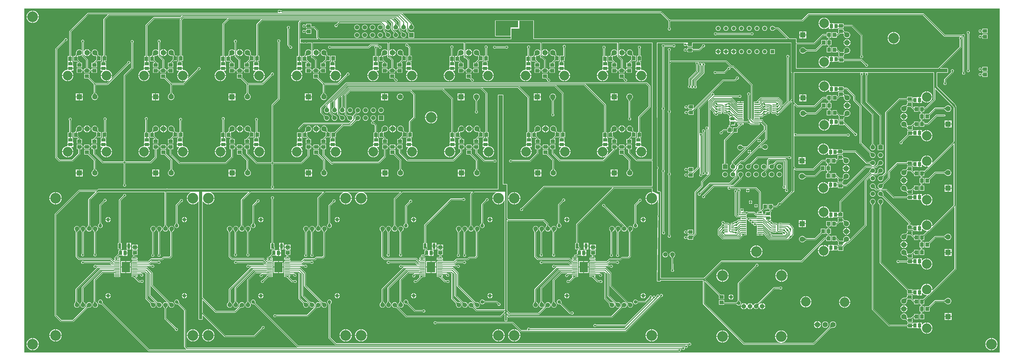
<source format=gbl>
G04 Layer_Physical_Order=2*
G04 Layer_Color=16711680*
%FSLAX24Y24*%
%MOIN*%
G70*
G01*
G75*
%ADD10C,0.0100*%
%ADD13C,0.1250*%
%ADD14C,0.0700*%
%ADD15C,0.1378*%
%ADD16C,0.0600*%
%ADD17R,0.0591X0.0591*%
%ADD18C,0.0591*%
%ADD19R,0.0591X0.0591*%
%ADD20R,0.0510X0.0510*%
%ADD21C,0.0510*%
%ADD22C,0.0472*%
%ADD23C,0.0591*%
%ADD24R,0.0700X0.0700*%
%ADD25R,0.0700X0.0700*%
%ADD26C,0.0252*%
%ADD27R,0.0551X0.0472*%
%ADD28R,0.0472X0.0551*%
%ADD29R,0.0310X0.0130*%
%ADD30R,0.0630X0.0140*%
%ADD31R,0.0551X0.0433*%
%ADD32R,0.0374X0.0689*%
%ADD33R,0.0433X0.0551*%
%ADD34O,0.0669X0.0138*%
%ADD35R,0.1083X0.1350*%
%ADD36C,0.0197*%
%ADD37R,1.5433X0.1929*%
G36*
X125873Y-44534D02*
X111D01*
Y-111D01*
X125873D01*
Y-44534D01*
D02*
G37*
%LPC*%
G36*
X32972Y-303D02*
X32900Y-318D01*
X32839Y-359D01*
X32798Y-420D01*
X32784Y-492D01*
X32798Y-564D01*
X32832Y-615D01*
X32815Y-665D01*
X8318D01*
X8318Y-665D01*
X8276Y-674D01*
X8239Y-698D01*
X8239Y-698D01*
X5929Y-3008D01*
X5905Y-3044D01*
X5897Y-3087D01*
X5897Y-3087D01*
Y-6214D01*
X5894Y-6220D01*
X5894Y-6237D01*
X5892Y-6250D01*
X5891Y-6259D01*
X5890Y-6261D01*
X5713D01*
Y-6930D01*
X5713D01*
X5713Y-6970D01*
X5713D01*
Y-7519D01*
X5672D01*
Y-7786D01*
X6423D01*
Y-7519D01*
X6382D01*
Y-6970D01*
X6329D01*
X6303Y-6930D01*
Y-6261D01*
X6125D01*
X6125Y-6259D01*
X6123Y-6250D01*
X6122Y-6237D01*
X6122Y-6220D01*
X6119Y-6214D01*
Y-3133D01*
X8364Y-888D01*
X10819D01*
X10838Y-934D01*
X10339Y-1433D01*
X10315Y-1469D01*
X10306Y-1512D01*
X10306Y-1512D01*
Y-6174D01*
X10303Y-6180D01*
X10303Y-6198D01*
X10302Y-6210D01*
X10300Y-6220D01*
X10300Y-6222D01*
X10122D01*
Y-6891D01*
X10153D01*
X10175Y-6930D01*
X10153Y-6970D01*
X9965D01*
Y-7519D01*
X9924D01*
Y-7786D01*
X10675D01*
Y-7519D01*
X10634D01*
Y-6970D01*
X10446D01*
X10423Y-6930D01*
X10446Y-6891D01*
X10713D01*
Y-6222D01*
X10535D01*
X10534Y-6220D01*
X10533Y-6210D01*
X10532Y-6198D01*
X10531Y-6180D01*
X10529Y-6174D01*
Y-1558D01*
X11040Y-1047D01*
X20356D01*
X20375Y-1093D01*
X20241Y-1227D01*
X16811D01*
X16768Y-1236D01*
X16732Y-1260D01*
X16732Y-1260D01*
X15772Y-2221D01*
X15748Y-2257D01*
X15739Y-2299D01*
X15739Y-2299D01*
Y-6214D01*
X15737Y-6220D01*
X15736Y-6237D01*
X15735Y-6250D01*
X15733Y-6259D01*
X15733Y-6261D01*
X15555D01*
Y-6930D01*
X15555D01*
X15555Y-6970D01*
X15555D01*
Y-7519D01*
X15514D01*
Y-7786D01*
X16265D01*
Y-7519D01*
X16224D01*
Y-6970D01*
X16171D01*
X16146Y-6930D01*
Y-6261D01*
X15968D01*
X15967Y-6259D01*
X15966Y-6250D01*
X15965Y-6237D01*
X15964Y-6220D01*
X15962Y-6214D01*
Y-2345D01*
X16857Y-1450D01*
X20178D01*
X20190Y-1478D01*
X20195Y-1500D01*
X20173Y-1532D01*
X20164Y-1575D01*
X20164Y-1575D01*
Y-6174D01*
X20162Y-6180D01*
X20161Y-6198D01*
X20160Y-6210D01*
X20159Y-6220D01*
X20158Y-6222D01*
X19965D01*
Y-6891D01*
X19995D01*
X20018Y-6930D01*
X19995Y-6970D01*
X19807D01*
Y-7519D01*
X19766D01*
Y-7786D01*
X20517D01*
Y-7519D01*
X20476D01*
Y-6970D01*
X20288D01*
X20266Y-6930D01*
X20288Y-6891D01*
X20555D01*
Y-6222D01*
X20393D01*
X20393Y-6220D01*
X20391Y-6210D01*
X20390Y-6198D01*
X20389Y-6180D01*
X20387Y-6174D01*
Y-1621D01*
X20643Y-1365D01*
X26287D01*
X26306Y-1411D01*
X25669Y-2047D01*
X25645Y-2083D01*
X25637Y-2126D01*
X25637Y-2126D01*
Y-6214D01*
X25634Y-6220D01*
X25634Y-6237D01*
X25633Y-6250D01*
X25631Y-6259D01*
X25631Y-6261D01*
X25398D01*
Y-6930D01*
X25398D01*
X25398Y-6970D01*
X25398D01*
Y-7519D01*
X25357D01*
Y-7786D01*
X26108D01*
Y-7519D01*
X26067D01*
Y-6970D01*
X26014D01*
X25988Y-6930D01*
Y-6261D01*
X25866D01*
X25865Y-6259D01*
X25863Y-6250D01*
X25862Y-6237D01*
X25862Y-6220D01*
X25859Y-6214D01*
Y-2172D01*
X26507Y-1524D01*
X30576D01*
X30596Y-1570D01*
X30079Y-2087D01*
X30055Y-2123D01*
X30046Y-2165D01*
X30046Y-2165D01*
Y-6174D01*
X30044Y-6180D01*
X30043Y-6198D01*
X30042Y-6210D01*
X30040Y-6220D01*
X30040Y-6222D01*
X29807D01*
Y-6891D01*
X29838D01*
X29860Y-6930D01*
X29838Y-6970D01*
X29650D01*
Y-7519D01*
X29609D01*
Y-7786D01*
X30360D01*
Y-7519D01*
X30319D01*
Y-6970D01*
X30131D01*
X30108Y-6930D01*
X30131Y-6891D01*
X30398D01*
Y-6222D01*
X30275D01*
X30275Y-6220D01*
X30273Y-6210D01*
X30272Y-6198D01*
X30271Y-6180D01*
X30269Y-6174D01*
Y-2211D01*
X30797Y-1683D01*
X35575D01*
X35594Y-1729D01*
X35473Y-1851D01*
X35448Y-1887D01*
X35440Y-1929D01*
X35440Y-1929D01*
Y-6214D01*
X35437Y-6220D01*
X35437Y-6237D01*
X35436Y-6250D01*
X35434Y-6259D01*
X35434Y-6261D01*
X35240D01*
Y-6930D01*
X35240D01*
X35240Y-6970D01*
X35240D01*
Y-7519D01*
X35199D01*
Y-7786D01*
X35950D01*
Y-7519D01*
X35909D01*
Y-6970D01*
X35856D01*
X35831Y-6930D01*
Y-6261D01*
X35669D01*
X35668Y-6259D01*
X35667Y-6250D01*
X35666Y-6237D01*
X35665Y-6220D01*
X35662Y-6214D01*
Y-4617D01*
X35712Y-4585D01*
X35728Y-4591D01*
X36032D01*
X36050Y-4603D01*
X36122Y-4618D01*
X36194Y-4603D01*
X36212Y-4591D01*
X36426D01*
X36444Y-4603D01*
X36516Y-4618D01*
X36588Y-4603D01*
X36606Y-4591D01*
X37094D01*
Y-5554D01*
X37044Y-5571D01*
X37008Y-5525D01*
X36923Y-5460D01*
X36823Y-5418D01*
X36717Y-5404D01*
X36610Y-5418D01*
X36510Y-5460D01*
X36425Y-5525D01*
X36359Y-5611D01*
X36318Y-5710D01*
X36304Y-5817D01*
X36304Y-5817D01*
X36303Y-5820D01*
X36302Y-5871D01*
X36297Y-5961D01*
X36292Y-5998D01*
X36286Y-6032D01*
X36278Y-6061D01*
X36270Y-6085D01*
X36261Y-6104D01*
X36251Y-6119D01*
X36239Y-6134D01*
X36237Y-6139D01*
X36165Y-6211D01*
X36141Y-6247D01*
X36139Y-6261D01*
X35949D01*
Y-6930D01*
X36373D01*
X36384Y-6934D01*
X36389Y-6931D01*
X36394Y-6932D01*
X36396Y-6930D01*
X36409D01*
X36418Y-6936D01*
X36453Y-6967D01*
X36474Y-6987D01*
X36480Y-6989D01*
X36568Y-7077D01*
X36548Y-7127D01*
X36382D01*
Y-7718D01*
X37051D01*
Y-7127D01*
X36834D01*
X36834Y-7126D01*
X36832Y-7116D01*
X36831Y-7103D01*
X36830Y-7086D01*
X36828Y-7080D01*
Y-7068D01*
X36828Y-7068D01*
X36819Y-7026D01*
X36795Y-6989D01*
X36606Y-6800D01*
X36606Y-6800D01*
X36604Y-6798D01*
X36598Y-6793D01*
X36596Y-6786D01*
X36579Y-6769D01*
X36565Y-6753D01*
X36555Y-6740D01*
X36547Y-6728D01*
X36541Y-6719D01*
X36539Y-6714D01*
Y-6683D01*
X36541Y-6672D01*
X36539Y-6670D01*
Y-6261D01*
X36579Y-6236D01*
X36662Y-6231D01*
X36713Y-6231D01*
X36717Y-6230D01*
X36717Y-6230D01*
X36823Y-6215D01*
X36923Y-6174D01*
X37008Y-6109D01*
X37044Y-6063D01*
X37094Y-6080D01*
Y-6149D01*
X37073Y-6180D01*
X37064Y-6223D01*
X37073Y-6265D01*
X37094Y-6296D01*
Y-6409D01*
X37102Y-6452D01*
X37126Y-6488D01*
X37162Y-6512D01*
X37205Y-6521D01*
X37247Y-6512D01*
X37281Y-6490D01*
X37282Y-6490D01*
X37288Y-6492D01*
X37590Y-6794D01*
Y-7788D01*
X37587Y-7794D01*
X37586Y-7811D01*
X37585Y-7824D01*
X37584Y-7833D01*
X37583Y-7836D01*
X37366D01*
Y-8014D01*
X37365Y-8014D01*
X37355Y-8016D01*
X37342Y-8017D01*
X37325Y-8017D01*
X37319Y-8020D01*
X37099D01*
X37093Y-8017D01*
X37075Y-8017D01*
X37062Y-8016D01*
X37053Y-8014D01*
X37051Y-8014D01*
Y-7836D01*
X36382D01*
Y-8426D01*
X37051D01*
Y-8249D01*
X37053Y-8248D01*
X37062Y-8247D01*
X37075Y-8245D01*
X37093Y-8245D01*
X37099Y-8242D01*
X37319D01*
X37325Y-8245D01*
X37342Y-8245D01*
X37355Y-8247D01*
X37365Y-8248D01*
X37366Y-8249D01*
Y-8426D01*
X38035D01*
Y-8249D01*
X38037Y-8248D01*
X38047Y-8247D01*
X38060Y-8245D01*
X38077Y-8245D01*
X38083Y-8242D01*
X38264D01*
X38270Y-8245D01*
X38287Y-8245D01*
X38300Y-8247D01*
X38309Y-8248D01*
X38311Y-8249D01*
Y-8426D01*
X38980D01*
Y-7836D01*
X38311D01*
Y-8014D01*
X38309Y-8014D01*
X38300Y-8016D01*
X38287Y-8017D01*
X38270Y-8017D01*
X38264Y-8020D01*
X38083D01*
X38077Y-8017D01*
X38060Y-8017D01*
X38047Y-8016D01*
X38037Y-8014D01*
X38035Y-8014D01*
Y-7836D01*
X37818D01*
X37818Y-7833D01*
X37816Y-7824D01*
X37815Y-7811D01*
X37815Y-7794D01*
X37812Y-7788D01*
Y-6748D01*
X37812Y-6748D01*
X37804Y-6705D01*
X37779Y-6669D01*
X37779Y-6669D01*
X37374Y-6265D01*
X37372Y-6258D01*
X37360Y-6246D01*
X37351Y-6235D01*
X37344Y-6223D01*
X37337Y-6211D01*
X37332Y-6199D01*
X37327Y-6187D01*
X37323Y-6174D01*
X37321Y-6161D01*
X37319Y-6146D01*
X37319Y-6129D01*
X37351Y-6107D01*
X37362Y-6101D01*
X37366Y-6099D01*
X37396Y-6138D01*
X37490Y-6210D01*
X37599Y-6255D01*
X37667Y-6264D01*
Y-5817D01*
Y-5370D01*
X37599Y-5379D01*
X37490Y-5424D01*
X37396Y-5496D01*
X37366Y-5535D01*
X37316Y-5518D01*
Y-4591D01*
X46936Y-4591D01*
Y-5554D01*
X46886Y-5571D01*
X46851Y-5525D01*
X46765Y-5460D01*
X46666Y-5418D01*
X46559Y-5404D01*
X46452Y-5418D01*
X46353Y-5460D01*
X46267Y-5525D01*
X46202Y-5611D01*
X46161Y-5710D01*
X46146Y-5817D01*
X46146Y-5817D01*
X46145Y-5820D01*
X46145Y-5871D01*
X46139Y-5961D01*
X46135Y-5998D01*
X46128Y-6032D01*
X46121Y-6061D01*
X46112Y-6085D01*
X46103Y-6104D01*
X46094Y-6119D01*
X46082Y-6134D01*
X46080Y-6139D01*
X46008Y-6211D01*
X45984Y-6247D01*
X45981Y-6261D01*
X45791D01*
Y-6930D01*
X46215D01*
X46226Y-6934D01*
X46231Y-6931D01*
X46237Y-6932D01*
X46238Y-6930D01*
X46252D01*
X46260Y-6936D01*
X46296Y-6967D01*
X46317Y-6987D01*
X46323Y-6989D01*
X46411Y-7077D01*
X46390Y-7127D01*
X46224D01*
Y-7718D01*
X46894D01*
Y-7127D01*
X46677D01*
X46676Y-7126D01*
X46675Y-7116D01*
X46673Y-7103D01*
X46673Y-7086D01*
X46670Y-7080D01*
Y-7068D01*
X46670Y-7068D01*
X46662Y-7026D01*
X46638Y-6989D01*
X46448Y-6800D01*
X46448Y-6800D01*
X46446Y-6798D01*
X46441Y-6793D01*
X46438Y-6786D01*
X46421Y-6769D01*
X46408Y-6753D01*
X46397Y-6740D01*
X46389Y-6728D01*
X46384Y-6719D01*
X46382Y-6714D01*
Y-6683D01*
X46383Y-6672D01*
X46382Y-6670D01*
Y-6261D01*
X46422Y-6236D01*
X46505Y-6231D01*
X46556Y-6231D01*
X46559Y-6230D01*
X46559Y-6230D01*
X46666Y-6215D01*
X46765Y-6174D01*
X46851Y-6109D01*
X46886Y-6063D01*
X46936Y-6080D01*
Y-6149D01*
X46915Y-6180D01*
X46907Y-6223D01*
X46915Y-6265D01*
X46936Y-6296D01*
Y-6409D01*
X46945Y-6452D01*
X46969Y-6488D01*
X47005Y-6512D01*
X47047Y-6521D01*
X47090Y-6512D01*
X47124Y-6490D01*
X47124Y-6490D01*
X47130Y-6492D01*
X47432Y-6794D01*
Y-7788D01*
X47429Y-7794D01*
X47429Y-7811D01*
X47428Y-7824D01*
X47426Y-7833D01*
X47426Y-7836D01*
X47209D01*
Y-8014D01*
X47207Y-8014D01*
X47197Y-8016D01*
X47185Y-8017D01*
X47167Y-8017D01*
X47161Y-8020D01*
X46941D01*
X46935Y-8017D01*
X46918Y-8017D01*
X46905Y-8016D01*
X46895Y-8014D01*
X46894Y-8014D01*
Y-7836D01*
X46224D01*
Y-8426D01*
X46894D01*
Y-8249D01*
X46895Y-8248D01*
X46905Y-8247D01*
X46918Y-8245D01*
X46935Y-8245D01*
X46941Y-8242D01*
X47161D01*
X47167Y-8245D01*
X47185Y-8245D01*
X47197Y-8247D01*
X47207Y-8248D01*
X47209Y-8249D01*
Y-8426D01*
X47878D01*
Y-8249D01*
X47880Y-8248D01*
X47889Y-8247D01*
X47902Y-8245D01*
X47919Y-8245D01*
X47925Y-8242D01*
X48106D01*
X48112Y-8245D01*
X48129Y-8245D01*
X48142Y-8247D01*
X48152Y-8248D01*
X48154Y-8249D01*
Y-8426D01*
X48823D01*
Y-7836D01*
X48154D01*
Y-8014D01*
X48152Y-8014D01*
X48142Y-8016D01*
X48129Y-8017D01*
X48112Y-8017D01*
X48106Y-8020D01*
X47925D01*
X47919Y-8017D01*
X47902Y-8017D01*
X47889Y-8016D01*
X47880Y-8014D01*
X47878Y-8014D01*
Y-7836D01*
X47661D01*
X47660Y-7833D01*
X47659Y-7824D01*
X47658Y-7811D01*
X47657Y-7794D01*
X47654Y-7788D01*
Y-6748D01*
X47654Y-6748D01*
X47646Y-6705D01*
X47622Y-6669D01*
X47622Y-6669D01*
X47217Y-6265D01*
X47215Y-6258D01*
X47203Y-6246D01*
X47194Y-6235D01*
X47186Y-6223D01*
X47180Y-6211D01*
X47174Y-6199D01*
X47169Y-6187D01*
X47166Y-6174D01*
X47163Y-6161D01*
X47162Y-6146D01*
X47161Y-6129D01*
X47194Y-6107D01*
X47204Y-6101D01*
X47208Y-6099D01*
X47238Y-6138D01*
X47332Y-6210D01*
X47442Y-6255D01*
X47509Y-6264D01*
Y-5817D01*
Y-5370D01*
X47442Y-5379D01*
X47332Y-5424D01*
X47238Y-5496D01*
X47208Y-5535D01*
X47158Y-5518D01*
Y-4591D01*
X56779Y-4591D01*
Y-5554D01*
X56729Y-5571D01*
X56693Y-5525D01*
X56608Y-5460D01*
X56508Y-5418D01*
X56402Y-5404D01*
X56295Y-5418D01*
X56195Y-5460D01*
X56110Y-5525D01*
X56044Y-5611D01*
X56003Y-5710D01*
X55989Y-5817D01*
X55989Y-5817D01*
X55988Y-5820D01*
X55987Y-5871D01*
X55982Y-5961D01*
X55977Y-5998D01*
X55971Y-6032D01*
X55963Y-6061D01*
X55955Y-6085D01*
X55946Y-6104D01*
X55936Y-6119D01*
X55924Y-6134D01*
X55922Y-6139D01*
X55851Y-6211D01*
X55826Y-6247D01*
X55824Y-6261D01*
X55634D01*
Y-6930D01*
X56058D01*
X56069Y-6934D01*
X56074Y-6931D01*
X56079Y-6932D01*
X56081Y-6930D01*
X56094D01*
X56103Y-6936D01*
X56138Y-6967D01*
X56159Y-6987D01*
X56165Y-6989D01*
X56253Y-7077D01*
X56233Y-7127D01*
X56067D01*
Y-7718D01*
X56736D01*
Y-7127D01*
X56519D01*
X56519Y-7126D01*
X56517Y-7116D01*
X56516Y-7103D01*
X56515Y-7086D01*
X56513Y-7080D01*
Y-7068D01*
X56513Y-7068D01*
X56504Y-7026D01*
X56480Y-6989D01*
X56291Y-6800D01*
X56291Y-6800D01*
X56289Y-6798D01*
X56283Y-6793D01*
X56281Y-6786D01*
X56264Y-6769D01*
X56250Y-6753D01*
X56240Y-6740D01*
X56232Y-6728D01*
X56226Y-6719D01*
X56224Y-6714D01*
Y-6683D01*
X56226Y-6672D01*
X56224Y-6670D01*
Y-6261D01*
X56264Y-6236D01*
X56347Y-6231D01*
X56398Y-6231D01*
X56402Y-6230D01*
X56402Y-6230D01*
X56508Y-6215D01*
X56608Y-6174D01*
X56693Y-6109D01*
X56729Y-6063D01*
X56779Y-6080D01*
Y-6149D01*
X56758Y-6180D01*
X56749Y-6223D01*
X56758Y-6265D01*
X56779Y-6296D01*
Y-6409D01*
X56787Y-6452D01*
X56811Y-6488D01*
X56847Y-6512D01*
X56890Y-6521D01*
X56932Y-6512D01*
X56966Y-6490D01*
X56967Y-6490D01*
X56973Y-6492D01*
X57275Y-6794D01*
Y-7788D01*
X57272Y-7794D01*
X57271Y-7811D01*
X57270Y-7824D01*
X57269Y-7833D01*
X57268Y-7836D01*
X57051D01*
Y-8014D01*
X57050Y-8014D01*
X57040Y-8016D01*
X57027Y-8017D01*
X57010Y-8017D01*
X57004Y-8020D01*
X56784D01*
X56778Y-8017D01*
X56760Y-8017D01*
X56747Y-8016D01*
X56738Y-8014D01*
X56736Y-8014D01*
Y-7836D01*
X56067D01*
Y-8426D01*
X56736D01*
Y-8249D01*
X56738Y-8248D01*
X56747Y-8247D01*
X56760Y-8245D01*
X56778Y-8245D01*
X56784Y-8242D01*
X57004D01*
X57010Y-8245D01*
X57027Y-8245D01*
X57040Y-8247D01*
X57050Y-8248D01*
X57051Y-8249D01*
Y-8426D01*
X57720D01*
Y-8249D01*
X57722Y-8248D01*
X57732Y-8247D01*
X57745Y-8245D01*
X57762Y-8245D01*
X57768Y-8242D01*
X57949D01*
X57955Y-8245D01*
X57972Y-8245D01*
X57985Y-8247D01*
X57994Y-8248D01*
X57996Y-8249D01*
Y-8426D01*
X58665D01*
Y-7836D01*
X57996D01*
Y-8014D01*
X57994Y-8014D01*
X57985Y-8016D01*
X57972Y-8017D01*
X57955Y-8017D01*
X57949Y-8020D01*
X57768D01*
X57762Y-8017D01*
X57745Y-8017D01*
X57732Y-8016D01*
X57722Y-8014D01*
X57720Y-8014D01*
Y-7836D01*
X57503D01*
X57503Y-7833D01*
X57501Y-7824D01*
X57500Y-7811D01*
X57500Y-7794D01*
X57497Y-7788D01*
Y-6748D01*
X57497Y-6748D01*
X57489Y-6705D01*
X57464Y-6669D01*
X57464Y-6669D01*
X57060Y-6265D01*
X57057Y-6258D01*
X57045Y-6246D01*
X57036Y-6235D01*
X57029Y-6223D01*
X57022Y-6211D01*
X57017Y-6199D01*
X57012Y-6187D01*
X57008Y-6174D01*
X57006Y-6161D01*
X57004Y-6146D01*
X57004Y-6129D01*
X57036Y-6107D01*
X57047Y-6101D01*
X57051Y-6099D01*
X57081Y-6138D01*
X57175Y-6210D01*
X57284Y-6255D01*
X57352Y-6264D01*
Y-5817D01*
Y-5370D01*
X57284Y-5379D01*
X57175Y-5424D01*
X57081Y-5496D01*
X57051Y-5535D01*
X57001Y-5518D01*
Y-4591D01*
X62913Y-4591D01*
X62913Y-4591D01*
X66621Y-4591D01*
Y-5554D01*
X66571Y-5571D01*
X66536Y-5525D01*
X66450Y-5460D01*
X66351Y-5418D01*
X66244Y-5404D01*
X66137Y-5418D01*
X66038Y-5460D01*
X65952Y-5525D01*
X65887Y-5611D01*
X65846Y-5710D01*
X65832Y-5817D01*
X65832Y-5817D01*
X65830Y-5820D01*
X65830Y-5871D01*
X65824Y-5961D01*
X65820Y-5998D01*
X65813Y-6032D01*
X65806Y-6061D01*
X65797Y-6085D01*
X65788Y-6104D01*
X65779Y-6119D01*
X65767Y-6134D01*
X65765Y-6139D01*
X65693Y-6211D01*
X65669Y-6247D01*
X65666Y-6261D01*
X65476D01*
Y-6930D01*
X65900D01*
X65911Y-6934D01*
X65916Y-6931D01*
X65922Y-6932D01*
X65923Y-6930D01*
X65937D01*
X65945Y-6936D01*
X65981Y-6967D01*
X66002Y-6987D01*
X66008Y-6989D01*
X66096Y-7077D01*
X66075Y-7127D01*
X65909D01*
Y-7718D01*
X66579D01*
Y-7127D01*
X66362D01*
X66361Y-7126D01*
X66360Y-7116D01*
X66358Y-7103D01*
X66358Y-7086D01*
X66355Y-7080D01*
Y-7068D01*
X66355Y-7068D01*
X66347Y-7026D01*
X66323Y-6989D01*
X66133Y-6800D01*
X66133Y-6800D01*
X66131Y-6798D01*
X66126Y-6793D01*
X66123Y-6786D01*
X66106Y-6769D01*
X66093Y-6753D01*
X66082Y-6740D01*
X66074Y-6728D01*
X66069Y-6719D01*
X66067Y-6714D01*
Y-6683D01*
X66068Y-6672D01*
X66067Y-6670D01*
Y-6261D01*
X66107Y-6236D01*
X66190Y-6231D01*
X66241Y-6231D01*
X66244Y-6230D01*
X66244Y-6230D01*
X66351Y-6215D01*
X66450Y-6174D01*
X66536Y-6109D01*
X66571Y-6063D01*
X66621Y-6080D01*
Y-6149D01*
X66600Y-6180D01*
X66592Y-6223D01*
X66600Y-6265D01*
X66621Y-6296D01*
Y-6409D01*
X66630Y-6452D01*
X66654Y-6488D01*
X66690Y-6512D01*
X66732Y-6521D01*
X66775Y-6512D01*
X66809Y-6490D01*
X66809Y-6490D01*
X66815Y-6492D01*
X67117Y-6794D01*
Y-7788D01*
X67114Y-7794D01*
X67114Y-7811D01*
X67113Y-7824D01*
X67111Y-7833D01*
X67111Y-7836D01*
X66894D01*
Y-8014D01*
X66892Y-8014D01*
X66882Y-8016D01*
X66870Y-8017D01*
X66852Y-8017D01*
X66846Y-8020D01*
X66626D01*
X66620Y-8017D01*
X66603Y-8017D01*
X66590Y-8016D01*
X66580Y-8014D01*
X66579Y-8014D01*
Y-7836D01*
X65909D01*
Y-8426D01*
X66579D01*
Y-8249D01*
X66580Y-8248D01*
X66590Y-8247D01*
X66603Y-8245D01*
X66620Y-8245D01*
X66626Y-8242D01*
X66846D01*
X66852Y-8245D01*
X66870Y-8245D01*
X66882Y-8247D01*
X66892Y-8248D01*
X66894Y-8249D01*
Y-8426D01*
X67563D01*
Y-8249D01*
X67565Y-8248D01*
X67574Y-8247D01*
X67587Y-8245D01*
X67604Y-8245D01*
X67610Y-8242D01*
X67791D01*
X67797Y-8245D01*
X67814Y-8245D01*
X67827Y-8247D01*
X67837Y-8248D01*
X67839Y-8249D01*
Y-8426D01*
X68508D01*
Y-7836D01*
X67839D01*
Y-8014D01*
X67837Y-8014D01*
X67827Y-8016D01*
X67814Y-8017D01*
X67797Y-8017D01*
X67791Y-8020D01*
X67610D01*
X67604Y-8017D01*
X67587Y-8017D01*
X67574Y-8016D01*
X67565Y-8014D01*
X67563Y-8014D01*
Y-7836D01*
X67346D01*
X67345Y-7833D01*
X67344Y-7824D01*
X67343Y-7811D01*
X67342Y-7794D01*
X67340Y-7788D01*
Y-6748D01*
X67340Y-6748D01*
X67331Y-6705D01*
X67307Y-6669D01*
X67307Y-6669D01*
X66902Y-6265D01*
X66900Y-6258D01*
X66888Y-6246D01*
X66879Y-6235D01*
X66871Y-6223D01*
X66865Y-6211D01*
X66859Y-6199D01*
X66855Y-6187D01*
X66851Y-6174D01*
X66848Y-6161D01*
X66847Y-6146D01*
X66846Y-6129D01*
X66879Y-6107D01*
X66889Y-6101D01*
X66893Y-6099D01*
X66923Y-6138D01*
X67017Y-6210D01*
X67127Y-6255D01*
X67194Y-6264D01*
Y-5817D01*
Y-5370D01*
X67127Y-5379D01*
X67017Y-5424D01*
X66923Y-5496D01*
X66893Y-5535D01*
X66843Y-5518D01*
Y-4591D01*
X76542Y-4591D01*
Y-5567D01*
X76492Y-5584D01*
X76447Y-5525D01*
X76362Y-5460D01*
X76262Y-5418D01*
X76156Y-5404D01*
X76049Y-5418D01*
X75949Y-5460D01*
X75864Y-5525D01*
X75798Y-5611D01*
X75757Y-5710D01*
X75743Y-5817D01*
X75743Y-5817D01*
X75742Y-5820D01*
X75741Y-5871D01*
X75736Y-5961D01*
X75731Y-5998D01*
X75725Y-6032D01*
X75717Y-6061D01*
X75709Y-6085D01*
X75700Y-6104D01*
X75690Y-6119D01*
X75678Y-6134D01*
X75676Y-6139D01*
X75604Y-6211D01*
X75580Y-6247D01*
X75578Y-6261D01*
X75388D01*
Y-6930D01*
X75812D01*
X75823Y-6934D01*
X75828Y-6931D01*
X75833Y-6932D01*
X75835Y-6930D01*
X75848D01*
X75857Y-6936D01*
X75892Y-6967D01*
X75913Y-6987D01*
X75919Y-6989D01*
X76007Y-7077D01*
X75987Y-7127D01*
X75821D01*
Y-7718D01*
X76490D01*
Y-7127D01*
X76273D01*
X76273Y-7126D01*
X76271Y-7116D01*
X76270Y-7103D01*
X76269Y-7086D01*
X76267Y-7080D01*
Y-7068D01*
X76267Y-7068D01*
X76258Y-7026D01*
X76234Y-6989D01*
X76045Y-6800D01*
X76045Y-6800D01*
X76043Y-6798D01*
X76037Y-6793D01*
X76035Y-6786D01*
X76018Y-6769D01*
X76004Y-6753D01*
X75994Y-6740D01*
X75986Y-6728D01*
X75980Y-6719D01*
X75978Y-6714D01*
Y-6683D01*
X75980Y-6672D01*
X75978Y-6670D01*
Y-6261D01*
X76018Y-6236D01*
X76101Y-6231D01*
X76152Y-6231D01*
X76156Y-6230D01*
X76156Y-6230D01*
X76262Y-6215D01*
X76362Y-6174D01*
X76447Y-6109D01*
X76492Y-6050D01*
X76542Y-6067D01*
Y-6262D01*
X76542Y-6262D01*
X76551Y-6304D01*
X76575Y-6340D01*
X77029Y-6794D01*
Y-7788D01*
X77026Y-7794D01*
X77025Y-7811D01*
X77024Y-7824D01*
X77023Y-7833D01*
X77022Y-7836D01*
X76805D01*
Y-8014D01*
X76804Y-8014D01*
X76794Y-8016D01*
X76781Y-8017D01*
X76764Y-8017D01*
X76758Y-8020D01*
X76538D01*
X76532Y-8017D01*
X76514Y-8017D01*
X76501Y-8016D01*
X76492Y-8014D01*
X76490Y-8014D01*
Y-7836D01*
X75821D01*
Y-8426D01*
X76490D01*
Y-8249D01*
X76492Y-8248D01*
X76501Y-8247D01*
X76514Y-8245D01*
X76532Y-8245D01*
X76538Y-8242D01*
X76758D01*
X76764Y-8245D01*
X76781Y-8245D01*
X76794Y-8247D01*
X76804Y-8248D01*
X76805Y-8249D01*
Y-8426D01*
X77474D01*
Y-8249D01*
X77476Y-8248D01*
X77486Y-8247D01*
X77499Y-8245D01*
X77516Y-8245D01*
X77522Y-8242D01*
X77703D01*
X77709Y-8245D01*
X77726Y-8245D01*
X77739Y-8247D01*
X77748Y-8248D01*
X77750Y-8249D01*
Y-8426D01*
X78419D01*
Y-7836D01*
X77750D01*
Y-8014D01*
X77748Y-8014D01*
X77739Y-8016D01*
X77726Y-8017D01*
X77709Y-8017D01*
X77703Y-8020D01*
X77522D01*
X77516Y-8017D01*
X77499Y-8017D01*
X77486Y-8016D01*
X77476Y-8014D01*
X77474Y-8014D01*
Y-7836D01*
X77257D01*
X77257Y-7833D01*
X77255Y-7824D01*
X77254Y-7811D01*
X77254Y-7794D01*
X77251Y-7788D01*
Y-6748D01*
X77251Y-6748D01*
X77242Y-6705D01*
X77218Y-6669D01*
X77218Y-6669D01*
X76765Y-6216D01*
Y-6125D01*
X76812Y-6109D01*
X76835Y-6138D01*
X76929Y-6210D01*
X77038Y-6255D01*
X77106Y-6264D01*
Y-5817D01*
Y-5370D01*
X77038Y-5379D01*
X76929Y-5424D01*
X76835Y-5496D01*
X76812Y-5525D01*
X76765Y-5509D01*
Y-4591D01*
X81038Y-4591D01*
X81038Y-19574D01*
X79101D01*
X78196Y-18669D01*
Y-18316D01*
X78199Y-18310D01*
X78199Y-18293D01*
X78200Y-18281D01*
X78202Y-18271D01*
X78202Y-18269D01*
X78419D01*
Y-17678D01*
X77750D01*
Y-17856D01*
X77748Y-17857D01*
X77739Y-17858D01*
X77726Y-17859D01*
X77709Y-17860D01*
X77703Y-17862D01*
X77522D01*
X77516Y-17860D01*
X77499Y-17859D01*
X77486Y-17858D01*
X77476Y-17857D01*
X77474Y-17856D01*
Y-17678D01*
X76805D01*
Y-17856D01*
X76804Y-17857D01*
X76794Y-17858D01*
X76781Y-17859D01*
X76764Y-17860D01*
X76758Y-17862D01*
X76538D01*
X76532Y-17860D01*
X76514Y-17859D01*
X76501Y-17858D01*
X76492Y-17857D01*
X76490Y-17856D01*
Y-17678D01*
X75821D01*
Y-18269D01*
X76038D01*
X76038Y-18271D01*
X76040Y-18281D01*
X76041Y-18293D01*
X76042Y-18310D01*
X76044Y-18316D01*
Y-18326D01*
X74718Y-19653D01*
X69219D01*
X68343Y-18777D01*
Y-18316D01*
X68346Y-18310D01*
X68347Y-18293D01*
X68348Y-18281D01*
X68349Y-18271D01*
X68350Y-18269D01*
X68567D01*
Y-17678D01*
X67898D01*
Y-17856D01*
X67896Y-17857D01*
X67886Y-17858D01*
X67874Y-17859D01*
X67856Y-17860D01*
X67850Y-17862D01*
X67670D01*
X67663Y-17860D01*
X67646Y-17859D01*
X67633Y-17858D01*
X67624Y-17857D01*
X67622Y-17856D01*
Y-17678D01*
X66953D01*
Y-17856D01*
X66951Y-17857D01*
X66941Y-17858D01*
X66929Y-17859D01*
X66911Y-17860D01*
X66905Y-17862D01*
X66685D01*
X66679Y-17860D01*
X66662Y-17859D01*
X66649Y-17858D01*
X66639Y-17857D01*
X66638Y-17856D01*
Y-17678D01*
X65968D01*
Y-18269D01*
X66185D01*
X66186Y-18271D01*
X66188Y-18281D01*
X66189Y-18293D01*
X66189Y-18310D01*
X66192Y-18316D01*
Y-18769D01*
X65269Y-19692D01*
X62994D01*
X62988Y-19689D01*
X62978Y-19689D01*
X62970Y-19688D01*
X62963Y-19687D01*
X62957Y-19686D01*
X62952Y-19684D01*
X62947Y-19682D01*
X62943Y-19679D01*
X62938Y-19677D01*
X62935Y-19674D01*
X62929Y-19668D01*
X62923Y-19666D01*
X62867Y-19629D01*
X62795Y-19614D01*
X62723Y-19629D01*
X62662Y-19670D01*
X62621Y-19731D01*
X62607Y-19803D01*
X62621Y-19875D01*
X62662Y-19937D01*
X62723Y-19977D01*
X62795Y-19992D01*
X62867Y-19977D01*
X62923Y-19940D01*
X62929Y-19938D01*
X62935Y-19933D01*
X62938Y-19930D01*
X62943Y-19927D01*
X62947Y-19925D01*
X62952Y-19923D01*
X62957Y-19921D01*
X62963Y-19919D01*
X62970Y-19918D01*
X62978Y-19917D01*
X62988Y-19917D01*
X62994Y-19914D01*
X65315D01*
X65315Y-19914D01*
X65358Y-19906D01*
X65394Y-19882D01*
X66382Y-18894D01*
X66382Y-18894D01*
X66406Y-18858D01*
X66414Y-18815D01*
Y-18316D01*
X66417Y-18310D01*
X66417Y-18293D01*
X66419Y-18281D01*
X66420Y-18271D01*
X66421Y-18269D01*
X66638D01*
Y-18091D01*
X66639Y-18091D01*
X66649Y-18089D01*
X66662Y-18088D01*
X66679Y-18088D01*
X66685Y-18085D01*
X66905D01*
X66911Y-18088D01*
X66929Y-18088D01*
X66941Y-18089D01*
X66951Y-18091D01*
X66953Y-18091D01*
Y-18269D01*
X67622D01*
Y-18091D01*
X67624Y-18091D01*
X67633Y-18089D01*
X67646Y-18088D01*
X67663Y-18088D01*
X67670Y-18085D01*
X67850D01*
X67856Y-18088D01*
X67874Y-18088D01*
X67886Y-18089D01*
X67896Y-18091D01*
X67898Y-18091D01*
Y-18269D01*
X68115D01*
X68115Y-18271D01*
X68117Y-18281D01*
X68118Y-18293D01*
X68118Y-18310D01*
X68121Y-18316D01*
Y-18823D01*
X68121Y-18823D01*
X68130Y-18865D01*
X68154Y-18901D01*
X69095Y-19842D01*
X69095Y-19842D01*
X69131Y-19867D01*
X69173Y-19875D01*
X69173Y-19875D01*
X74764D01*
X74764Y-19875D01*
X74806Y-19867D01*
X74842Y-19842D01*
X76234Y-18451D01*
X76234Y-18451D01*
X76258Y-18415D01*
X76267Y-18372D01*
Y-18316D01*
X76269Y-18310D01*
X76270Y-18293D01*
X76271Y-18281D01*
X76273Y-18271D01*
X76273Y-18269D01*
X76490D01*
Y-18091D01*
X76492Y-18091D01*
X76501Y-18089D01*
X76514Y-18088D01*
X76532Y-18088D01*
X76538Y-18085D01*
X76758D01*
X76764Y-18088D01*
X76781Y-18088D01*
X76794Y-18089D01*
X76804Y-18091D01*
X76805Y-18091D01*
Y-18269D01*
X77474D01*
Y-18091D01*
X77476Y-18091D01*
X77486Y-18089D01*
X77499Y-18088D01*
X77516Y-18088D01*
X77522Y-18085D01*
X77703D01*
X77709Y-18088D01*
X77726Y-18088D01*
X77739Y-18089D01*
X77748Y-18091D01*
X77750Y-18091D01*
Y-18269D01*
X77967D01*
X77968Y-18271D01*
X77969Y-18281D01*
X77970Y-18293D01*
X77971Y-18310D01*
X77973Y-18316D01*
Y-18715D01*
X77973Y-18715D01*
X77982Y-18757D01*
X78006Y-18793D01*
X78976Y-19764D01*
X78976Y-19764D01*
X79013Y-19788D01*
X79055Y-19796D01*
X79055Y-19796D01*
X81038D01*
X81038Y-23038D01*
X67126D01*
X67126Y-23038D01*
X67083Y-23047D01*
X67047Y-23071D01*
X64275Y-25844D01*
X64269Y-25846D01*
X64261Y-25853D01*
X64255Y-25858D01*
X64249Y-25862D01*
X64244Y-25865D01*
X64239Y-25868D01*
X64234Y-25870D01*
X64229Y-25871D01*
X64224Y-25872D01*
X64220Y-25873D01*
X64212Y-25873D01*
X64206Y-25876D01*
X64140Y-25889D01*
X64079Y-25930D01*
X64038Y-25991D01*
X64024Y-26063D01*
X64038Y-26135D01*
X64079Y-26196D01*
X64140Y-26237D01*
X64213Y-26252D01*
X64285Y-26237D01*
X64346Y-26196D01*
X64387Y-26135D01*
X64400Y-26069D01*
X64402Y-26064D01*
X64403Y-26056D01*
X64403Y-26051D01*
X64404Y-26046D01*
X64406Y-26042D01*
X64408Y-26037D01*
X64410Y-26032D01*
X64414Y-26026D01*
X64418Y-26020D01*
X64423Y-26015D01*
X64430Y-26007D01*
X64432Y-26001D01*
X67172Y-23261D01*
X75887D01*
X75906Y-23307D01*
X71289Y-27923D01*
X71265Y-27959D01*
X71257Y-28002D01*
X71257Y-28002D01*
Y-30356D01*
X71254Y-30362D01*
X71254Y-30379D01*
X71253Y-30392D01*
X71251Y-30402D01*
X71251Y-30404D01*
X71122D01*
Y-31211D01*
X71542D01*
Y-31311D01*
X71540Y-31317D01*
X71539Y-31334D01*
X71538Y-31347D01*
X71536Y-31357D01*
X71536Y-31358D01*
X71378D01*
Y-31784D01*
X71378Y-31784D01*
X71378Y-31784D01*
Y-31789D01*
X71377Y-31791D01*
X71374Y-31798D01*
X71369Y-31808D01*
X71362Y-31818D01*
X71337Y-31848D01*
X71321Y-31864D01*
X71321Y-31866D01*
X71318Y-31867D01*
X71317Y-31872D01*
X71289Y-31900D01*
X71104D01*
X71062Y-31908D01*
X71026Y-31932D01*
X71002Y-31968D01*
X70993Y-32011D01*
Y-32178D01*
X70990Y-32184D01*
X70990Y-32202D01*
X70989Y-32215D01*
X70987Y-32224D01*
X70987Y-32225D01*
X70839D01*
X70789Y-32235D01*
X70746Y-32263D01*
X70718Y-32305D01*
X70708Y-32355D01*
X70718Y-32405D01*
X70746Y-32447D01*
X70755Y-32453D01*
Y-32513D01*
X70746Y-32519D01*
X70718Y-32561D01*
X70716Y-32570D01*
X70662Y-32587D01*
X70458Y-32382D01*
X70422Y-32358D01*
X70379Y-32350D01*
X70379Y-32350D01*
X66350D01*
X66095Y-32094D01*
Y-29041D01*
X66097Y-29038D01*
X66096Y-29035D01*
X66098Y-29032D01*
X66099Y-29014D01*
X66102Y-29000D01*
X66108Y-28985D01*
X66116Y-28968D01*
X66128Y-28951D01*
X66143Y-28932D01*
X66160Y-28913D01*
X66210Y-28870D01*
X66239Y-28849D01*
X66246Y-28838D01*
X66286Y-28807D01*
X66343Y-28733D01*
X66378Y-28647D01*
X66390Y-28555D01*
X66378Y-28462D01*
X66343Y-28376D01*
X66286Y-28302D01*
X66212Y-28245D01*
X66126Y-28210D01*
X66033Y-28197D01*
X65941Y-28210D01*
X65854Y-28245D01*
X65780Y-28302D01*
X65724Y-28376D01*
X65688Y-28462D01*
X65676Y-28555D01*
X65688Y-28647D01*
X65724Y-28733D01*
X65739Y-28754D01*
X65741Y-28765D01*
X65791Y-28836D01*
X65810Y-28867D01*
X65842Y-28924D01*
X65853Y-28947D01*
X65861Y-28968D01*
X65866Y-28986D01*
X65869Y-29000D01*
X65870Y-29015D01*
X65873Y-29020D01*
Y-32141D01*
X65873Y-32141D01*
X65881Y-32183D01*
X65905Y-32219D01*
X66226Y-32540D01*
X66226Y-32540D01*
X66262Y-32564D01*
X66304Y-32572D01*
X70333D01*
X70619Y-32858D01*
X70622Y-32865D01*
X70681Y-32921D01*
X70682Y-32922D01*
X70684Y-32923D01*
X70684Y-32924D01*
X70687Y-32926D01*
X70706Y-32946D01*
X70706Y-32946D01*
X70724Y-32958D01*
X70725Y-32965D01*
X70723Y-32969D01*
X70703Y-33009D01*
X70691Y-33009D01*
X70685Y-33012D01*
X70562D01*
X70383Y-32832D01*
X70347Y-32808D01*
X70304Y-32800D01*
X70304Y-32800D01*
X66954D01*
X66947Y-32797D01*
X66937Y-32797D01*
X66929Y-32796D01*
X66922Y-32795D01*
X66916Y-32793D01*
X66911Y-32792D01*
X66906Y-32790D01*
X66902Y-32787D01*
X66898Y-32785D01*
X66894Y-32782D01*
X66888Y-32776D01*
X66882Y-32774D01*
X66827Y-32737D01*
X66754Y-32722D01*
X66682Y-32737D01*
X66621Y-32778D01*
X66580Y-32839D01*
X66566Y-32911D01*
X66580Y-32983D01*
X66621Y-33044D01*
X66682Y-33085D01*
X66754Y-33100D01*
X66827Y-33085D01*
X66882Y-33048D01*
X66888Y-33046D01*
X66894Y-33041D01*
X66898Y-33038D01*
X66902Y-33035D01*
X66906Y-33033D01*
X66911Y-33030D01*
X66916Y-33029D01*
X66922Y-33027D01*
X66929Y-33026D01*
X66937Y-33025D01*
X66947Y-33025D01*
X66953Y-33022D01*
X70258D01*
X70438Y-33201D01*
X70438Y-33201D01*
X70462Y-33218D01*
X70448Y-33268D01*
X68533D01*
X68527Y-33265D01*
X68516Y-33265D01*
X68507Y-33264D01*
X68489Y-33262D01*
X68482Y-33260D01*
X68475Y-33258D01*
X68469Y-33256D01*
X68463Y-33254D01*
X68457Y-33251D01*
X68450Y-33247D01*
X68440Y-33246D01*
X68427Y-33237D01*
X68354Y-33222D01*
X68282Y-33237D01*
X68221Y-33278D01*
X68180Y-33339D01*
X68166Y-33411D01*
X68180Y-33483D01*
X68221Y-33544D01*
X68282Y-33585D01*
X68354Y-33600D01*
X68427Y-33585D01*
X68488Y-33544D01*
X68507Y-33515D01*
X68518Y-33508D01*
X68521Y-33503D01*
X68522Y-33501D01*
X68524Y-33500D01*
X68525Y-33499D01*
X68527Y-33497D01*
X68530Y-33496D01*
X68535Y-33495D01*
X68540Y-33494D01*
X68547Y-33493D01*
X68557Y-33493D01*
X68563Y-33490D01*
X68571D01*
X68573Y-33490D01*
X68573Y-33490D01*
X68692D01*
X68706Y-33540D01*
X68682Y-33556D01*
X68682Y-33556D01*
X65905Y-36333D01*
X65881Y-36369D01*
X65873Y-36412D01*
X65873Y-36412D01*
Y-37932D01*
X65870Y-37937D01*
X65869Y-37952D01*
X65866Y-37966D01*
X65861Y-37983D01*
X65841Y-38030D01*
X65828Y-38054D01*
X65767Y-38151D01*
X65742Y-38187D01*
X65739Y-38198D01*
X65724Y-38219D01*
X65688Y-38305D01*
X65676Y-38397D01*
X65688Y-38490D01*
X65724Y-38576D01*
X65780Y-38650D01*
X65854Y-38707D01*
X65941Y-38742D01*
X66033Y-38755D01*
X66126Y-38742D01*
X66212Y-38707D01*
X66286Y-38650D01*
X66343Y-38576D01*
X66378Y-38490D01*
X66390Y-38397D01*
X66378Y-38305D01*
X66343Y-38219D01*
X66286Y-38145D01*
X66246Y-38114D01*
X66239Y-38103D01*
X66209Y-38081D01*
X66183Y-38060D01*
X66161Y-38040D01*
X66143Y-38020D01*
X66128Y-38001D01*
X66116Y-37984D01*
X66108Y-37967D01*
X66102Y-37952D01*
X66099Y-37938D01*
X66098Y-37920D01*
X66096Y-37917D01*
X66097Y-37914D01*
X66095Y-37911D01*
Y-36458D01*
X68807Y-33746D01*
X69007D01*
X69020Y-33796D01*
X68996Y-33812D01*
X66693Y-36116D01*
X66669Y-36152D01*
X66660Y-36194D01*
X66660Y-36194D01*
Y-37932D01*
X66657Y-37937D01*
X66656Y-37952D01*
X66654Y-37966D01*
X66649Y-37983D01*
X66629Y-38030D01*
X66616Y-38054D01*
X66555Y-38151D01*
X66529Y-38187D01*
X66527Y-38198D01*
X66511Y-38219D01*
X66475Y-38305D01*
X66463Y-38397D01*
X66475Y-38490D01*
X66511Y-38576D01*
X66568Y-38650D01*
X66642Y-38707D01*
X66728Y-38742D01*
X66820Y-38755D01*
X66913Y-38742D01*
X66999Y-38707D01*
X67073Y-38650D01*
X67130Y-38576D01*
X67166Y-38490D01*
X67178Y-38397D01*
X67166Y-38305D01*
X67130Y-38219D01*
X67073Y-38145D01*
X67033Y-38114D01*
X67027Y-38103D01*
X66996Y-38081D01*
X66971Y-38060D01*
X66948Y-38040D01*
X66930Y-38020D01*
X66915Y-38001D01*
X66903Y-37984D01*
X66895Y-37967D01*
X66889Y-37952D01*
X66886Y-37938D01*
X66885Y-37920D01*
X66884Y-37917D01*
X66884Y-37914D01*
X66882Y-37911D01*
Y-36240D01*
X69121Y-34002D01*
X70684D01*
X70691Y-34004D01*
X70713Y-34055D01*
X70702Y-34068D01*
X70687Y-34069D01*
X70671Y-34070D01*
X70668Y-34071D01*
X70666Y-34070D01*
X70661Y-34072D01*
X69342D01*
X69342Y-34072D01*
X69299Y-34081D01*
X69263Y-34105D01*
X69263Y-34105D01*
X68267Y-35101D01*
X68243Y-35137D01*
X68235Y-35179D01*
X68235Y-35179D01*
Y-37932D01*
X68232Y-37937D01*
X68231Y-37952D01*
X68228Y-37966D01*
X68223Y-37983D01*
X68203Y-38030D01*
X68190Y-38054D01*
X68130Y-38151D01*
X68104Y-38187D01*
X68102Y-38198D01*
X68086Y-38219D01*
X68050Y-38305D01*
X68038Y-38397D01*
X68050Y-38490D01*
X68086Y-38576D01*
X68143Y-38650D01*
X68217Y-38707D01*
X68303Y-38742D01*
X68395Y-38755D01*
X68488Y-38742D01*
X68574Y-38707D01*
X68648Y-38650D01*
X68705Y-38576D01*
X68740Y-38490D01*
X68753Y-38397D01*
X68740Y-38305D01*
X68705Y-38219D01*
X68648Y-38145D01*
X68608Y-38114D01*
X68602Y-38103D01*
X68571Y-38081D01*
X68545Y-38060D01*
X68523Y-38040D01*
X68505Y-38020D01*
X68490Y-38001D01*
X68478Y-37984D01*
X68470Y-37967D01*
X68464Y-37952D01*
X68461Y-37938D01*
X68460Y-37920D01*
X68458Y-37917D01*
X68459Y-37914D01*
X68457Y-37911D01*
Y-35225D01*
X69388Y-34295D01*
X70123D01*
X70143Y-34345D01*
X70097Y-34392D01*
X70090Y-34394D01*
X70083Y-34401D01*
X70077Y-34406D01*
X70071Y-34410D01*
X70066Y-34413D01*
X70061Y-34416D01*
X70056Y-34418D01*
X70051Y-34419D01*
X70046Y-34420D01*
X70041Y-34421D01*
X70033Y-34421D01*
X70028Y-34424D01*
X69962Y-34437D01*
X69901Y-34478D01*
X69860Y-34539D01*
X69846Y-34611D01*
X69860Y-34683D01*
X69901Y-34744D01*
X69962Y-34785D01*
X70034Y-34800D01*
X70107Y-34785D01*
X70168Y-34744D01*
X70209Y-34683D01*
X70222Y-34617D01*
X70224Y-34612D01*
X70224Y-34604D01*
X70225Y-34599D01*
X70226Y-34594D01*
X70228Y-34590D01*
X70229Y-34585D01*
X70232Y-34580D01*
X70235Y-34574D01*
X70239Y-34569D01*
X70244Y-34563D01*
X70251Y-34555D01*
X70254Y-34549D01*
X70289Y-34514D01*
X70684D01*
X70691Y-34516D01*
X70726Y-34517D01*
X70730Y-34517D01*
X70743Y-34556D01*
X70745Y-34568D01*
X70718Y-34608D01*
X70708Y-34658D01*
X70718Y-34708D01*
X70746Y-34751D01*
X70769Y-34766D01*
X70781Y-34824D01*
X70366Y-35239D01*
X70348Y-35238D01*
X70287Y-35197D01*
X70214Y-35182D01*
X70142Y-35197D01*
X70081Y-35238D01*
X70040Y-35299D01*
X70026Y-35371D01*
X70040Y-35443D01*
X70081Y-35504D01*
X70142Y-35545D01*
X70214Y-35560D01*
X70287Y-35545D01*
X70348Y-35504D01*
X70360Y-35487D01*
X70382Y-35485D01*
X70392Y-35485D01*
X70405Y-35480D01*
X70434Y-35474D01*
X70470Y-35450D01*
X71073Y-34847D01*
X71079Y-34844D01*
X71092Y-34832D01*
X71104Y-34822D01*
X71115Y-34814D01*
X71126Y-34807D01*
X71136Y-34801D01*
X71145Y-34797D01*
X71154Y-34794D01*
X71162Y-34792D01*
X71169Y-34790D01*
X71180Y-34790D01*
X71183Y-34789D01*
X71370D01*
X71420Y-34779D01*
X71462Y-34751D01*
X71491Y-34708D01*
X71501Y-34658D01*
X71491Y-34608D01*
X71462Y-34566D01*
X71454Y-34560D01*
Y-34500D01*
X71462Y-34495D01*
X71491Y-34452D01*
X71501Y-34402D01*
X71491Y-34352D01*
X71462Y-34310D01*
X71454Y-34304D01*
Y-34244D01*
X71462Y-34239D01*
X71491Y-34196D01*
X71501Y-34146D01*
X71491Y-34097D01*
X71462Y-34054D01*
X71454Y-34049D01*
Y-33988D01*
X71462Y-33983D01*
X71491Y-33940D01*
X71501Y-33891D01*
X71491Y-33841D01*
X71462Y-33798D01*
X71454Y-33793D01*
Y-33733D01*
X71462Y-33727D01*
X71491Y-33685D01*
X71501Y-33635D01*
X71491Y-33585D01*
X71462Y-33542D01*
X71454Y-33537D01*
Y-33477D01*
X71462Y-33471D01*
X71491Y-33429D01*
X71501Y-33379D01*
X71491Y-33329D01*
X71462Y-33287D01*
X71454Y-33281D01*
Y-33221D01*
X71462Y-33215D01*
X71491Y-33173D01*
X71501Y-33123D01*
X71491Y-33073D01*
X71462Y-33031D01*
X71454Y-33025D01*
Y-32965D01*
X71462Y-32959D01*
X71491Y-32917D01*
X71501Y-32867D01*
X71491Y-32817D01*
X71462Y-32775D01*
X71454Y-32769D01*
Y-32709D01*
X71462Y-32703D01*
X71491Y-32661D01*
X71501Y-32611D01*
X71491Y-32561D01*
X71462Y-32519D01*
X71454Y-32513D01*
Y-32453D01*
X71462Y-32447D01*
X71491Y-32405D01*
X71501Y-32355D01*
X71491Y-32305D01*
X71462Y-32263D01*
X71420Y-32235D01*
X71370Y-32225D01*
X71221D01*
X71221Y-32224D01*
X71220Y-32215D01*
X71219Y-32202D01*
X71218Y-32184D01*
X71216Y-32178D01*
Y-32122D01*
X71335D01*
X71335Y-32122D01*
X71378Y-32114D01*
X71414Y-32090D01*
X71417Y-32087D01*
X71423Y-32085D01*
X71466Y-32044D01*
X71482Y-32031D01*
X71487Y-32028D01*
X71505D01*
X71506Y-32028D01*
X71510Y-32028D01*
X71928D01*
Y-32069D01*
X72194D01*
Y-31693D01*
Y-31317D01*
X71928D01*
Y-31358D01*
X71771D01*
X71771Y-31357D01*
X71769Y-31347D01*
X71768Y-31334D01*
X71767Y-31317D01*
X71765Y-31311D01*
Y-31093D01*
X71765Y-31093D01*
X71756Y-31050D01*
X71732Y-31014D01*
X71674Y-30956D01*
X71672Y-30950D01*
X71671Y-30950D01*
X71671Y-30949D01*
X71658Y-30936D01*
X71649Y-30924D01*
X71640Y-30913D01*
X71633Y-30903D01*
X71628Y-30893D01*
X71623Y-30883D01*
X71620Y-30875D01*
X71618Y-30867D01*
X71617Y-30859D01*
X71617Y-30848D01*
X71614Y-30843D01*
Y-30404D01*
X71486D01*
X71485Y-30402D01*
X71484Y-30392D01*
X71482Y-30379D01*
X71482Y-30362D01*
X71479Y-30356D01*
Y-28048D01*
X76148Y-23379D01*
X81038D01*
Y-23741D01*
X81043Y-23751D01*
X81042Y-23762D01*
X81052Y-23773D01*
X81055Y-23781D01*
X81044Y-23808D01*
Y-24618D01*
Y-25406D01*
X81148Y-25395D01*
X81297Y-25350D01*
X81434Y-25277D01*
X81554Y-25178D01*
X81653Y-25058D01*
X81726Y-24921D01*
X81762Y-24803D01*
X81812Y-24811D01*
X81784Y-26813D01*
X81755Y-26857D01*
X81740Y-26929D01*
X81755Y-27001D01*
X81781Y-27041D01*
X81668Y-35314D01*
X81669Y-35315D01*
X81668Y-35315D01*
X81678Y-35337D01*
X81686Y-35360D01*
X81687Y-35360D01*
X81687Y-35360D01*
X81709Y-35369D01*
X81731Y-35379D01*
X81732Y-35379D01*
X81732Y-35379D01*
X82087D01*
X82132Y-35360D01*
X82151Y-35315D01*
Y-35239D01*
X87597D01*
X87602Y-35326D01*
X87603Y-35361D01*
X87605Y-35367D01*
Y-38228D01*
X87605Y-38228D01*
X87614Y-38271D01*
X87638Y-38307D01*
X92835Y-43504D01*
X92835Y-43504D01*
X92871Y-43528D01*
X92913Y-43536D01*
X101883D01*
X101883Y-43536D01*
X101926Y-43528D01*
X101962Y-43504D01*
X104044Y-41421D01*
X104049Y-41420D01*
X104064Y-41407D01*
X104079Y-41398D01*
X104098Y-41389D01*
X104123Y-41380D01*
X104151Y-41373D01*
X104185Y-41367D01*
X104222Y-41362D01*
X104312Y-41356D01*
X104363Y-41356D01*
X104366Y-41355D01*
X104366Y-41355D01*
X104473Y-41341D01*
X104572Y-41299D01*
X104658Y-41234D01*
X104723Y-41148D01*
X104765Y-41049D01*
X104779Y-40942D01*
X104765Y-40835D01*
X104723Y-40736D01*
X104658Y-40650D01*
X104572Y-40585D01*
X104473Y-40544D01*
X104366Y-40530D01*
X104259Y-40544D01*
X104160Y-40585D01*
X104074Y-40650D01*
X104009Y-40736D01*
X103968Y-40835D01*
X103954Y-40942D01*
X103954Y-40942D01*
X103952Y-40945D01*
X103952Y-40996D01*
X103947Y-41086D01*
X103942Y-41123D01*
X103935Y-41157D01*
X103928Y-41186D01*
X103919Y-41210D01*
X103910Y-41229D01*
X103901Y-41244D01*
X103889Y-41259D01*
X103887Y-41264D01*
X101837Y-43314D01*
X97729D01*
X97726Y-43264D01*
X97840Y-43253D01*
X97989Y-43208D01*
X98126Y-43134D01*
X98246Y-43036D01*
X98345Y-42916D01*
X98418Y-42779D01*
X98463Y-42630D01*
X98474Y-42525D01*
X96898D01*
X96908Y-42630D01*
X96953Y-42779D01*
X97027Y-42916D01*
X97125Y-43036D01*
X97245Y-43134D01*
X97382Y-43208D01*
X97531Y-43253D01*
X97645Y-43264D01*
X97643Y-43314D01*
X92959D01*
X87828Y-38182D01*
Y-35418D01*
X87878Y-35397D01*
X89606Y-37125D01*
X89608Y-37131D01*
X89647Y-37173D01*
X89659Y-37188D01*
X89665Y-37197D01*
Y-37212D01*
X89665Y-37212D01*
X89665Y-37213D01*
Y-37219D01*
X89663Y-37223D01*
X89665Y-37230D01*
Y-37657D01*
X90335D01*
Y-37067D01*
X89924D01*
X89924Y-37067D01*
X89923Y-37067D01*
X89880D01*
X89878Y-37066D01*
X89868Y-37060D01*
X89857Y-37053D01*
X89827Y-37027D01*
X89809Y-37010D01*
X89803Y-37008D01*
X89798Y-37003D01*
X89796Y-37001D01*
X89796Y-37001D01*
X87999Y-35204D01*
X87996Y-35198D01*
X87971Y-35172D01*
X87912Y-35109D01*
X87888Y-35080D01*
X87972Y-34985D01*
X87996Y-34960D01*
X87999Y-34953D01*
X90046Y-32906D01*
X100315D01*
X100315Y-32906D01*
X100358Y-32898D01*
X100394Y-32874D01*
X103330Y-29938D01*
X103455D01*
X103461Y-29941D01*
X103478Y-29941D01*
X103491Y-29942D01*
X103500Y-29944D01*
X103503Y-29944D01*
Y-30161D01*
X104093D01*
Y-29492D01*
X103916D01*
X103915Y-29491D01*
X103913Y-29481D01*
X103912Y-29468D01*
X103912Y-29451D01*
X103909Y-29445D01*
Y-29264D01*
X103912Y-29258D01*
X103912Y-29241D01*
X103913Y-29228D01*
X103915Y-29218D01*
X103916Y-29217D01*
X104093D01*
Y-28547D01*
X103916D01*
X103915Y-28546D01*
X103913Y-28536D01*
X103912Y-28523D01*
X103912Y-28506D01*
X103909Y-28500D01*
Y-28280D01*
X103912Y-28274D01*
X103912Y-28256D01*
X103913Y-28244D01*
X103915Y-28234D01*
X103916Y-28232D01*
X104093D01*
Y-27563D01*
X103503D01*
Y-28232D01*
X103681D01*
X103681Y-28234D01*
X103683Y-28244D01*
X103684Y-28256D01*
X103684Y-28274D01*
X103687Y-28280D01*
Y-28500D01*
X103684Y-28506D01*
X103684Y-28523D01*
X103683Y-28536D01*
X103681Y-28546D01*
X103681Y-28547D01*
X103503D01*
Y-29217D01*
X103681D01*
X103681Y-29218D01*
X103683Y-29228D01*
X103684Y-29241D01*
X103684Y-29258D01*
X103687Y-29264D01*
Y-29445D01*
X103684Y-29451D01*
X103684Y-29468D01*
X103683Y-29481D01*
X103681Y-29491D01*
X103681Y-29492D01*
X103503D01*
Y-29709D01*
X103500Y-29710D01*
X103491Y-29711D01*
X103478Y-29712D01*
X103461Y-29713D01*
X103455Y-29716D01*
X103283D01*
X103283Y-29716D01*
X103241Y-29724D01*
X103205Y-29748D01*
X103205Y-29748D01*
X100269Y-32684D01*
X90000D01*
X90000Y-32684D01*
X89957Y-32693D01*
X89921Y-32717D01*
X89921Y-32717D01*
X87842Y-34796D01*
X87835Y-34799D01*
X87810Y-34824D01*
X87746Y-34883D01*
X87717Y-34908D01*
X87707Y-34915D01*
X87702Y-34918D01*
X82151D01*
X82151Y-23819D01*
X82144Y-23803D01*
X82141Y-23786D01*
X82135Y-23781D01*
X82132Y-23774D01*
X82116Y-23767D01*
X82102Y-23757D01*
X81840Y-23691D01*
X81756Y-23670D01*
X81751Y-20886D01*
X81765Y-20883D01*
X81826Y-20842D01*
X81867Y-20781D01*
X81882Y-20709D01*
X81867Y-20636D01*
X81826Y-20575D01*
X81765Y-20534D01*
X81750Y-20531D01*
X81735Y-13046D01*
X81749Y-13025D01*
X81763Y-12953D01*
X81749Y-12881D01*
X81735Y-12859D01*
X81718Y-4627D01*
X81754Y-4591D01*
X85142Y-4591D01*
X85168Y-4641D01*
X85141Y-4682D01*
X85126Y-4754D01*
X85141Y-4826D01*
X85182Y-4888D01*
X85243Y-4929D01*
X85315Y-4943D01*
X85387Y-4929D01*
X85443Y-4891D01*
X85449Y-4889D01*
X85454Y-4884D01*
X85458Y-4881D01*
X85462Y-4878D01*
X85467Y-4876D01*
X85472Y-4874D01*
X85477Y-4872D01*
X85483Y-4870D01*
X85490Y-4869D01*
X85498Y-4868D01*
X85508Y-4868D01*
X85514Y-4865D01*
X85563D01*
X85569Y-4868D01*
X85586Y-4869D01*
X85599Y-4870D01*
X85609Y-4871D01*
X85610Y-4872D01*
Y-5050D01*
X86280D01*
Y-4591D01*
X98952Y-4591D01*
Y-8346D01*
X98971Y-8392D01*
X99016Y-8410D01*
X99052D01*
Y-11797D01*
X99050Y-11799D01*
X98957Y-11905D01*
X98933Y-11930D01*
X98930Y-11936D01*
X97470Y-13397D01*
X97464Y-13397D01*
X97419Y-13377D01*
X97420Y-13368D01*
X97716Y-13071D01*
X97716Y-13071D01*
X97827Y-12960D01*
X97833Y-12958D01*
X97904Y-12887D01*
X97907Y-12880D01*
X98622Y-12165D01*
X98622Y-12165D01*
X98646Y-12129D01*
X98654Y-12087D01*
Y-6498D01*
X98657Y-6492D01*
X98658Y-6482D01*
X98658Y-6474D01*
X98659Y-6467D01*
X98661Y-6461D01*
X98663Y-6456D01*
X98665Y-6451D01*
X98667Y-6447D01*
X98670Y-6442D01*
X98673Y-6439D01*
X98678Y-6433D01*
X98680Y-6427D01*
X98718Y-6371D01*
X98732Y-6299D01*
X98718Y-6227D01*
X98677Y-6166D01*
X98616Y-6125D01*
X98543Y-6111D01*
X98471Y-6125D01*
X98410Y-6166D01*
X98369Y-6227D01*
X98355Y-6299D01*
X98369Y-6371D01*
X98406Y-6427D01*
X98408Y-6433D01*
X98414Y-6439D01*
X98417Y-6442D01*
X98419Y-6447D01*
X98422Y-6451D01*
X98424Y-6456D01*
X98426Y-6461D01*
X98427Y-6467D01*
X98428Y-6474D01*
X98429Y-6482D01*
X98429Y-6492D01*
X98432Y-6498D01*
Y-12041D01*
X97910Y-12563D01*
X97864Y-12543D01*
Y-12126D01*
X97856Y-12083D01*
X97831Y-12047D01*
X97831Y-12047D01*
X97389Y-11604D01*
X97353Y-11580D01*
X97310Y-11572D01*
X97310Y-11572D01*
X95103D01*
X95103Y-11572D01*
X95060Y-11580D01*
X95024Y-11604D01*
X95024Y-11604D01*
X94540Y-12088D01*
X94534Y-12091D01*
X94521Y-12103D01*
X94509Y-12113D01*
X94498Y-12121D01*
X94488Y-12128D01*
X94478Y-12134D01*
X94468Y-12138D01*
X94460Y-12141D01*
X94452Y-12143D01*
X94444Y-12145D01*
X94433Y-12145D01*
X94428Y-12148D01*
X94165D01*
Y-12406D01*
Y-12656D01*
Y-12906D01*
Y-13156D01*
Y-13406D01*
Y-13656D01*
Y-13906D01*
Y-14156D01*
Y-14411D01*
X94142Y-14412D01*
X94125Y-14413D01*
X94118Y-14415D01*
X94100D01*
X94009Y-14324D01*
Y-10000D01*
X94009Y-10000D01*
X94000Y-9957D01*
X93976Y-9921D01*
X91603Y-7548D01*
X91567Y-7524D01*
X91524Y-7515D01*
X91524Y-7515D01*
X91326D01*
X90682Y-6871D01*
X90646Y-6847D01*
X90604Y-6839D01*
X90604Y-6839D01*
X83503D01*
X83503Y-6839D01*
X83460Y-6847D01*
X83429Y-6868D01*
X83398Y-6861D01*
X83379Y-6853D01*
Y-5613D01*
X83382Y-5607D01*
X83382Y-5596D01*
X83383Y-5588D01*
X83384Y-5582D01*
X83385Y-5575D01*
X83387Y-5570D01*
X83389Y-5565D01*
X83392Y-5561D01*
X83394Y-5557D01*
X83397Y-5553D01*
X83403Y-5547D01*
X83405Y-5542D01*
X83442Y-5486D01*
X83456Y-5413D01*
X83442Y-5341D01*
X83401Y-5280D01*
X83340Y-5239D01*
X83268Y-5225D01*
X83196Y-5239D01*
X83134Y-5280D01*
X83093Y-5341D01*
X83079Y-5413D01*
X83093Y-5486D01*
X83131Y-5542D01*
X83133Y-5547D01*
X83138Y-5553D01*
X83141Y-5557D01*
X83144Y-5561D01*
X83146Y-5565D01*
X83148Y-5570D01*
X83150Y-5575D01*
X83152Y-5582D01*
X83153Y-5588D01*
X83153Y-5596D01*
X83154Y-5607D01*
X83157Y-5613D01*
Y-7174D01*
X83154Y-7179D01*
X83157Y-7187D01*
Y-13226D01*
X83154Y-13232D01*
X83153Y-13242D01*
X83153Y-13250D01*
X83152Y-13257D01*
X83150Y-13263D01*
X83148Y-13269D01*
X83146Y-13273D01*
X83144Y-13278D01*
X83141Y-13282D01*
X83138Y-13286D01*
X83133Y-13292D01*
X83131Y-13297D01*
X83093Y-13353D01*
X83079Y-13425D01*
X83093Y-13497D01*
X83131Y-13553D01*
X83133Y-13559D01*
X83138Y-13565D01*
X83141Y-13568D01*
X83144Y-13572D01*
X83146Y-13577D01*
X83148Y-13582D01*
X83150Y-13587D01*
X83152Y-13593D01*
X83153Y-13600D01*
X83153Y-13608D01*
X83154Y-13618D01*
X83157Y-13624D01*
Y-21297D01*
X83154Y-21303D01*
X83153Y-21313D01*
X83153Y-21321D01*
X83152Y-21328D01*
X83150Y-21334D01*
X83148Y-21339D01*
X83146Y-21344D01*
X83144Y-21349D01*
X83141Y-21353D01*
X83138Y-21357D01*
X83133Y-21362D01*
X83131Y-21368D01*
X83093Y-21424D01*
X83079Y-21496D01*
X83093Y-21568D01*
X83131Y-21624D01*
X83133Y-21630D01*
X83138Y-21635D01*
X83141Y-21639D01*
X83144Y-21643D01*
X83146Y-21648D01*
X83148Y-21653D01*
X83150Y-21658D01*
X83152Y-21664D01*
X83153Y-21671D01*
X83153Y-21679D01*
X83154Y-21689D01*
X83157Y-21695D01*
Y-29328D01*
X83154Y-29334D01*
X83153Y-29345D01*
X83153Y-29352D01*
X83152Y-29359D01*
X83150Y-29365D01*
X83148Y-29371D01*
X83146Y-29376D01*
X83144Y-29380D01*
X83141Y-29384D01*
X83138Y-29388D01*
X83133Y-29394D01*
X83131Y-29399D01*
X83093Y-29455D01*
X83079Y-29528D01*
X83093Y-29600D01*
X83134Y-29661D01*
X83196Y-29702D01*
X83268Y-29716D01*
X83340Y-29702D01*
X83401Y-29661D01*
X83442Y-29600D01*
X83456Y-29528D01*
X83442Y-29455D01*
X83405Y-29399D01*
X83403Y-29394D01*
X83397Y-29388D01*
X83394Y-29384D01*
X83392Y-29380D01*
X83389Y-29376D01*
X83387Y-29371D01*
X83385Y-29365D01*
X83384Y-29359D01*
X83383Y-29352D01*
X83382Y-29345D01*
X83382Y-29334D01*
X83379Y-29328D01*
Y-21695D01*
X83382Y-21689D01*
X83382Y-21679D01*
X83383Y-21671D01*
X83384Y-21664D01*
X83385Y-21658D01*
X83387Y-21653D01*
X83389Y-21648D01*
X83392Y-21643D01*
X83394Y-21639D01*
X83397Y-21635D01*
X83403Y-21630D01*
X83405Y-21624D01*
X83442Y-21568D01*
X83456Y-21496D01*
X83442Y-21424D01*
X83405Y-21368D01*
X83403Y-21362D01*
X83397Y-21357D01*
X83394Y-21353D01*
X83392Y-21349D01*
X83389Y-21344D01*
X83387Y-21339D01*
X83385Y-21334D01*
X83384Y-21328D01*
X83383Y-21321D01*
X83382Y-21313D01*
X83382Y-21303D01*
X83379Y-21297D01*
Y-13624D01*
X83382Y-13618D01*
X83382Y-13608D01*
X83383Y-13600D01*
X83384Y-13593D01*
X83385Y-13587D01*
X83387Y-13582D01*
X83389Y-13577D01*
X83392Y-13573D01*
X83394Y-13568D01*
X83397Y-13565D01*
X83403Y-13559D01*
X83405Y-13553D01*
X83442Y-13497D01*
X83456Y-13425D01*
X83442Y-13353D01*
X83405Y-13297D01*
X83403Y-13292D01*
X83397Y-13286D01*
X83394Y-13282D01*
X83392Y-13278D01*
X83389Y-13273D01*
X83387Y-13269D01*
X83385Y-13263D01*
X83384Y-13257D01*
X83383Y-13250D01*
X83382Y-13242D01*
X83382Y-13232D01*
X83379Y-13226D01*
Y-7316D01*
X83381Y-7312D01*
X83381Y-7310D01*
X83382Y-7308D01*
X83382Y-7291D01*
X83384Y-7276D01*
X83386Y-7263D01*
X83390Y-7250D01*
X83394Y-7238D01*
X83400Y-7226D01*
X83407Y-7214D01*
X83414Y-7202D01*
X83423Y-7191D01*
X83435Y-7179D01*
X83437Y-7173D01*
X83549Y-7061D01*
X86658D01*
X86681Y-7105D01*
X86676Y-7113D01*
X86662Y-7185D01*
X86676Y-7257D01*
X86713Y-7313D01*
X86716Y-7319D01*
X86721Y-7324D01*
X86724Y-7328D01*
X86727Y-7332D01*
X86729Y-7337D01*
X86731Y-7342D01*
X86733Y-7347D01*
X86734Y-7353D01*
X86735Y-7360D01*
X86736Y-7368D01*
X86736Y-7378D01*
X86739Y-7384D01*
Y-8182D01*
X85788Y-9134D01*
X85763Y-9170D01*
X85755Y-9213D01*
X85755Y-9213D01*
Y-9998D01*
X85752Y-10004D01*
X85752Y-10014D01*
X85751Y-10022D01*
X85750Y-10029D01*
X85749Y-10035D01*
X85747Y-10040D01*
X85745Y-10045D01*
X85742Y-10050D01*
X85740Y-10054D01*
X85737Y-10057D01*
X85731Y-10063D01*
X85729Y-10069D01*
X85692Y-10125D01*
X85677Y-10197D01*
X85692Y-10269D01*
X85733Y-10330D01*
X85794Y-10371D01*
X85866Y-10386D01*
X85938Y-10371D01*
X86000Y-10330D01*
X86003Y-10326D01*
X86060Y-10329D01*
X86087Y-10370D01*
X86148Y-10411D01*
X86220Y-10425D01*
X86293Y-10411D01*
X86354Y-10370D01*
X86390Y-10315D01*
X86417Y-10311D01*
X86444Y-10315D01*
X86481Y-10370D01*
X86542Y-10411D01*
X86614Y-10425D01*
X86686Y-10411D01*
X86748Y-10370D01*
X86788Y-10308D01*
X86803Y-10236D01*
X86788Y-10164D01*
X86751Y-10108D01*
X86749Y-10103D01*
X86744Y-10097D01*
X86741Y-10093D01*
X86738Y-10089D01*
X86736Y-10084D01*
X86734Y-10080D01*
X86732Y-10074D01*
X86730Y-10068D01*
X86729Y-10061D01*
X86728Y-10053D01*
X86728Y-10043D01*
X86725Y-10037D01*
Y-9495D01*
X87756Y-8464D01*
X87756Y-8464D01*
X87780Y-8428D01*
X87788Y-8386D01*
X87788Y-8386D01*
Y-7522D01*
X87791Y-7516D01*
X87791Y-7506D01*
X87792Y-7498D01*
X87793Y-7491D01*
X87795Y-7485D01*
X87797Y-7479D01*
X87799Y-7475D01*
X87801Y-7470D01*
X87804Y-7466D01*
X87807Y-7462D01*
X87812Y-7456D01*
X87814Y-7451D01*
X87851Y-7395D01*
X87866Y-7323D01*
X87851Y-7251D01*
X87811Y-7189D01*
X87749Y-7149D01*
X87677Y-7134D01*
X87605Y-7149D01*
X87544Y-7189D01*
X87507Y-7244D01*
X87480Y-7248D01*
X87453Y-7244D01*
X87417Y-7189D01*
X87356Y-7149D01*
X87283Y-7134D01*
X87211Y-7149D01*
X87150Y-7189D01*
X87109Y-7251D01*
X87095Y-7323D01*
X87109Y-7395D01*
X87147Y-7451D01*
X87149Y-7456D01*
X87154Y-7462D01*
X87157Y-7466D01*
X87160Y-7470D01*
X87162Y-7475D01*
X87164Y-7479D01*
X87166Y-7485D01*
X87167Y-7491D01*
X87169Y-7498D01*
X87169Y-7506D01*
X87170Y-7516D01*
X87172Y-7522D01*
Y-8261D01*
X86142Y-9291D01*
X86118Y-9328D01*
X86109Y-9370D01*
X86109Y-9370D01*
Y-10037D01*
X86107Y-10043D01*
X86106Y-10053D01*
X86106Y-10061D01*
X86104Y-10068D01*
X86103Y-10074D01*
X86101Y-10080D01*
X86099Y-10085D01*
X86097Y-10089D01*
X86094Y-10093D01*
X86091Y-10097D01*
X86086Y-10103D01*
X86084Y-10107D01*
X86083Y-10107D01*
X86081Y-10108D01*
X86026Y-10104D01*
X86003Y-10069D01*
X86001Y-10063D01*
X85996Y-10057D01*
X85993Y-10054D01*
X85990Y-10050D01*
X85988Y-10045D01*
X85986Y-10040D01*
X85984Y-10035D01*
X85982Y-10029D01*
X85981Y-10022D01*
X85980Y-10014D01*
X85980Y-10004D01*
X85977Y-9998D01*
Y-9259D01*
X86929Y-8307D01*
X86929Y-8307D01*
X86953Y-8271D01*
X86962Y-8228D01*
X86962Y-8228D01*
Y-7384D01*
X86964Y-7378D01*
X86965Y-7368D01*
X86965Y-7360D01*
X86966Y-7353D01*
X86968Y-7347D01*
X86970Y-7342D01*
X86972Y-7337D01*
X86974Y-7332D01*
X86977Y-7328D01*
X86980Y-7324D01*
X86985Y-7319D01*
X86987Y-7313D01*
X87025Y-7257D01*
X87039Y-7185D01*
X87025Y-7113D01*
X87020Y-7105D01*
X87043Y-7061D01*
X90558D01*
X91202Y-7705D01*
X91238Y-7729D01*
X91280Y-7738D01*
X91280Y-7738D01*
X91478D01*
X93786Y-10046D01*
Y-14346D01*
X93736Y-14367D01*
X93615Y-14245D01*
Y-11341D01*
X93618Y-11335D01*
X93618Y-11324D01*
X93619Y-11317D01*
X93620Y-11310D01*
X93622Y-11304D01*
X93623Y-11298D01*
X93625Y-11293D01*
X93628Y-11289D01*
X93630Y-11285D01*
X93633Y-11281D01*
X93639Y-11275D01*
X93641Y-11270D01*
X93678Y-11214D01*
X93693Y-11142D01*
X93678Y-11070D01*
X93637Y-11008D01*
X93576Y-10967D01*
X93504Y-10953D01*
X93432Y-10967D01*
X93371Y-11008D01*
X93330Y-11070D01*
X93315Y-11142D01*
X93330Y-11214D01*
X93367Y-11270D01*
X93369Y-11275D01*
X93374Y-11281D01*
X93377Y-11285D01*
X93380Y-11289D01*
X93382Y-11293D01*
X93385Y-11298D01*
X93386Y-11304D01*
X93388Y-11310D01*
X93389Y-11317D01*
X93390Y-11324D01*
X93390Y-11335D01*
X93393Y-11341D01*
Y-14291D01*
X93393Y-14291D01*
X93401Y-14334D01*
X93425Y-14370D01*
X93609Y-14553D01*
X93587Y-14597D01*
X93583Y-14599D01*
X93514Y-14585D01*
X93442Y-14599D01*
X93386Y-14637D01*
X93380Y-14639D01*
X93374Y-14644D01*
X93371Y-14647D01*
X93366Y-14650D01*
X93362Y-14652D01*
X93357Y-14654D01*
X93352Y-14656D01*
X93346Y-14658D01*
X93339Y-14659D01*
X93331Y-14659D01*
X93321Y-14660D01*
X93315Y-14662D01*
X92870D01*
X92864Y-14660D01*
Y-14577D01*
X92449D01*
Y-14477D01*
X92864D01*
Y-14357D01*
X92823D01*
Y-13906D01*
Y-13656D01*
Y-13406D01*
Y-13156D01*
Y-12906D01*
Y-12447D01*
X92864D01*
Y-12327D01*
X92029D01*
X91988Y-12344D01*
X91811Y-12166D01*
X91810Y-12165D01*
X91810Y-12165D01*
X91804Y-12160D01*
X91803Y-12158D01*
X91803Y-12158D01*
X91801Y-12155D01*
Y-12121D01*
X91801Y-12121D01*
X91793Y-12078D01*
X91769Y-12042D01*
X91362Y-11635D01*
X91336Y-11618D01*
X91345Y-11568D01*
X92163D01*
X92169Y-11571D01*
X92179Y-11571D01*
X92187Y-11572D01*
X92194Y-11573D01*
X92200Y-11574D01*
X92206Y-11576D01*
X92210Y-11578D01*
X92215Y-11581D01*
X92219Y-11583D01*
X92223Y-11586D01*
X92229Y-11592D01*
X92234Y-11594D01*
X92290Y-11631D01*
X92362Y-11645D01*
X92434Y-11631D01*
X92496Y-11590D01*
X92537Y-11529D01*
X92551Y-11457D01*
X92537Y-11384D01*
X92496Y-11323D01*
X92434Y-11282D01*
X92362Y-11268D01*
X92290Y-11282D01*
X92234Y-11320D01*
X92229Y-11322D01*
X92223Y-11327D01*
X92219Y-11330D01*
X92215Y-11333D01*
X92210Y-11335D01*
X92206Y-11337D01*
X92200Y-11339D01*
X92194Y-11341D01*
X92187Y-11342D01*
X92179Y-11342D01*
X92169Y-11343D01*
X92163Y-11345D01*
X89060D01*
X89033Y-11295D01*
X89039Y-11286D01*
X89053Y-11214D01*
X89039Y-11142D01*
X88998Y-11081D01*
X88937Y-11040D01*
X88865Y-11025D01*
X88793Y-11040D01*
X88754Y-11066D01*
X88750Y-11068D01*
X88718Y-11029D01*
X90227Y-9521D01*
X91732D01*
X91732Y-9521D01*
X91775Y-9512D01*
X91811Y-9488D01*
X91985Y-9314D01*
X91991Y-9312D01*
X91999Y-9304D01*
X92005Y-9300D01*
X92010Y-9296D01*
X92016Y-9292D01*
X92021Y-9290D01*
X92026Y-9288D01*
X92031Y-9286D01*
X92035Y-9285D01*
X92040Y-9285D01*
X92048Y-9284D01*
X92053Y-9282D01*
X92119Y-9269D01*
X92181Y-9228D01*
X92222Y-9167D01*
X92236Y-9094D01*
X92222Y-9022D01*
X92181Y-8961D01*
X92119Y-8920D01*
X92047Y-8906D01*
X91975Y-8920D01*
X91914Y-8961D01*
X91873Y-9022D01*
X91860Y-9088D01*
X91857Y-9094D01*
X91857Y-9101D01*
X91857Y-9106D01*
X91856Y-9111D01*
X91854Y-9116D01*
X91852Y-9121D01*
X91849Y-9126D01*
X91846Y-9131D01*
X91842Y-9137D01*
X91837Y-9143D01*
X91830Y-9151D01*
X91828Y-9157D01*
X91686Y-9298D01*
X90181D01*
X90138Y-9307D01*
X90102Y-9331D01*
X90102Y-9331D01*
X86434Y-12999D01*
X86388Y-12980D01*
Y-12533D01*
X85718D01*
Y-12711D01*
X85717Y-12711D01*
X85707Y-12713D01*
X85694Y-12714D01*
X85677Y-12714D01*
X85671Y-12717D01*
X85622D01*
X85616Y-12714D01*
X85606Y-12714D01*
X85598Y-12713D01*
X85591Y-12712D01*
X85585Y-12711D01*
X85580Y-12709D01*
X85575Y-12707D01*
X85571Y-12704D01*
X85566Y-12702D01*
X85563Y-12699D01*
X85557Y-12693D01*
X85551Y-12691D01*
X85495Y-12654D01*
X85423Y-12640D01*
X85351Y-12654D01*
X85290Y-12695D01*
X85249Y-12756D01*
X85235Y-12828D01*
X85249Y-12901D01*
X85290Y-12962D01*
X85351Y-13003D01*
X85423Y-13017D01*
X85495Y-13003D01*
X85551Y-12965D01*
X85557Y-12963D01*
X85563Y-12958D01*
X85566Y-12955D01*
X85571Y-12952D01*
X85575Y-12950D01*
X85580Y-12948D01*
X85585Y-12946D01*
X85591Y-12944D01*
X85598Y-12943D01*
X85606Y-12943D01*
X85616Y-12942D01*
X85622Y-12940D01*
X85671D01*
X85677Y-12942D01*
X85694Y-12943D01*
X85707Y-12944D01*
X85717Y-12945D01*
X85718Y-12946D01*
Y-13124D01*
X86205D01*
X86245Y-13173D01*
X86244Y-13185D01*
X86226Y-13202D01*
X86211Y-13216D01*
X86197Y-13226D01*
X86186Y-13234D01*
X86176Y-13240D01*
X86172Y-13242D01*
X86140D01*
X86130Y-13240D01*
X86128Y-13242D01*
X85718D01*
Y-13419D01*
X85717Y-13420D01*
X85707Y-13422D01*
X85694Y-13423D01*
X85677Y-13423D01*
X85671Y-13426D01*
X85622D01*
X85616Y-13423D01*
X85606Y-13423D01*
X85598Y-13422D01*
X85591Y-13421D01*
X85585Y-13419D01*
X85580Y-13418D01*
X85575Y-13415D01*
X85571Y-13413D01*
X85566Y-13410D01*
X85563Y-13407D01*
X85557Y-13402D01*
X85551Y-13400D01*
X85495Y-13363D01*
X85423Y-13348D01*
X85351Y-13363D01*
X85290Y-13404D01*
X85249Y-13465D01*
X85235Y-13537D01*
X85249Y-13609D01*
X85290Y-13670D01*
X85351Y-13711D01*
X85423Y-13726D01*
X85495Y-13711D01*
X85551Y-13674D01*
X85557Y-13672D01*
X85563Y-13666D01*
X85566Y-13663D01*
X85571Y-13661D01*
X85575Y-13658D01*
X85580Y-13656D01*
X85585Y-13655D01*
X85591Y-13653D01*
X85598Y-13652D01*
X85606Y-13651D01*
X85616Y-13651D01*
X85622Y-13648D01*
X85671D01*
X85677Y-13651D01*
X85694Y-13651D01*
X85707Y-13652D01*
X85717Y-13654D01*
X85718Y-13654D01*
Y-13832D01*
X86388D01*
Y-13408D01*
X86391Y-13397D01*
X86388Y-13392D01*
X86389Y-13387D01*
X86388Y-13385D01*
Y-13372D01*
X86394Y-13363D01*
X86424Y-13328D01*
X86444Y-13307D01*
X86447Y-13301D01*
X88680Y-11067D01*
X88719Y-11099D01*
X88717Y-11103D01*
X88691Y-11142D01*
X88677Y-11208D01*
X88675Y-11213D01*
X88675Y-11221D01*
X88674Y-11226D01*
X88673Y-11231D01*
X88672Y-11235D01*
X88670Y-11240D01*
X88667Y-11245D01*
X88664Y-11251D01*
X88660Y-11256D01*
X88655Y-11262D01*
X88648Y-11270D01*
X88645Y-11276D01*
X86969Y-12953D01*
X86945Y-12989D01*
X86936Y-13032D01*
X86936Y-13032D01*
Y-20541D01*
X86404Y-21073D01*
X86358Y-21054D01*
Y-20607D01*
X85689D01*
Y-20785D01*
X85687Y-20785D01*
X85678Y-20787D01*
X85665Y-20788D01*
X85648Y-20788D01*
X85641Y-20791D01*
X85593D01*
X85587Y-20788D01*
X85576Y-20788D01*
X85569Y-20787D01*
X85562Y-20786D01*
X85556Y-20785D01*
X85550Y-20783D01*
X85545Y-20781D01*
X85541Y-20779D01*
X85537Y-20776D01*
X85533Y-20773D01*
X85527Y-20768D01*
X85522Y-20765D01*
X85466Y-20728D01*
X85394Y-20714D01*
X85322Y-20728D01*
X85260Y-20769D01*
X85219Y-20830D01*
X85205Y-20902D01*
X85219Y-20975D01*
X85260Y-21036D01*
X85322Y-21077D01*
X85394Y-21091D01*
X85466Y-21077D01*
X85522Y-21039D01*
X85527Y-21037D01*
X85533Y-21032D01*
X85537Y-21029D01*
X85541Y-21026D01*
X85545Y-21024D01*
X85550Y-21022D01*
X85556Y-21020D01*
X85562Y-21018D01*
X85569Y-21017D01*
X85576Y-21017D01*
X85587Y-21016D01*
X85593Y-21014D01*
X85641D01*
X85648Y-21016D01*
X85665Y-21017D01*
X85678Y-21018D01*
X85687Y-21019D01*
X85689Y-21020D01*
Y-21198D01*
X86176D01*
X86216Y-21247D01*
X86214Y-21259D01*
X86197Y-21276D01*
X86181Y-21290D01*
X86168Y-21301D01*
X86156Y-21308D01*
X86147Y-21314D01*
X86142Y-21316D01*
X86111D01*
X86100Y-21314D01*
X86098Y-21316D01*
X85689D01*
Y-21494D01*
X85687Y-21494D01*
X85678Y-21496D01*
X85665Y-21497D01*
X85648Y-21497D01*
X85641Y-21500D01*
X85593D01*
X85587Y-21497D01*
X85576Y-21497D01*
X85569Y-21496D01*
X85562Y-21495D01*
X85556Y-21493D01*
X85550Y-21492D01*
X85545Y-21490D01*
X85541Y-21487D01*
X85537Y-21485D01*
X85533Y-21482D01*
X85527Y-21476D01*
X85522Y-21474D01*
X85466Y-21437D01*
X85394Y-21422D01*
X85322Y-21437D01*
X85260Y-21478D01*
X85219Y-21539D01*
X85205Y-21611D01*
X85219Y-21683D01*
X85260Y-21744D01*
X85322Y-21785D01*
X85394Y-21800D01*
X85466Y-21785D01*
X85522Y-21748D01*
X85527Y-21746D01*
X85533Y-21741D01*
X85537Y-21737D01*
X85541Y-21735D01*
X85545Y-21732D01*
X85550Y-21730D01*
X85556Y-21729D01*
X85562Y-21727D01*
X85569Y-21726D01*
X85576Y-21725D01*
X85587Y-21725D01*
X85593Y-21722D01*
X85641D01*
X85648Y-21725D01*
X85665Y-21725D01*
X85678Y-21726D01*
X85687Y-21728D01*
X85689Y-21728D01*
Y-21906D01*
X86358D01*
Y-21483D01*
X86362Y-21471D01*
X86359Y-21466D01*
X86360Y-21461D01*
X86358Y-21459D01*
Y-21446D01*
X86364Y-21437D01*
X86394Y-21402D01*
X86415Y-21381D01*
X86417Y-21375D01*
X87126Y-20666D01*
X87126Y-20666D01*
X87150Y-20630D01*
X87158Y-20587D01*
X87158Y-20587D01*
Y-16624D01*
X87208Y-16605D01*
X87212Y-16608D01*
Y-21454D01*
X87209Y-21460D01*
X87209Y-21471D01*
X87208Y-21478D01*
X87207Y-21485D01*
X87205Y-21491D01*
X87203Y-21497D01*
X87201Y-21502D01*
X87199Y-21506D01*
X87196Y-21510D01*
X87193Y-21514D01*
X87188Y-21520D01*
X87186Y-21525D01*
X87149Y-21581D01*
X87134Y-21654D01*
X87149Y-21726D01*
X87189Y-21787D01*
X87251Y-21828D01*
X87323Y-21842D01*
X87395Y-21828D01*
X87456Y-21787D01*
X87497Y-21726D01*
X87512Y-21654D01*
X87497Y-21581D01*
X87460Y-21525D01*
X87458Y-21520D01*
X87452Y-21514D01*
X87449Y-21510D01*
X87447Y-21506D01*
X87444Y-21502D01*
X87442Y-21497D01*
X87440Y-21491D01*
X87439Y-21485D01*
X87438Y-21478D01*
X87437Y-21471D01*
X87437Y-21460D01*
X87434Y-21454D01*
Y-16577D01*
X87437Y-16571D01*
X87437Y-16561D01*
X87438Y-16553D01*
X87439Y-16546D01*
X87440Y-16540D01*
X87442Y-16535D01*
X87444Y-16530D01*
X87447Y-16525D01*
X87449Y-16521D01*
X87452Y-16517D01*
X87458Y-16512D01*
X87460Y-16506D01*
X87497Y-16450D01*
X87512Y-16378D01*
X87497Y-16306D01*
X87456Y-16245D01*
X87395Y-16204D01*
X87323Y-16189D01*
X87251Y-16204D01*
X87208Y-16232D01*
X87158Y-16208D01*
Y-13078D01*
X88281Y-11955D01*
X88319Y-11987D01*
X88306Y-12007D01*
X88298Y-12049D01*
X88298Y-12049D01*
Y-15409D01*
X88248Y-15424D01*
X88244Y-15418D01*
X88182Y-15377D01*
X88110Y-15363D01*
X88038Y-15377D01*
X87977Y-15418D01*
X87936Y-15479D01*
X87922Y-15551D01*
X87936Y-15623D01*
X87973Y-15679D01*
X87975Y-15685D01*
X87981Y-15691D01*
X87984Y-15694D01*
X87986Y-15698D01*
X87989Y-15703D01*
X87991Y-15708D01*
X87993Y-15713D01*
X87994Y-15719D01*
X87995Y-15726D01*
X87996Y-15734D01*
X87996Y-15744D01*
X87999Y-15750D01*
Y-21179D01*
X87996Y-21185D01*
X87996Y-21195D01*
X87995Y-21203D01*
X87994Y-21210D01*
X87993Y-21216D01*
X87991Y-21221D01*
X87989Y-21226D01*
X87986Y-21231D01*
X87984Y-21235D01*
X87981Y-21239D01*
X87975Y-21244D01*
X87973Y-21250D01*
X87936Y-21306D01*
X87922Y-21378D01*
X87936Y-21450D01*
X87977Y-21511D01*
X88038Y-21552D01*
X88110Y-21567D01*
X88180Y-21553D01*
X88183Y-21555D01*
X88205Y-21598D01*
X87402Y-22402D01*
X87378Y-22438D01*
X87369Y-22480D01*
X87369Y-22480D01*
Y-22946D01*
X86575Y-23740D01*
X86551Y-23776D01*
X86542Y-23819D01*
X86542Y-23819D01*
Y-29167D01*
X86352Y-29357D01*
X86319Y-29390D01*
Y-29390D01*
X86319Y-29390D01*
X85650D01*
Y-29568D01*
X85648Y-29568D01*
X85638Y-29570D01*
X85625Y-29571D01*
X85608Y-29571D01*
X85602Y-29574D01*
X85554D01*
X85548Y-29571D01*
X85537Y-29571D01*
X85529Y-29570D01*
X85523Y-29569D01*
X85516Y-29567D01*
X85511Y-29566D01*
X85506Y-29564D01*
X85502Y-29561D01*
X85498Y-29559D01*
X85494Y-29556D01*
X85488Y-29550D01*
X85482Y-29548D01*
X85427Y-29511D01*
X85354Y-29496D01*
X85282Y-29511D01*
X85221Y-29552D01*
X85180Y-29613D01*
X85166Y-29685D01*
X85180Y-29757D01*
X85221Y-29818D01*
X85282Y-29859D01*
X85354Y-29874D01*
X85427Y-29859D01*
X85482Y-29822D01*
X85488Y-29820D01*
X85494Y-29815D01*
X85498Y-29812D01*
X85502Y-29809D01*
X85506Y-29807D01*
X85511Y-29804D01*
X85516Y-29803D01*
X85523Y-29801D01*
X85529Y-29800D01*
X85537Y-29799D01*
X85548Y-29799D01*
X85554Y-29796D01*
X85602D01*
X85608Y-29799D01*
X85625Y-29799D01*
X85638Y-29801D01*
X85648Y-29802D01*
X85650Y-29803D01*
Y-29980D01*
X86319D01*
Y-29757D01*
X86321Y-29752D01*
X86322Y-29742D01*
X86323Y-29734D01*
X86325Y-29726D01*
X86328Y-29717D01*
X86332Y-29708D01*
X86338Y-29698D01*
X86345Y-29687D01*
X86353Y-29676D01*
X86363Y-29665D01*
X86376Y-29652D01*
X86378Y-29645D01*
X86732Y-29291D01*
X86732Y-29291D01*
X86756Y-29255D01*
X86765Y-29213D01*
X86765Y-29213D01*
Y-23865D01*
X87559Y-23071D01*
X87559Y-23071D01*
X87583Y-23035D01*
X87592Y-22992D01*
Y-22526D01*
X88488Y-21630D01*
X88488Y-21630D01*
X88512Y-21594D01*
X88520Y-21552D01*
X88520Y-21552D01*
Y-13141D01*
X88566Y-13122D01*
X88934Y-13490D01*
Y-13612D01*
X88934Y-13612D01*
X88943Y-13655D01*
X88967Y-13691D01*
X89121Y-13845D01*
X89157Y-13869D01*
X89193Y-13877D01*
X89209Y-13900D01*
X89270Y-13941D01*
X89342Y-13955D01*
X89414Y-13941D01*
X89476Y-13900D01*
X89517Y-13839D01*
X89530Y-13773D01*
X89532Y-13768D01*
X89532Y-13760D01*
X89533Y-13755D01*
X89534Y-13750D01*
X89535Y-13745D01*
X89537Y-13740D01*
X89540Y-13735D01*
X89543Y-13730D01*
X89547Y-13724D01*
X89551Y-13720D01*
X89595Y-13702D01*
X89595Y-13702D01*
X89595Y-13702D01*
X89646D01*
X89655Y-13705D01*
X89664Y-13702D01*
X90023D01*
Y-13454D01*
X90023D01*
Y-13452D01*
X90023D01*
Y-13204D01*
X90023Y-13204D01*
Y-13202D01*
X90023D01*
X90023Y-13154D01*
Y-13002D01*
X90023Y-12954D01*
X90023D01*
Y-12952D01*
X90023D01*
Y-12704D01*
X90063Y-12692D01*
X90070Y-12689D01*
X90091D01*
X90145Y-12743D01*
Y-13484D01*
X90145Y-13484D01*
X90153Y-13527D01*
X90177Y-13563D01*
X90271Y-13656D01*
X90271Y-13656D01*
X90307Y-13680D01*
X90315Y-13682D01*
Y-13702D01*
X90674D01*
X90683Y-13705D01*
X90692Y-13702D01*
X90743D01*
X90743Y-13702D01*
X90792Y-13706D01*
X90795Y-13710D01*
X90798Y-13716D01*
X90801Y-13721D01*
X90803Y-13726D01*
X90804Y-13730D01*
X90805Y-13735D01*
X90806Y-13740D01*
X90806Y-13748D01*
X90808Y-13753D01*
X90821Y-13819D01*
X90862Y-13880D01*
X90924Y-13921D01*
X90996Y-13936D01*
X91068Y-13921D01*
X91129Y-13880D01*
X91170Y-13819D01*
X91172Y-13808D01*
X91220Y-13794D01*
X91325Y-13899D01*
X91362Y-13923D01*
X91404Y-13932D01*
X91404Y-13932D01*
X91537D01*
X91580Y-13975D01*
X91561Y-14021D01*
X91439D01*
Y-14338D01*
X91389D01*
Y-14388D01*
X91014D01*
Y-14654D01*
X91055D01*
Y-15064D01*
X91053Y-15076D01*
X91055Y-15079D01*
Y-15094D01*
X91051Y-15100D01*
X91020Y-15136D01*
X90998Y-15158D01*
X90996Y-15164D01*
X90975Y-15186D01*
X90950Y-15222D01*
X90942Y-15264D01*
X90942Y-15264D01*
Y-15435D01*
X90939Y-15441D01*
X90939Y-15458D01*
X90938Y-15471D01*
X90936Y-15481D01*
X90936Y-15482D01*
X90758D01*
Y-15699D01*
X90756Y-15700D01*
X90747Y-15701D01*
X90734Y-15703D01*
X90716Y-15703D01*
X90710Y-15706D01*
X90295D01*
X90295Y-15706D01*
X90253Y-15714D01*
X90217Y-15738D01*
X90003Y-15952D01*
X89997Y-15954D01*
X89989Y-15961D01*
X89983Y-15966D01*
X89978Y-15970D01*
X89972Y-15974D01*
X89967Y-15976D01*
X89962Y-15978D01*
X89958Y-15980D01*
X89953Y-15981D01*
X89948Y-15981D01*
X89940Y-15981D01*
X89935Y-15984D01*
X89869Y-15997D01*
X89808Y-16038D01*
X89767Y-16099D01*
X89752Y-16171D01*
X89767Y-16243D01*
X89808Y-16305D01*
X89869Y-16346D01*
X89941Y-16360D01*
X90013Y-16346D01*
X90074Y-16305D01*
X90115Y-16243D01*
X90128Y-16177D01*
X90131Y-16172D01*
X90131Y-16164D01*
X90132Y-16159D01*
X90133Y-16155D01*
X90134Y-16150D01*
X90136Y-16145D01*
X90139Y-16140D01*
X90142Y-16134D01*
X90146Y-16129D01*
X90151Y-16123D01*
X90158Y-16115D01*
X90160Y-16109D01*
X90341Y-15928D01*
X90710D01*
X90716Y-15931D01*
X90734Y-15931D01*
X90747Y-15932D01*
X90756Y-15934D01*
X90758Y-15934D01*
Y-16152D01*
X91205D01*
X91224Y-16198D01*
X90374Y-17047D01*
X90350Y-17083D01*
X90342Y-17126D01*
X90342Y-17126D01*
Y-20140D01*
X90339Y-20146D01*
X90338Y-20163D01*
X90337Y-20176D01*
X90336Y-20185D01*
X90335Y-20187D01*
X90098D01*
Y-20896D01*
X90807D01*
Y-20187D01*
X90570D01*
X90570Y-20185D01*
X90568Y-20176D01*
X90567Y-20163D01*
X90567Y-20146D01*
X90564Y-20140D01*
Y-17172D01*
X91525Y-16211D01*
X91531Y-16209D01*
X91572Y-16170D01*
X91588Y-16158D01*
X91596Y-16152D01*
X91611D01*
X91612Y-16152D01*
X91612Y-16152D01*
X91618D01*
X91622Y-16154D01*
X91629Y-16152D01*
X92057D01*
Y-15742D01*
X92058Y-15740D01*
X92057Y-15730D01*
Y-15699D01*
X92059Y-15694D01*
X92064Y-15685D01*
X92072Y-15674D01*
X92097Y-15643D01*
X92114Y-15626D01*
X92116Y-15620D01*
X92121Y-15615D01*
X92123Y-15613D01*
X92123Y-15613D01*
X92528Y-15208D01*
X92528Y-15208D01*
X92552Y-15172D01*
X92555Y-15156D01*
X92823D01*
Y-14889D01*
X92847Y-14888D01*
X92864Y-14888D01*
X92870Y-14885D01*
X93315D01*
X93321Y-14888D01*
X93331Y-14888D01*
X93339Y-14889D01*
X93346Y-14890D01*
X93352Y-14891D01*
X93357Y-14893D01*
X93362Y-14895D01*
X93366Y-14897D01*
X93371Y-14900D01*
X93374Y-14903D01*
X93380Y-14908D01*
X93386Y-14911D01*
X93442Y-14948D01*
X93508Y-14961D01*
X93513Y-14963D01*
X93521Y-14964D01*
X93526Y-14964D01*
X93530Y-14965D01*
X93535Y-14967D01*
X93540Y-14969D01*
X93545Y-14971D01*
X93551Y-14975D01*
X93556Y-14979D01*
X93562Y-14984D01*
X93570Y-14991D01*
X93576Y-14993D01*
X93688Y-15105D01*
X93724Y-15129D01*
X93767Y-15138D01*
X93767Y-15138D01*
X94118D01*
X94124Y-15140D01*
X94158Y-15141D01*
X94165Y-15142D01*
Y-15156D01*
X94216D01*
X94225Y-15159D01*
X94234Y-15156D01*
X94243Y-15157D01*
X94244Y-15156D01*
X94913D01*
Y-14892D01*
X94936Y-14891D01*
X94954Y-14890D01*
X94960Y-14888D01*
X95045D01*
X95479Y-15322D01*
Y-15741D01*
X93261Y-17960D01*
X92887D01*
X92882Y-17957D01*
X92865Y-17956D01*
X92850Y-17953D01*
X92833Y-17947D01*
X92814Y-17938D01*
X92793Y-17926D01*
X92770Y-17911D01*
X92746Y-17893D01*
X92690Y-17844D01*
X92661Y-17815D01*
X92656Y-17813D01*
X92583Y-17757D01*
X92495Y-17721D01*
X92402Y-17709D01*
X92308Y-17721D01*
X92220Y-17757D01*
X92145Y-17815D01*
X92088Y-17890D01*
X92052Y-17977D01*
X92039Y-18071D01*
X92052Y-18165D01*
X92088Y-18252D01*
X92145Y-18327D01*
X92220Y-18384D01*
X92308Y-18421D01*
X92402Y-18433D01*
X92495Y-18421D01*
X92583Y-18384D01*
X92656Y-18328D01*
X92661Y-18326D01*
X92690Y-18297D01*
X92746Y-18249D01*
X92770Y-18231D01*
X92793Y-18215D01*
X92814Y-18204D01*
X92833Y-18195D01*
X92850Y-18189D01*
X92865Y-18186D01*
X92882Y-18185D01*
X92887Y-18182D01*
X92973D01*
X92992Y-18228D01*
X91374Y-19847D01*
X91350Y-19883D01*
X91342Y-19925D01*
X91342Y-19925D01*
Y-20063D01*
X91339Y-20068D01*
X91338Y-20085D01*
X91335Y-20100D01*
X91329Y-20116D01*
X91321Y-20135D01*
X91309Y-20156D01*
X91294Y-20179D01*
X91276Y-20203D01*
X91229Y-20257D01*
X91201Y-20286D01*
X91198Y-20291D01*
X91143Y-20363D01*
X91108Y-20449D01*
X91095Y-20541D01*
X91108Y-20634D01*
X91143Y-20720D01*
X91200Y-20794D01*
X91274Y-20851D01*
X91360Y-20887D01*
X91453Y-20899D01*
X91545Y-20887D01*
X91575Y-20874D01*
X91603Y-20917D01*
X91374Y-21146D01*
X91350Y-21182D01*
X91346Y-21202D01*
X91274Y-21232D01*
X91200Y-21289D01*
X91143Y-21363D01*
X91108Y-21449D01*
X91095Y-21541D01*
X91108Y-21634D01*
X91143Y-21720D01*
X91200Y-21794D01*
X91274Y-21851D01*
X91360Y-21887D01*
X91453Y-21899D01*
X91545Y-21887D01*
X91631Y-21851D01*
X91705Y-21794D01*
X91762Y-21720D01*
X91768Y-21706D01*
X91818Y-21716D01*
Y-21804D01*
X90997Y-22625D01*
X88484D01*
X88442Y-22633D01*
X88406Y-22658D01*
X88406Y-22658D01*
X87188Y-23875D01*
X87182Y-23877D01*
X87174Y-23885D01*
X87169Y-23889D01*
X87163Y-23893D01*
X87157Y-23897D01*
X87152Y-23899D01*
X87147Y-23901D01*
X87143Y-23903D01*
X87138Y-23904D01*
X87133Y-23904D01*
X87125Y-23905D01*
X87120Y-23907D01*
X87054Y-23920D01*
X86993Y-23961D01*
X86952Y-24022D01*
X86937Y-24094D01*
X86952Y-24167D01*
X86993Y-24228D01*
X87054Y-24269D01*
X87126Y-24283D01*
X87198Y-24269D01*
X87259Y-24228D01*
X87300Y-24167D01*
X87313Y-24101D01*
X87316Y-24095D01*
X87316Y-24088D01*
X87317Y-24083D01*
X87318Y-24078D01*
X87319Y-24073D01*
X87321Y-24068D01*
X87324Y-24063D01*
X87327Y-24058D01*
X87331Y-24052D01*
X87336Y-24046D01*
X87343Y-24038D01*
X87345Y-24032D01*
X88530Y-22847D01*
X91043D01*
X91043Y-22847D01*
X91086Y-22839D01*
X91122Y-22815D01*
X92008Y-21929D01*
X92032Y-21893D01*
X92040Y-21850D01*
Y-21111D01*
X92193Y-20958D01*
X92199Y-20956D01*
X92212Y-20945D01*
X92224Y-20937D01*
X92240Y-20929D01*
X92259Y-20922D01*
X92282Y-20915D01*
X92309Y-20910D01*
X92338Y-20906D01*
X92410Y-20901D01*
X92450Y-20901D01*
X92455Y-20898D01*
X92545Y-20887D01*
X92631Y-20851D01*
X92705Y-20794D01*
X92762Y-20720D01*
X92798Y-20634D01*
X92810Y-20541D01*
X92798Y-20449D01*
X92762Y-20363D01*
X92705Y-20289D01*
X92631Y-20232D01*
X92545Y-20196D01*
X92453Y-20184D01*
X92399Y-20191D01*
X92376Y-20144D01*
X92566Y-19954D01*
X92877D01*
X92877Y-19954D01*
X92920Y-19945D01*
X92956Y-19921D01*
X94713Y-18164D01*
X94718Y-18162D01*
X94719Y-18160D01*
X94721Y-18160D01*
X94734Y-18148D01*
X94745Y-18139D01*
X94756Y-18131D01*
X94768Y-18124D01*
X94780Y-18119D01*
X94792Y-18114D01*
X94805Y-18111D01*
X94819Y-18108D01*
X94833Y-18107D01*
X94851Y-18106D01*
X94856Y-18103D01*
X95144D01*
X95149Y-18106D01*
X95167Y-18107D01*
X95181Y-18110D01*
X95198Y-18116D01*
X95217Y-18125D01*
X95239Y-18137D01*
X95262Y-18152D01*
X95286Y-18170D01*
X95341Y-18219D01*
X95371Y-18248D01*
X95376Y-18250D01*
X95449Y-18306D01*
X95536Y-18342D01*
X95630Y-18354D01*
X95724Y-18342D01*
X95811Y-18306D01*
X95886Y-18248D01*
X95944Y-18173D01*
X95980Y-18086D01*
X95992Y-17992D01*
X95980Y-17898D01*
X95944Y-17811D01*
X95886Y-17736D01*
X95811Y-17678D01*
X95724Y-17642D01*
X95630Y-17630D01*
X95536Y-17642D01*
X95449Y-17678D01*
X95376Y-17735D01*
X95371Y-17737D01*
X95341Y-17766D01*
X95286Y-17814D01*
X95262Y-17832D01*
X95239Y-17848D01*
X95217Y-17859D01*
X95198Y-17868D01*
X95181Y-17874D01*
X95167Y-17877D01*
X95149Y-17878D01*
X95144Y-17881D01*
X95061D01*
X95042Y-17835D01*
X95828Y-17049D01*
X95852Y-17013D01*
X95861Y-16970D01*
Y-15210D01*
X95861Y-15210D01*
X95852Y-15167D01*
X95828Y-15131D01*
X95828Y-15131D01*
X95346Y-14649D01*
Y-14527D01*
X95338Y-14484D01*
X95314Y-14448D01*
X95278Y-14424D01*
X95235Y-14415D01*
X94960D01*
X94954Y-14413D01*
X94920Y-14412D01*
X94913Y-14411D01*
Y-14142D01*
X94936Y-14141D01*
X94954Y-14140D01*
X94960Y-14138D01*
X95245D01*
X95245Y-14138D01*
X95288Y-14129D01*
X95324Y-14105D01*
X95440Y-13989D01*
X95446Y-13987D01*
X95454Y-13980D01*
X95459Y-13975D01*
X95465Y-13971D01*
X95471Y-13967D01*
X95476Y-13965D01*
X95481Y-13963D01*
X95485Y-13961D01*
X95490Y-13960D01*
X95495Y-13960D01*
X95503Y-13960D01*
X95508Y-13957D01*
X95574Y-13944D01*
X95630Y-13907D01*
X95636Y-13905D01*
X95641Y-13899D01*
X95645Y-13896D01*
X95649Y-13894D01*
X95654Y-13891D01*
X95659Y-13889D01*
X95664Y-13887D01*
X95670Y-13886D01*
X95677Y-13885D01*
X95685Y-13884D01*
X95695Y-13884D01*
X95701Y-13881D01*
X95738D01*
X95738Y-13881D01*
X95781Y-13872D01*
X95817Y-13848D01*
X95904Y-13761D01*
X95911Y-13758D01*
X95929Y-13741D01*
X95945Y-13727D01*
X95958Y-13716D01*
X95970Y-13708D01*
X95979Y-13703D01*
X95981Y-13702D01*
X96009D01*
X96021Y-13704D01*
X96024Y-13702D01*
X96204D01*
Y-13454D01*
X96204Y-13454D01*
Y-13452D01*
X96204D01*
X96204Y-13404D01*
Y-13204D01*
X96204Y-13204D01*
Y-13202D01*
X96204D01*
X96204Y-13154D01*
Y-13002D01*
X96204Y-12954D01*
X96204D01*
Y-12952D01*
X96204D01*
Y-12704D01*
X96244Y-12692D01*
X96251Y-12689D01*
X96292D01*
X96335Y-12732D01*
Y-13474D01*
X96335Y-13474D01*
X96343Y-13516D01*
X96367Y-13552D01*
X96476Y-13661D01*
X96496Y-13674D01*
Y-13702D01*
X96855D01*
X96864Y-13705D01*
X96873Y-13702D01*
X96924D01*
Y-13702D01*
X96973Y-13705D01*
X96975Y-13707D01*
X96978Y-13714D01*
X96985Y-13721D01*
X96990Y-13727D01*
X96994Y-13733D01*
X96997Y-13738D01*
X97000Y-13743D01*
X97002Y-13748D01*
X97003Y-13753D01*
X97004Y-13758D01*
X97005Y-13763D01*
X97005Y-13771D01*
X97007Y-13776D01*
X97021Y-13842D01*
X97061Y-13903D01*
X97123Y-13944D01*
X97195Y-13958D01*
X97267Y-13944D01*
X97328Y-13903D01*
X97369Y-13842D01*
X97370Y-13837D01*
X97374Y-13833D01*
X97377Y-13826D01*
X97383Y-13812D01*
X97386Y-13807D01*
X97395Y-13793D01*
X97400Y-13787D01*
X97413Y-13772D01*
X97420Y-13764D01*
X97423Y-13758D01*
X99001Y-12180D01*
X99007Y-12180D01*
X99050Y-12205D01*
X99052Y-12209D01*
Y-20508D01*
X99050Y-20512D01*
X99052Y-20516D01*
Y-23676D01*
X99050Y-23679D01*
X98957Y-23785D01*
X98933Y-23810D01*
X98930Y-23816D01*
X97569Y-25178D01*
X97562Y-25180D01*
X97555Y-25187D01*
X97550Y-25191D01*
X97546Y-25194D01*
X97543Y-25193D01*
X97523Y-25180D01*
X97451Y-25166D01*
X97379Y-25180D01*
X97317Y-25221D01*
X97276Y-25282D01*
X97263Y-25348D01*
X97261Y-25353D01*
X97261Y-25361D01*
X97260Y-25366D01*
X97259Y-25371D01*
X97258Y-25376D01*
X97256Y-25381D01*
X97253Y-25386D01*
X97250Y-25391D01*
X97246Y-25397D01*
X97241Y-25403D01*
X97234Y-25410D01*
X97231Y-25417D01*
X97050Y-25597D01*
X96681D01*
X96675Y-25595D01*
X96658Y-25594D01*
X96645Y-25593D01*
X96635Y-25592D01*
X96634Y-25591D01*
Y-25374D01*
X96043D01*
Y-26043D01*
X96221D01*
X96222Y-26045D01*
X96223Y-26055D01*
X96224Y-26067D01*
X96225Y-26085D01*
X96227Y-26091D01*
Y-26215D01*
X96182Y-26261D01*
X96177Y-26262D01*
X96176Y-26264D01*
X96173Y-26265D01*
X96157Y-26281D01*
X96142Y-26294D01*
X96129Y-26304D01*
X96117Y-26312D01*
X96108Y-26317D01*
X96101Y-26320D01*
X96097Y-26322D01*
X96097Y-26322D01*
X96094Y-26321D01*
X96083Y-26322D01*
X95668D01*
Y-26631D01*
X95666Y-26632D01*
X95656Y-26634D01*
X95643Y-26635D01*
X95626Y-26635D01*
X95620Y-26638D01*
X95364D01*
X95358Y-26635D01*
X95324Y-26634D01*
X95317Y-26634D01*
Y-26370D01*
X95294D01*
X95275Y-26324D01*
X95496Y-26103D01*
X95501Y-26101D01*
X95502Y-26100D01*
X95503Y-26100D01*
X95520Y-26084D01*
X95534Y-26071D01*
X95547Y-26061D01*
X95559Y-26053D01*
X95568Y-26047D01*
X95575Y-26044D01*
X95579Y-26043D01*
X95582D01*
X95584Y-26044D01*
X95587Y-26043D01*
X95925D01*
Y-25374D01*
X95335D01*
Y-25920D01*
X95334Y-25922D01*
X95335Y-25922D01*
Y-25939D01*
X95332Y-25943D01*
X95300Y-25980D01*
X95278Y-26002D01*
X95276Y-26009D01*
X95100Y-26184D01*
X95054Y-26165D01*
Y-23840D01*
X95054Y-23840D01*
X95045Y-23798D01*
X95021Y-23762D01*
X95021Y-23762D01*
X94488Y-23228D01*
X94452Y-23204D01*
X94409Y-23196D01*
X94409Y-23196D01*
X91215D01*
X91211Y-23193D01*
X91230Y-23143D01*
X91535D01*
X91535Y-23143D01*
X91578Y-23134D01*
X91614Y-23110D01*
X92531Y-22193D01*
X92531Y-22193D01*
X92555Y-22157D01*
X92564Y-22114D01*
X92564Y-22114D01*
Y-22019D01*
X92566Y-22014D01*
X92568Y-21997D01*
X92571Y-21983D01*
X92576Y-21966D01*
X92585Y-21947D01*
X92597Y-21927D01*
X92612Y-21904D01*
X92629Y-21880D01*
X92677Y-21826D01*
X92705Y-21797D01*
X92707Y-21792D01*
X92762Y-21720D01*
X92798Y-21634D01*
X92810Y-21541D01*
X92798Y-21449D01*
X92762Y-21363D01*
X92705Y-21289D01*
X92631Y-21232D01*
X92545Y-21196D01*
X92453Y-21184D01*
X92360Y-21196D01*
X92274Y-21232D01*
X92200Y-21289D01*
X92143Y-21363D01*
X92108Y-21449D01*
X92095Y-21541D01*
X92108Y-21634D01*
X92143Y-21720D01*
X92198Y-21792D01*
X92201Y-21797D01*
X92229Y-21826D01*
X92276Y-21880D01*
X92294Y-21904D01*
X92309Y-21927D01*
X92321Y-21947D01*
X92329Y-21966D01*
X92335Y-21983D01*
X92338Y-21997D01*
X92339Y-22014D01*
X92342Y-22019D01*
Y-22068D01*
X91489Y-22920D01*
X88976D01*
X88976Y-22920D01*
X88934Y-22929D01*
X88898Y-22953D01*
X88898Y-22953D01*
X87673Y-24177D01*
X87673Y-24177D01*
X87670Y-24180D01*
X87666Y-24184D01*
X87660Y-24187D01*
X87643Y-24203D01*
X87621Y-24222D01*
X87616Y-24226D01*
X87605Y-24233D01*
X87601Y-24235D01*
X87597Y-24238D01*
X87590Y-24245D01*
X87544Y-24276D01*
X87503Y-24337D01*
X87488Y-24409D01*
X87503Y-24482D01*
X87544Y-24543D01*
X87605Y-24584D01*
X87677Y-24598D01*
X87749Y-24584D01*
X87811Y-24543D01*
X87851Y-24482D01*
X87866Y-24409D01*
X87851Y-24337D01*
X87849Y-24333D01*
X87849Y-24328D01*
X87848Y-24325D01*
X87849Y-24323D01*
X87851Y-24319D01*
X87855Y-24314D01*
X87862Y-24307D01*
X87865Y-24301D01*
X89022Y-23143D01*
X90814D01*
X90838Y-23193D01*
X90810Y-23235D01*
X90796Y-23307D01*
X90810Y-23379D01*
X90851Y-23440D01*
X90912Y-23481D01*
X90984Y-23496D01*
X91056Y-23481D01*
X91112Y-23444D01*
X91118Y-23442D01*
X91124Y-23437D01*
X91127Y-23434D01*
X91132Y-23431D01*
X91136Y-23429D01*
X91141Y-23426D01*
X91146Y-23425D01*
X91152Y-23423D01*
X91159Y-23422D01*
X91167Y-23421D01*
X91177Y-23421D01*
X91183Y-23418D01*
X92074D01*
X92098Y-23468D01*
X92070Y-23510D01*
X92055Y-23583D01*
X92070Y-23655D01*
X92107Y-23711D01*
X92109Y-23716D01*
X92115Y-23722D01*
X92118Y-23726D01*
X92120Y-23730D01*
X92123Y-23734D01*
X92125Y-23739D01*
X92127Y-23745D01*
X92128Y-23751D01*
X92129Y-23758D01*
X92130Y-23765D01*
X92130Y-23776D01*
X92133Y-23782D01*
Y-26551D01*
X92126Y-26555D01*
X92102Y-26591D01*
X92094Y-26634D01*
X92102Y-26676D01*
X92126Y-26712D01*
X92139Y-26726D01*
X92141Y-26735D01*
X92165Y-26772D01*
X92202Y-26796D01*
X92211Y-26798D01*
X92234Y-26821D01*
X92260Y-26838D01*
X92250Y-26888D01*
X92045D01*
X91922Y-26765D01*
Y-23900D01*
X91925Y-23894D01*
X91925Y-23884D01*
X91926Y-23876D01*
X91927Y-23869D01*
X91929Y-23863D01*
X91930Y-23857D01*
X91932Y-23853D01*
X91935Y-23848D01*
X91938Y-23844D01*
X91941Y-23840D01*
X91946Y-23834D01*
X91948Y-23829D01*
X91985Y-23773D01*
X92000Y-23701D01*
X91985Y-23629D01*
X91944Y-23567D01*
X91883Y-23526D01*
X91811Y-23512D01*
X91739Y-23526D01*
X91678Y-23567D01*
X91637Y-23629D01*
X91622Y-23701D01*
X91637Y-23773D01*
X91674Y-23829D01*
X91676Y-23834D01*
X91682Y-23840D01*
X91685Y-23844D01*
X91687Y-23848D01*
X91690Y-23853D01*
X91692Y-23857D01*
X91693Y-23863D01*
X91695Y-23869D01*
X91696Y-23876D01*
X91697Y-23884D01*
X91697Y-23894D01*
X91700Y-23900D01*
Y-26811D01*
X91700Y-26811D01*
X91708Y-26854D01*
X91732Y-26890D01*
X91920Y-27078D01*
X91956Y-27102D01*
X91999Y-27110D01*
X92431D01*
X92437Y-27113D01*
X92472Y-27114D01*
X92479Y-27114D01*
Y-27383D01*
X92456Y-27385D01*
X92438Y-27385D01*
X92432Y-27388D01*
X92147D01*
X92147Y-27388D01*
X92104Y-27396D01*
X92068Y-27420D01*
X92068Y-27420D01*
X91952Y-27536D01*
X91946Y-27539D01*
X91938Y-27546D01*
X91932Y-27551D01*
X91927Y-27555D01*
X91921Y-27558D01*
X91916Y-27561D01*
X91911Y-27563D01*
X91906Y-27564D01*
X91902Y-27565D01*
X91897Y-27566D01*
X91889Y-27566D01*
X91884Y-27568D01*
X91818Y-27582D01*
X91762Y-27619D01*
X91756Y-27621D01*
X91750Y-27626D01*
X91747Y-27629D01*
X91742Y-27632D01*
X91738Y-27634D01*
X91733Y-27637D01*
X91728Y-27638D01*
X91722Y-27640D01*
X91715Y-27641D01*
X91707Y-27642D01*
X91697Y-27642D01*
X91691Y-27645D01*
X91654D01*
X91611Y-27653D01*
X91575Y-27677D01*
X91575Y-27677D01*
X91487Y-27765D01*
X91481Y-27767D01*
X91463Y-27785D01*
X91447Y-27799D01*
X91433Y-27810D01*
X91422Y-27818D01*
X91412Y-27823D01*
X91410Y-27824D01*
X91383D01*
X91371Y-27822D01*
X91367Y-27824D01*
X91188D01*
Y-28072D01*
X91188Y-28072D01*
Y-28074D01*
X91188D01*
X91188Y-28122D01*
Y-28322D01*
X91188Y-28322D01*
Y-28324D01*
X91188D01*
X91188Y-28372D01*
Y-28524D01*
X91188Y-28572D01*
X91188D01*
Y-28574D01*
X91188D01*
Y-28745D01*
X91138Y-28771D01*
X91120Y-28758D01*
Y-28046D01*
X91120Y-28046D01*
X91112Y-28004D01*
X91087Y-27968D01*
X90989Y-27869D01*
X90953Y-27845D01*
X90924Y-27839D01*
X90912Y-27834D01*
X90896Y-27834D01*
Y-27824D01*
X90844D01*
X90835Y-27820D01*
X90827Y-27824D01*
X90818Y-27823D01*
X90816Y-27824D01*
X90537D01*
X90528Y-27820D01*
X90519Y-27824D01*
X90468D01*
Y-27824D01*
X90419Y-27821D01*
X90416Y-27818D01*
X90414Y-27812D01*
X90407Y-27804D01*
X90402Y-27798D01*
X90398Y-27793D01*
X90395Y-27787D01*
X90392Y-27782D01*
X90390Y-27777D01*
X90389Y-27773D01*
X90388Y-27768D01*
X90387Y-27763D01*
X90387Y-27755D01*
X90384Y-27750D01*
X90371Y-27684D01*
X90330Y-27622D01*
X90269Y-27582D01*
X90197Y-27567D01*
X90125Y-27582D01*
X90063Y-27622D01*
X90023Y-27684D01*
X90008Y-27756D01*
X90023Y-27828D01*
X90063Y-27889D01*
X90077Y-27898D01*
Y-27948D01*
X90063Y-27957D01*
X90023Y-28018D01*
X90009Y-28084D01*
X90007Y-28090D01*
X90007Y-28098D01*
X90006Y-28102D01*
X90005Y-28107D01*
X90004Y-28112D01*
X90002Y-28117D01*
X89999Y-28122D01*
X89996Y-28127D01*
X89992Y-28133D01*
X89987Y-28139D01*
X89980Y-28147D01*
X89977Y-28153D01*
X89565Y-28565D01*
X89541Y-28601D01*
X89533Y-28644D01*
X89533Y-28644D01*
Y-29324D01*
X89533Y-29324D01*
X89541Y-29366D01*
X89565Y-29402D01*
X90084Y-29921D01*
X90084Y-29921D01*
X90120Y-29945D01*
X90163Y-29954D01*
X92289D01*
X92289Y-29954D01*
X92332Y-29945D01*
X92368Y-29921D01*
X92852Y-29437D01*
X92858Y-29435D01*
X92871Y-29422D01*
X92882Y-29412D01*
X92893Y-29404D01*
X92904Y-29397D01*
X92914Y-29392D01*
X92923Y-29387D01*
X92932Y-29384D01*
X92940Y-29382D01*
X92948Y-29381D01*
X92958Y-29380D01*
X92963Y-29378D01*
X93227D01*
Y-29128D01*
Y-28878D01*
Y-28628D01*
Y-28378D01*
Y-28128D01*
Y-27878D01*
Y-27628D01*
Y-27378D01*
Y-27128D01*
Y-26698D01*
X93239Y-26688D01*
X93311Y-26673D01*
X93367Y-26636D01*
X93372Y-26634D01*
X93378Y-26629D01*
X93382Y-26626D01*
X93386Y-26623D01*
X93391Y-26621D01*
X93395Y-26618D01*
X93401Y-26617D01*
X93407Y-26615D01*
X93414Y-26614D01*
X93422Y-26613D01*
X93432Y-26613D01*
X93438Y-26610D01*
X94167D01*
X94387Y-26831D01*
X94423Y-26855D01*
X94466Y-26863D01*
X94466Y-26863D01*
X94521D01*
X94528Y-26866D01*
Y-26949D01*
X94943D01*
Y-27049D01*
X94528D01*
Y-27135D01*
X94522Y-27138D01*
X93642D01*
X93636Y-27135D01*
X93614Y-27134D01*
X93607Y-27133D01*
X93589Y-27130D01*
X93583Y-27129D01*
X93576Y-27126D01*
X93570Y-27124D01*
X93564Y-27121D01*
X93557Y-27118D01*
X93548Y-27117D01*
X93537Y-27109D01*
X93465Y-27095D01*
X93392Y-27109D01*
X93331Y-27150D01*
X93290Y-27211D01*
X93276Y-27283D01*
X93290Y-27356D01*
X93331Y-27417D01*
X93392Y-27458D01*
X93465Y-27472D01*
X93480Y-27469D01*
X93515Y-27504D01*
X93512Y-27520D01*
X93526Y-27592D01*
X93567Y-27653D01*
X93629Y-27694D01*
X93701Y-27708D01*
X93773Y-27694D01*
X93791Y-27682D01*
X93836Y-27712D01*
X93827Y-27756D01*
X93841Y-27828D01*
X93882Y-27889D01*
X93944Y-27930D01*
X94016Y-27945D01*
X94063Y-27935D01*
X94106Y-27973D01*
X94106Y-27974D01*
X94103Y-27992D01*
X94117Y-28064D01*
X94158Y-28126D01*
X94219Y-28166D01*
X94291Y-28181D01*
X94364Y-28166D01*
X94419Y-28129D01*
X94425Y-28127D01*
X94431Y-28122D01*
X94435Y-28119D01*
X94439Y-28116D01*
X94443Y-28114D01*
X94448Y-28112D01*
X94453Y-28110D01*
X94460Y-28108D01*
X94466Y-28107D01*
X94474Y-28106D01*
X94485Y-28106D01*
X94491Y-28103D01*
X94522D01*
X94528Y-28106D01*
X94545Y-28106D01*
X94569Y-28108D01*
Y-28378D01*
Y-28628D01*
Y-29079D01*
X94528D01*
Y-29199D01*
X94943D01*
X95363D01*
X95404Y-29182D01*
X95590Y-29368D01*
Y-29405D01*
X95590Y-29405D01*
X95599Y-29447D01*
X95623Y-29483D01*
X96125Y-29985D01*
X96125Y-29985D01*
X96161Y-30009D01*
X96203Y-30018D01*
X98588D01*
X98588Y-30018D01*
X98630Y-30009D01*
X98666Y-29985D01*
X98826Y-29826D01*
X98832Y-29823D01*
X98839Y-29816D01*
X98845Y-29811D01*
X98851Y-29807D01*
X98856Y-29804D01*
X98861Y-29801D01*
X98866Y-29799D01*
X98871Y-29798D01*
X98876Y-29797D01*
X98881Y-29796D01*
X98889Y-29796D01*
X98894Y-29794D01*
X98960Y-29781D01*
X99021Y-29740D01*
X99062Y-29678D01*
X99075Y-29613D01*
X99078Y-29607D01*
X99078Y-29599D01*
X99079Y-29594D01*
X99080Y-29590D01*
X99081Y-29585D01*
X99083Y-29580D01*
X99086Y-29575D01*
X99089Y-29569D01*
X99093Y-29564D01*
X99098Y-29558D01*
X99105Y-29550D01*
X99107Y-29544D01*
X99281Y-29370D01*
X99281Y-29370D01*
X99305Y-29334D01*
X99314Y-29291D01*
Y-28583D01*
X99312Y-28574D01*
X99313Y-28566D01*
X99308Y-28553D01*
X99305Y-28540D01*
X99301Y-28533D01*
X99298Y-28525D01*
X99061Y-28131D01*
X99052Y-28121D01*
X99045Y-28110D01*
X98797Y-27862D01*
X98795Y-27861D01*
X98795Y-27860D01*
X98777Y-27849D01*
X98760Y-27838D01*
X98759Y-27837D01*
X98758Y-27837D01*
X98738Y-27833D01*
X98718Y-27829D01*
X98717Y-27829D01*
X98715Y-27829D01*
X98380Y-27837D01*
X97844D01*
X97837Y-27834D01*
X97803Y-27833D01*
X97797Y-27833D01*
Y-27824D01*
X97745D01*
X97737Y-27820D01*
X97728Y-27824D01*
X97369D01*
Y-28072D01*
X97369D01*
Y-28074D01*
X97369D01*
Y-28322D01*
X97369Y-28322D01*
Y-28324D01*
X97369D01*
X97369Y-28372D01*
Y-28524D01*
X97369Y-28572D01*
X97369D01*
Y-28574D01*
X97369D01*
Y-28718D01*
X97319Y-28745D01*
X97306Y-28737D01*
Y-28031D01*
X97298Y-27989D01*
X97274Y-27953D01*
X97190Y-27869D01*
X97154Y-27845D01*
X97125Y-27839D01*
X97112Y-27834D01*
X97080Y-27833D01*
X97077Y-27833D01*
Y-27824D01*
X97025D01*
X97017Y-27820D01*
X97008Y-27824D01*
X96718D01*
X96709Y-27820D01*
X96700Y-27824D01*
X96649D01*
X96649Y-27824D01*
X96600Y-27820D01*
X96597Y-27815D01*
X96594Y-27810D01*
X96591Y-27805D01*
X96589Y-27800D01*
X96588Y-27795D01*
X96587Y-27790D01*
X96586Y-27786D01*
X96586Y-27778D01*
X96583Y-27772D01*
X96570Y-27706D01*
X96529Y-27645D01*
X96468Y-27604D01*
X96396Y-27590D01*
X96324Y-27604D01*
X96263Y-27645D01*
X96222Y-27706D01*
X96220Y-27717D01*
X96172Y-27732D01*
X96066Y-27626D01*
X96030Y-27602D01*
X95988Y-27594D01*
X95988Y-27594D01*
X95855D01*
X95812Y-27551D01*
X95831Y-27505D01*
X95952D01*
Y-27188D01*
X96002D01*
Y-27138D01*
X96378D01*
Y-26871D01*
X96337D01*
Y-26462D01*
X96339Y-26450D01*
X96337Y-26447D01*
Y-26431D01*
X96341Y-26426D01*
X96372Y-26389D01*
X96393Y-26368D01*
X96396Y-26361D01*
X96417Y-26340D01*
X96417Y-26340D01*
X96441Y-26304D01*
X96450Y-26261D01*
X96450Y-26261D01*
Y-26091D01*
X96452Y-26085D01*
X96453Y-26067D01*
X96454Y-26055D01*
X96456Y-26045D01*
X96456Y-26043D01*
X96634D01*
Y-25826D01*
X96635Y-25826D01*
X96645Y-25824D01*
X96658Y-25823D01*
X96675Y-25823D01*
X96681Y-25820D01*
X97096D01*
X97096Y-25820D01*
X97139Y-25811D01*
X97175Y-25787D01*
X97389Y-25574D01*
X97395Y-25571D01*
X97402Y-25564D01*
X97408Y-25559D01*
X97414Y-25555D01*
X97419Y-25552D01*
X97424Y-25549D01*
X97429Y-25548D01*
X97434Y-25546D01*
X97439Y-25545D01*
X97444Y-25544D01*
X97452Y-25544D01*
X97457Y-25542D01*
X97523Y-25529D01*
X97584Y-25488D01*
X97601Y-25462D01*
X97607Y-25460D01*
X97663Y-25402D01*
X97664Y-25400D01*
X97666Y-25399D01*
X97667Y-25394D01*
X99087Y-23974D01*
X99094Y-23971D01*
X99119Y-23946D01*
X99183Y-23886D01*
X99212Y-23862D01*
X99222Y-23855D01*
X99228Y-23851D01*
X99233Y-23849D01*
X99234Y-23847D01*
X99274Y-23839D01*
X99326Y-23804D01*
X99361Y-23752D01*
X99373Y-23691D01*
Y-20904D01*
X99415Y-20881D01*
X99424Y-20881D01*
X99515Y-20971D01*
X99515Y-20971D01*
X99551Y-20995D01*
X99593Y-21004D01*
X101860D01*
X101860Y-21004D01*
X101903Y-20995D01*
X101939Y-20971D01*
X101939Y-20971D01*
X103024Y-19885D01*
X103416D01*
X103422Y-19888D01*
X103439Y-19889D01*
X103452Y-19890D01*
X103461Y-19891D01*
X103463Y-19892D01*
Y-20109D01*
X103641D01*
X103642Y-20111D01*
X103643Y-20120D01*
X103644Y-20133D01*
X103645Y-20150D01*
X103647Y-20156D01*
Y-20376D01*
X103645Y-20382D01*
X103644Y-20400D01*
X103643Y-20413D01*
X103642Y-20422D01*
X103641Y-20424D01*
X103463D01*
Y-21093D01*
X103641D01*
X103642Y-21095D01*
X103643Y-21104D01*
X103644Y-21117D01*
X103645Y-21135D01*
X103647Y-21141D01*
Y-21321D01*
X103645Y-21327D01*
X103644Y-21345D01*
X103643Y-21357D01*
X103642Y-21367D01*
X103641Y-21369D01*
X103463D01*
Y-22038D01*
X104054D01*
Y-21369D01*
X103876D01*
X103876Y-21367D01*
X103874Y-21357D01*
X103873Y-21345D01*
X103873Y-21327D01*
X103870Y-21321D01*
Y-21141D01*
X103873Y-21135D01*
X103873Y-21117D01*
X103874Y-21104D01*
X103876Y-21095D01*
X103876Y-21093D01*
X104054D01*
Y-20424D01*
X103876D01*
X103876Y-20422D01*
X103874Y-20413D01*
X103873Y-20400D01*
X103873Y-20382D01*
X103870Y-20376D01*
Y-20156D01*
X103873Y-20150D01*
X103873Y-20133D01*
X103874Y-20120D01*
X103876Y-20111D01*
X103876Y-20109D01*
X104054D01*
Y-19440D01*
X103463D01*
Y-19657D01*
X103461Y-19657D01*
X103452Y-19659D01*
X103439Y-19660D01*
X103422Y-19660D01*
X103416Y-19663D01*
X102978D01*
X102936Y-19672D01*
X102900Y-19696D01*
X101814Y-20781D01*
X99639D01*
X99495Y-20637D01*
X99493Y-20631D01*
X99467Y-20605D01*
X99408Y-20542D01*
X99383Y-20512D01*
X99376Y-20503D01*
X99373Y-20497D01*
Y-16597D01*
X99423Y-16570D01*
X99455Y-16592D01*
X99528Y-16606D01*
X99600Y-16592D01*
X99606Y-16587D01*
X99613Y-16587D01*
X99620Y-16583D01*
X99626Y-16581D01*
X99633Y-16579D01*
X99639Y-16577D01*
X99656Y-16573D01*
X99663Y-16572D01*
X99683Y-16571D01*
X99693Y-16571D01*
X99699Y-16568D01*
X106139D01*
X106145Y-16571D01*
X106156Y-16571D01*
X106164Y-16572D01*
X106170Y-16573D01*
X106177Y-16574D01*
X106182Y-16576D01*
X106187Y-16578D01*
X106191Y-16581D01*
X106195Y-16583D01*
X106199Y-16586D01*
X106205Y-16592D01*
X106210Y-16594D01*
X106266Y-16631D01*
X106339Y-16645D01*
X106411Y-16631D01*
X106472Y-16590D01*
X106513Y-16529D01*
X106527Y-16457D01*
X106513Y-16384D01*
X106472Y-16323D01*
X106411Y-16282D01*
X106339Y-16268D01*
X106266Y-16282D01*
X106210Y-16320D01*
X106205Y-16322D01*
X106199Y-16327D01*
X106195Y-16330D01*
X106191Y-16333D01*
X106187Y-16335D01*
X106182Y-16337D01*
X106177Y-16339D01*
X106170Y-16341D01*
X106164Y-16342D01*
X106156Y-16342D01*
X106145Y-16343D01*
X106139Y-16345D01*
X99737D01*
X99731Y-16343D01*
X99721Y-16342D01*
X99714Y-16342D01*
X99709Y-16341D01*
X99705Y-16340D01*
X99703Y-16338D01*
X99701Y-16338D01*
X99700Y-16337D01*
X99700Y-16336D01*
X99699Y-16335D01*
X99696Y-16330D01*
X99687Y-16323D01*
X99661Y-16284D01*
X99600Y-16243D01*
X99528Y-16229D01*
X99455Y-16243D01*
X99423Y-16265D01*
X99373Y-16238D01*
Y-12597D01*
X99415Y-12573D01*
X99424Y-12574D01*
X99698Y-12848D01*
X99734Y-12872D01*
X99777Y-12880D01*
X99777Y-12880D01*
X101978D01*
X101978Y-12880D01*
X102021Y-12872D01*
X102057Y-12848D01*
X102057Y-12848D01*
X103143Y-11762D01*
X103534D01*
X103540Y-11765D01*
X103557Y-11765D01*
X103570Y-11766D01*
X103579Y-11768D01*
X103581Y-11769D01*
Y-11986D01*
X103759D01*
X103760Y-11987D01*
X103761Y-11997D01*
X103762Y-12010D01*
X103763Y-12027D01*
X103766Y-12033D01*
Y-12253D01*
X103763Y-12259D01*
X103762Y-12276D01*
X103761Y-12289D01*
X103760Y-12299D01*
X103759Y-12301D01*
X103581D01*
Y-12970D01*
X103759D01*
X103760Y-12971D01*
X103761Y-12981D01*
X103762Y-12994D01*
X103763Y-13011D01*
X103766Y-13017D01*
Y-13198D01*
X103763Y-13204D01*
X103762Y-13221D01*
X103761Y-13234D01*
X103760Y-13244D01*
X103759Y-13245D01*
X103581D01*
Y-13915D01*
X104172D01*
Y-13245D01*
X103994D01*
X103994Y-13244D01*
X103992Y-13234D01*
X103991Y-13221D01*
X103991Y-13204D01*
X103988Y-13198D01*
Y-13017D01*
X103991Y-13011D01*
X103991Y-12994D01*
X103992Y-12981D01*
X103994Y-12971D01*
X103994Y-12970D01*
X104172D01*
Y-12301D01*
X103994D01*
X103994Y-12299D01*
X103992Y-12289D01*
X103991Y-12276D01*
X103991Y-12259D01*
X103988Y-12253D01*
Y-12033D01*
X103991Y-12027D01*
X103991Y-12010D01*
X103992Y-11997D01*
X103994Y-11987D01*
X103994Y-11986D01*
X104172D01*
Y-11316D01*
X103581D01*
Y-11533D01*
X103579Y-11534D01*
X103570Y-11535D01*
X103557Y-11537D01*
X103540Y-11537D01*
X103534Y-11540D01*
X103096D01*
X103054Y-11548D01*
X103018Y-11572D01*
X101932Y-12658D01*
X99823D01*
X99495Y-12330D01*
X99493Y-12324D01*
X99467Y-12298D01*
X99408Y-12235D01*
X99383Y-12205D01*
X99376Y-12195D01*
X99373Y-12190D01*
Y-11815D01*
X99375Y-11811D01*
X99373Y-11807D01*
Y-8410D01*
X107913D01*
X107930Y-8460D01*
X107897Y-8510D01*
X107882Y-8583D01*
X107897Y-8655D01*
X107934Y-8711D01*
X107936Y-8716D01*
X107941Y-8722D01*
X107944Y-8726D01*
X107947Y-8730D01*
X107949Y-8734D01*
X107951Y-8739D01*
X107953Y-8745D01*
X107955Y-8751D01*
X107956Y-8758D01*
X107957Y-8765D01*
X107957Y-8776D01*
X107960Y-8782D01*
Y-12323D01*
X107960Y-12323D01*
X107968Y-12365D01*
X107992Y-12401D01*
X109391Y-13800D01*
Y-17573D01*
X109388Y-17578D01*
X109387Y-17595D01*
X109384Y-17610D01*
X109378Y-17626D01*
X109370Y-17645D01*
X109358Y-17666D01*
X109343Y-17689D01*
X109325Y-17712D01*
X109278Y-17767D01*
X109250Y-17795D01*
X109248Y-17801D01*
X109192Y-17872D01*
X109157Y-17959D01*
X109145Y-18051D01*
X109157Y-18144D01*
X109192Y-18230D01*
X109249Y-18304D01*
X109323Y-18361D01*
X109409Y-18396D01*
X109502Y-18409D01*
X109594Y-18396D01*
X109681Y-18361D01*
X109755Y-18304D01*
X109811Y-18230D01*
X109847Y-18144D01*
X109859Y-18051D01*
X109847Y-17959D01*
X109811Y-17872D01*
X109756Y-17801D01*
X109754Y-17795D01*
X109726Y-17767D01*
X109678Y-17712D01*
X109661Y-17689D01*
X109646Y-17666D01*
X109634Y-17645D01*
X109626Y-17626D01*
X109620Y-17610D01*
X109617Y-17595D01*
X109616Y-17578D01*
X109613Y-17573D01*
Y-13754D01*
X109605Y-13711D01*
X109581Y-13675D01*
X109581Y-13675D01*
X108182Y-12277D01*
Y-8782D01*
X108185Y-8776D01*
X108185Y-8765D01*
X108186Y-8758D01*
X108187Y-8751D01*
X108188Y-8745D01*
X108190Y-8739D01*
X108192Y-8734D01*
X108195Y-8730D01*
X108197Y-8726D01*
X108200Y-8722D01*
X108206Y-8716D01*
X108208Y-8711D01*
X108245Y-8655D01*
X108260Y-8583D01*
X108245Y-8510D01*
X108212Y-8460D01*
X108229Y-8410D01*
X108542D01*
X108560Y-8460D01*
X108526Y-8510D01*
X108512Y-8583D01*
X108526Y-8655D01*
X108564Y-8711D01*
X108566Y-8716D01*
X108571Y-8722D01*
X108574Y-8726D01*
X108577Y-8730D01*
X108579Y-8734D01*
X108581Y-8739D01*
X108583Y-8745D01*
X108585Y-8751D01*
X108586Y-8758D01*
X108587Y-8765D01*
X108587Y-8776D01*
X108590Y-8782D01*
Y-12126D01*
X108590Y-12126D01*
X108598Y-12169D01*
X108622Y-12205D01*
X110391Y-13973D01*
Y-17649D01*
X110388Y-17655D01*
X110388Y-17673D01*
X110386Y-17686D01*
X110385Y-17695D01*
X110384Y-17697D01*
X110148D01*
Y-18406D01*
X110856D01*
Y-17697D01*
X110619D01*
X110619Y-17695D01*
X110617Y-17686D01*
X110616Y-17673D01*
X110616Y-17655D01*
X110613Y-17649D01*
Y-13927D01*
X110613Y-13927D01*
X110605Y-13885D01*
X110581Y-13849D01*
X108812Y-12080D01*
Y-8782D01*
X108815Y-8776D01*
X108815Y-8765D01*
X108816Y-8758D01*
X108817Y-8751D01*
X108818Y-8745D01*
X108820Y-8739D01*
X108822Y-8734D01*
X108825Y-8730D01*
X108827Y-8726D01*
X108830Y-8722D01*
X108836Y-8716D01*
X108838Y-8711D01*
X108875Y-8655D01*
X108889Y-8583D01*
X108875Y-8510D01*
X108842Y-8460D01*
X108859Y-8410D01*
X117330D01*
Y-11844D01*
X116174Y-12999D01*
X116170D01*
X116163Y-12996D01*
X116146Y-12996D01*
X116134Y-12995D01*
X116124Y-12993D01*
X116122Y-12993D01*
Y-12776D01*
X115532D01*
Y-13445D01*
X115709D01*
X115710Y-13446D01*
X115711Y-13456D01*
X115712Y-13469D01*
X115713Y-13486D01*
X115716Y-13492D01*
Y-13673D01*
X115713Y-13679D01*
X115712Y-13696D01*
X115711Y-13709D01*
X115710Y-13719D01*
X115709Y-13720D01*
X115532D01*
Y-14390D01*
X115709D01*
X115710Y-14391D01*
X115711Y-14401D01*
X115712Y-14414D01*
X115713Y-14431D01*
X115716Y-14437D01*
Y-14657D01*
X115713Y-14663D01*
X115712Y-14681D01*
X115711Y-14693D01*
X115710Y-14703D01*
X115709Y-14705D01*
X115532D01*
Y-15374D01*
X116122D01*
Y-15157D01*
X116124Y-15156D01*
X116134Y-15155D01*
X116146Y-15154D01*
X116163Y-15153D01*
X116170Y-15151D01*
X116607D01*
X116607Y-15151D01*
X116650Y-15142D01*
X116686Y-15118D01*
X117771Y-14032D01*
X118749D01*
X118791Y-14024D01*
X118827Y-14000D01*
X118852Y-13964D01*
X118860Y-13921D01*
X118852Y-13879D01*
X118827Y-13843D01*
X118791Y-13819D01*
X118749Y-13810D01*
X117725D01*
X117683Y-13819D01*
X117647Y-13843D01*
X117647Y-13843D01*
X116561Y-14928D01*
X116170D01*
X116163Y-14925D01*
X116146Y-14925D01*
X116134Y-14924D01*
X116124Y-14922D01*
X116122Y-14922D01*
Y-14705D01*
X115944D01*
X115944Y-14703D01*
X115942Y-14693D01*
X115941Y-14681D01*
X115941Y-14663D01*
X115938Y-14657D01*
Y-14437D01*
X115941Y-14431D01*
X115941Y-14414D01*
X115942Y-14401D01*
X115944Y-14391D01*
X115944Y-14390D01*
X116122D01*
Y-13720D01*
X115944D01*
X115944Y-13719D01*
X115942Y-13709D01*
X115941Y-13696D01*
X115941Y-13679D01*
X115938Y-13673D01*
Y-13492D01*
X115941Y-13486D01*
X115941Y-13469D01*
X115942Y-13456D01*
X115944Y-13446D01*
X115944Y-13445D01*
X116122D01*
Y-13228D01*
X116124Y-13227D01*
X116134Y-13226D01*
X116146Y-13225D01*
X116163Y-13224D01*
X116170Y-13221D01*
X116220D01*
X116220Y-13221D01*
X116263Y-13213D01*
X116299Y-13189D01*
X117520Y-11968D01*
X117520Y-11968D01*
X117544Y-11932D01*
X117552Y-11890D01*
X117552Y-11890D01*
Y-10531D01*
X117598Y-10511D01*
X119891Y-12804D01*
X119894Y-12811D01*
X119905Y-12823D01*
X119914Y-12834D01*
X119922Y-12846D01*
X119929Y-12858D01*
X119934Y-12869D01*
X119939Y-12882D01*
X119942Y-12895D01*
X119945Y-12908D01*
X119947Y-12923D01*
X119947Y-12940D01*
X119948Y-12942D01*
X119947Y-12944D01*
X119950Y-12948D01*
Y-17209D01*
X119947Y-17214D01*
X119948Y-17216D01*
X119947Y-17218D01*
X119947Y-17235D01*
X119945Y-17249D01*
X119942Y-17263D01*
X119939Y-17276D01*
X119934Y-17288D01*
X119929Y-17300D01*
X119922Y-17312D01*
X119914Y-17323D01*
X119905Y-17334D01*
X119894Y-17347D01*
X119891Y-17353D01*
X117209Y-20036D01*
X117165Y-20009D01*
X117177Y-19968D01*
X117186Y-19875D01*
X116513D01*
Y-20549D01*
X116605Y-20540D01*
X116646Y-20527D01*
X116673Y-20572D01*
X116165Y-21079D01*
X116122Y-21062D01*
Y-21062D01*
X115531D01*
Y-21731D01*
X115709D01*
X115710Y-21733D01*
X115711Y-21742D01*
X115712Y-21755D01*
X115713Y-21772D01*
X115716Y-21778D01*
Y-21959D01*
X115713Y-21965D01*
X115712Y-21982D01*
X115711Y-21995D01*
X115710Y-22005D01*
X115709Y-22007D01*
X115532D01*
Y-22676D01*
X115709D01*
X115710Y-22677D01*
X115711Y-22687D01*
X115712Y-22700D01*
X115713Y-22717D01*
X115716Y-22723D01*
Y-22943D01*
X115713Y-22949D01*
X115712Y-22967D01*
X115711Y-22980D01*
X115710Y-22989D01*
X115709Y-22991D01*
X115531D01*
Y-23660D01*
X116122D01*
Y-22991D01*
X115944D01*
X115944Y-22989D01*
X115942Y-22980D01*
X115941Y-22967D01*
X115941Y-22949D01*
X115938Y-22943D01*
Y-22723D01*
X115941Y-22717D01*
X115941Y-22700D01*
X115942Y-22687D01*
X115944Y-22677D01*
X115944Y-22676D01*
X116122D01*
Y-22007D01*
X115944D01*
X115944Y-22005D01*
X115942Y-21995D01*
X115941Y-21982D01*
X115941Y-21965D01*
X115938Y-21959D01*
Y-21778D01*
X115941Y-21772D01*
X115941Y-21755D01*
X115942Y-21742D01*
X115944Y-21733D01*
X115944Y-21731D01*
X116122D01*
Y-21492D01*
X116126Y-21484D01*
X116126Y-21473D01*
X116127Y-21465D01*
X116129Y-21457D01*
X116133Y-21448D01*
X116137Y-21439D01*
X116142Y-21429D01*
X116149Y-21419D01*
X116157Y-21408D01*
X116167Y-21397D01*
X116179Y-21384D01*
X116181Y-21378D01*
X119904Y-17655D01*
X119950Y-17674D01*
Y-25505D01*
X117230Y-28225D01*
X117182Y-28202D01*
X117186Y-28162D01*
X116463D01*
Y-28112D01*
X116413D01*
Y-27388D01*
X116320Y-27397D01*
X116184Y-27438D01*
X116058Y-27506D01*
X115947Y-27596D01*
X115857Y-27707D01*
X115790Y-27833D01*
X115748Y-27969D01*
X115734Y-28112D01*
X115721Y-28126D01*
X115582D01*
Y-28501D01*
Y-28877D01*
X115848D01*
Y-28584D01*
X115898Y-28566D01*
X115947Y-28627D01*
X116058Y-28717D01*
X116184Y-28785D01*
X116320Y-28826D01*
X116443Y-28838D01*
X116464Y-28888D01*
X116064Y-29288D01*
X116058Y-29291D01*
X116016Y-29329D01*
X116001Y-29341D01*
X115992Y-29348D01*
X115979D01*
X115977Y-29346D01*
X115971Y-29347D01*
X115966Y-29344D01*
X115955Y-29348D01*
X115532D01*
Y-30017D01*
X115709D01*
X115710Y-30019D01*
X115711Y-30028D01*
X115712Y-30041D01*
X115713Y-30058D01*
X115716Y-30065D01*
Y-30245D01*
X115713Y-30251D01*
X115712Y-30269D01*
X115711Y-30281D01*
X115710Y-30291D01*
X115709Y-30293D01*
X115532D01*
Y-30962D01*
X115709D01*
X115710Y-30964D01*
X115711Y-30973D01*
X115712Y-30986D01*
X115713Y-31003D01*
X115716Y-31009D01*
Y-31229D01*
X115713Y-31235D01*
X115712Y-31253D01*
X115711Y-31266D01*
X115710Y-31275D01*
X115709Y-31277D01*
X115532D01*
Y-31946D01*
X116122D01*
Y-31277D01*
X115944D01*
X115944Y-31275D01*
X115942Y-31266D01*
X115941Y-31253D01*
X115941Y-31235D01*
X115938Y-31229D01*
Y-31009D01*
X115941Y-31003D01*
X115941Y-30986D01*
X115942Y-30973D01*
X115944Y-30964D01*
X115944Y-30962D01*
X116122D01*
Y-30293D01*
X115944D01*
X115944Y-30291D01*
X115942Y-30281D01*
X115941Y-30269D01*
X115941Y-30251D01*
X115938Y-30245D01*
Y-30065D01*
X115941Y-30058D01*
X115941Y-30041D01*
X115942Y-30028D01*
X115944Y-30019D01*
X115944Y-30017D01*
X116122D01*
Y-29608D01*
X116123Y-29606D01*
X116122Y-29595D01*
Y-29564D01*
X116124Y-29559D01*
X116129Y-29550D01*
X116137Y-29539D01*
X116162Y-29509D01*
X116179Y-29492D01*
X116181Y-29485D01*
X116186Y-29480D01*
X116188Y-29478D01*
X116188Y-29478D01*
X116710Y-28957D01*
X116767D01*
X116767Y-28957D01*
X116809Y-28948D01*
X116845Y-28924D01*
X120000Y-25769D01*
X120046Y-25789D01*
Y-33695D01*
X117230Y-36511D01*
X117182Y-36488D01*
X117186Y-36448D01*
X116463D01*
Y-36398D01*
X116413D01*
Y-35674D01*
X116320Y-35683D01*
X116184Y-35725D01*
X116058Y-35792D01*
X115947Y-35882D01*
X115857Y-35993D01*
X115790Y-36119D01*
X115748Y-36256D01*
X115734Y-36398D01*
X115721Y-36412D01*
X115582D01*
Y-36787D01*
Y-37163D01*
X115848D01*
Y-36870D01*
X115898Y-36853D01*
X115947Y-36913D01*
X116058Y-37003D01*
X116184Y-37071D01*
X116320Y-37112D01*
X116443Y-37124D01*
X116464Y-37174D01*
X116064Y-37574D01*
X116058Y-37577D01*
X116016Y-37615D01*
X116001Y-37627D01*
X115992Y-37634D01*
X115979D01*
X115977Y-37633D01*
X115971Y-37633D01*
X115966Y-37631D01*
X115955Y-37634D01*
X115532D01*
Y-38303D01*
X115709D01*
X115710Y-38305D01*
X115711Y-38314D01*
X115712Y-38327D01*
X115713Y-38345D01*
X115716Y-38351D01*
Y-38531D01*
X115713Y-38537D01*
X115712Y-38555D01*
X115711Y-38567D01*
X115710Y-38577D01*
X115709Y-38579D01*
X115532D01*
Y-39248D01*
X115709D01*
X115710Y-39250D01*
X115711Y-39259D01*
X115712Y-39272D01*
X115713Y-39289D01*
X115716Y-39296D01*
Y-39516D01*
X115713Y-39522D01*
X115712Y-39539D01*
X115711Y-39552D01*
X115710Y-39561D01*
X115709Y-39563D01*
X115532D01*
Y-40232D01*
X116122D01*
Y-39563D01*
X115944D01*
X115944Y-39561D01*
X115942Y-39552D01*
X115941Y-39539D01*
X115941Y-39522D01*
X115938Y-39516D01*
Y-39296D01*
X115941Y-39289D01*
X115941Y-39272D01*
X115942Y-39259D01*
X115944Y-39250D01*
X115944Y-39248D01*
X116122D01*
Y-38579D01*
X115944D01*
X115944Y-38577D01*
X115942Y-38567D01*
X115941Y-38555D01*
X115941Y-38537D01*
X115938Y-38531D01*
Y-38351D01*
X115941Y-38345D01*
X115941Y-38327D01*
X115942Y-38314D01*
X115944Y-38305D01*
X115944Y-38303D01*
X116122D01*
Y-37894D01*
X116123Y-37892D01*
X116122Y-37881D01*
Y-37850D01*
X116124Y-37845D01*
X116129Y-37836D01*
X116137Y-37825D01*
X116162Y-37795D01*
X116179Y-37778D01*
X116181Y-37771D01*
X116186Y-37766D01*
X116188Y-37765D01*
X116188Y-37764D01*
X116710Y-37243D01*
X116767D01*
X116767Y-37243D01*
X116809Y-37234D01*
X116845Y-37210D01*
X120236Y-33819D01*
X120236Y-33819D01*
X120260Y-33783D01*
X120269Y-33741D01*
X120269Y-33741D01*
Y-12795D01*
X120260Y-12753D01*
X120236Y-12717D01*
X120236Y-12717D01*
X120231Y-12711D01*
X120229Y-12705D01*
X120217Y-12693D01*
X120208Y-12681D01*
X120200Y-12670D01*
X120193Y-12658D01*
X120188Y-12647D01*
X120183Y-12635D01*
X120180Y-12622D01*
X120177Y-12609D01*
X120176Y-12595D01*
X120175Y-12578D01*
X120170Y-12568D01*
X120170Y-12557D01*
X120167Y-12553D01*
X120164Y-12538D01*
X120140Y-12502D01*
X117788Y-10151D01*
Y-8410D01*
X119134D01*
X119179Y-8392D01*
X119198Y-8346D01*
Y-7874D01*
X119179Y-7829D01*
X119134Y-7810D01*
X118318D01*
X118299Y-7764D01*
X120905Y-5157D01*
X120905Y-5157D01*
X120929Y-5121D01*
X120938Y-5079D01*
X120938Y-5079D01*
Y-4136D01*
X120941Y-4130D01*
X120941Y-4120D01*
X120942Y-4112D01*
X120943Y-4105D01*
X120944Y-4099D01*
X120946Y-4094D01*
X120948Y-4089D01*
X120951Y-4084D01*
X120953Y-4080D01*
X120956Y-4076D01*
X120962Y-4071D01*
X120964Y-4065D01*
X121001Y-4009D01*
X121015Y-3937D01*
X121001Y-3865D01*
X120960Y-3804D01*
X120930Y-3783D01*
X120945Y-3733D01*
X120996D01*
X121002Y-3736D01*
X121013Y-3736D01*
X121021Y-3737D01*
X121028Y-3738D01*
X121035Y-3740D01*
X121041Y-3741D01*
X121047Y-3744D01*
X121052Y-3746D01*
X121056Y-3749D01*
X121061Y-3752D01*
X121067Y-3757D01*
X121079Y-3760D01*
X121084Y-3764D01*
X121091Y-3774D01*
X121096Y-3778D01*
X121098Y-3779D01*
X121099Y-3781D01*
X121100Y-3782D01*
X121102Y-3785D01*
X121103Y-3788D01*
X121104Y-3792D01*
X121105Y-3798D01*
X121106Y-3804D01*
X121107Y-3815D01*
X121109Y-3821D01*
Y-3825D01*
X121109Y-3829D01*
X121109Y-3830D01*
Y-8265D01*
X121107Y-8271D01*
X121106Y-8282D01*
X121106Y-8289D01*
X121104Y-8296D01*
X121103Y-8303D01*
X121101Y-8308D01*
X121099Y-8313D01*
X121097Y-8317D01*
X121094Y-8321D01*
X121091Y-8325D01*
X121086Y-8331D01*
X121084Y-8336D01*
X121046Y-8392D01*
X121032Y-8465D01*
X121046Y-8537D01*
X121087Y-8598D01*
X121148Y-8639D01*
X121220Y-8653D01*
X121293Y-8639D01*
X121354Y-8598D01*
X121395Y-8537D01*
X121409Y-8465D01*
X121395Y-8392D01*
X121357Y-8336D01*
X121355Y-8331D01*
X121350Y-8325D01*
X121347Y-8321D01*
X121344Y-8317D01*
X121342Y-8313D01*
X121340Y-8308D01*
X121338Y-8303D01*
X121337Y-8296D01*
X121335Y-8289D01*
X121335Y-8282D01*
X121334Y-8271D01*
X121332Y-8265D01*
Y-3793D01*
X121334Y-3787D01*
X121335Y-3777D01*
X121336Y-3758D01*
X121338Y-3751D01*
X121339Y-3743D01*
X121341Y-3736D01*
X121343Y-3730D01*
X121346Y-3724D01*
X121349Y-3718D01*
X121353Y-3711D01*
X121354Y-3701D01*
X121365Y-3685D01*
X121379Y-3613D01*
X121365Y-3540D01*
X121324Y-3479D01*
X121263Y-3438D01*
X121191Y-3424D01*
X121118Y-3438D01*
X121057Y-3479D01*
X121053Y-3485D01*
X121047Y-3488D01*
X121042Y-3493D01*
X121039Y-3496D01*
X121036Y-3499D01*
X121032Y-3501D01*
X121028Y-3503D01*
X121023Y-3504D01*
X121018Y-3506D01*
X121011Y-3507D01*
X121004Y-3508D01*
X120994Y-3508D01*
X120992Y-3509D01*
X120990Y-3508D01*
X120986Y-3511D01*
X118826D01*
X116102Y-788D01*
X116066Y-763D01*
X116024Y-755D01*
X116024Y-755D01*
X101220D01*
X101178Y-763D01*
X101142Y-788D01*
X101142Y-788D01*
X100367Y-1562D01*
X83397D01*
X83391Y-1559D01*
X83373Y-1559D01*
X83359Y-1557D01*
X83346Y-1555D01*
X83333Y-1551D01*
X83320Y-1546D01*
X83308Y-1541D01*
X83297Y-1534D01*
X83285Y-1526D01*
X83274Y-1518D01*
X83261Y-1506D01*
X83255Y-1503D01*
X82264Y-512D01*
X82228Y-488D01*
X82185Y-479D01*
X82185Y-479D01*
X33412D01*
X33346Y-413D01*
X33310Y-389D01*
X33268Y-381D01*
X33268Y-381D01*
X33172D01*
X33166Y-378D01*
X33155Y-378D01*
X33148Y-377D01*
X33141Y-376D01*
X33135Y-375D01*
X33129Y-373D01*
X33124Y-371D01*
X33120Y-368D01*
X33116Y-366D01*
X33112Y-363D01*
X33106Y-357D01*
X33101Y-355D01*
X33045Y-318D01*
X32972Y-303D01*
D02*
G37*
G36*
X1231Y-393D02*
Y-1131D01*
X1969D01*
X1959Y-1026D01*
X1914Y-878D01*
X1840Y-741D01*
X1742Y-621D01*
X1622Y-522D01*
X1484Y-449D01*
X1336Y-404D01*
X1231Y-393D01*
D02*
G37*
G36*
X1131D02*
X1026Y-404D01*
X878Y-449D01*
X741Y-522D01*
X621Y-621D01*
X522Y-741D01*
X449Y-878D01*
X404Y-1026D01*
X393Y-1131D01*
X1131D01*
Y-393D01*
D02*
G37*
G36*
X1969Y-1231D02*
X1231D01*
Y-1969D01*
X1336Y-1959D01*
X1484Y-1914D01*
X1622Y-1840D01*
X1742Y-1742D01*
X1840Y-1622D01*
X1914Y-1484D01*
X1959Y-1336D01*
X1969Y-1231D01*
D02*
G37*
G36*
X1131D02*
X393D01*
X404Y-1336D01*
X449Y-1484D01*
X522Y-1622D01*
X621Y-1742D01*
X741Y-1840D01*
X878Y-1914D01*
X1026Y-1959D01*
X1131Y-1969D01*
Y-1231D01*
D02*
G37*
G36*
X124311Y-2727D02*
X123642D01*
Y-2905D01*
X123640Y-2905D01*
X123630Y-2907D01*
X123618Y-2908D01*
X123600Y-2908D01*
X123594Y-2911D01*
X123546D01*
X123540Y-2908D01*
X123529Y-2908D01*
X123522Y-2907D01*
X123515Y-2906D01*
X123509Y-2904D01*
X123503Y-2903D01*
X123498Y-2901D01*
X123494Y-2898D01*
X123490Y-2896D01*
X123486Y-2892D01*
X123480Y-2887D01*
X123475Y-2885D01*
X123419Y-2848D01*
X123346Y-2833D01*
X123274Y-2848D01*
X123213Y-2889D01*
X123172Y-2950D01*
X123158Y-3022D01*
X123172Y-3094D01*
X123213Y-3155D01*
X123274Y-3196D01*
X123346Y-3211D01*
X123419Y-3196D01*
X123475Y-3159D01*
X123480Y-3157D01*
X123486Y-3151D01*
X123490Y-3148D01*
X123494Y-3146D01*
X123498Y-3143D01*
X123503Y-3141D01*
X123509Y-3140D01*
X123515Y-3138D01*
X123522Y-3137D01*
X123529Y-3136D01*
X123540Y-3136D01*
X123546Y-3133D01*
X123594D01*
X123600Y-3136D01*
X123618Y-3136D01*
X123630Y-3137D01*
X123640Y-3139D01*
X123642Y-3139D01*
Y-3317D01*
X124311D01*
Y-2727D01*
D02*
G37*
G36*
Y-3435D02*
X123642D01*
Y-3613D01*
X123640Y-3614D01*
X123630Y-3615D01*
X123618Y-3616D01*
X123600Y-3617D01*
X123594Y-3619D01*
X123546D01*
X123540Y-3617D01*
X123529Y-3616D01*
X123522Y-3616D01*
X123515Y-3615D01*
X123509Y-3613D01*
X123503Y-3611D01*
X123498Y-3609D01*
X123494Y-3607D01*
X123490Y-3604D01*
X123486Y-3601D01*
X123480Y-3596D01*
X123475Y-3594D01*
X123419Y-3556D01*
X123346Y-3542D01*
X123274Y-3556D01*
X123213Y-3597D01*
X123172Y-3658D01*
X123158Y-3731D01*
X123172Y-3803D01*
X123213Y-3864D01*
X123274Y-3905D01*
X123346Y-3919D01*
X123419Y-3905D01*
X123475Y-3868D01*
X123480Y-3866D01*
X123486Y-3860D01*
X123490Y-3857D01*
X123494Y-3854D01*
X123498Y-3852D01*
X123503Y-3850D01*
X123509Y-3848D01*
X123515Y-3847D01*
X123522Y-3846D01*
X123529Y-3845D01*
X123540Y-3845D01*
X123546Y-3842D01*
X123594D01*
X123600Y-3845D01*
X123618Y-3845D01*
X123630Y-3846D01*
X123640Y-3848D01*
X123642Y-3848D01*
Y-4026D01*
X124311D01*
Y-3435D01*
D02*
G37*
G36*
X45669Y-4712D02*
X45669Y-4712D01*
X44783D01*
X44783Y-4712D01*
X44741Y-4720D01*
X44705Y-4744D01*
X44442Y-5007D01*
X39668D01*
X39662Y-5004D01*
X39651Y-5004D01*
X39644Y-5003D01*
X39637Y-5002D01*
X39631Y-5001D01*
X39625Y-4999D01*
X39620Y-4997D01*
X39616Y-4994D01*
X39612Y-4992D01*
X39608Y-4989D01*
X39602Y-4983D01*
X39597Y-4981D01*
X39541Y-4944D01*
X39469Y-4929D01*
X39396Y-4944D01*
X39335Y-4985D01*
X39294Y-5046D01*
X39280Y-5118D01*
X39294Y-5190D01*
X39335Y-5252D01*
X39396Y-5292D01*
X39469Y-5307D01*
X39541Y-5292D01*
X39597Y-5255D01*
X39602Y-5253D01*
X39608Y-5248D01*
X39612Y-5245D01*
X39616Y-5242D01*
X39620Y-5240D01*
X39625Y-5238D01*
X39631Y-5236D01*
X39637Y-5234D01*
X39644Y-5233D01*
X39651Y-5232D01*
X39662Y-5232D01*
X39668Y-5229D01*
X44488D01*
X44488Y-5229D01*
X44531Y-5221D01*
X44567Y-5197D01*
X44830Y-4934D01*
X45286D01*
X45301Y-4984D01*
X45300Y-4985D01*
X45259Y-5046D01*
X45244Y-5118D01*
X45259Y-5190D01*
X45296Y-5246D01*
X45298Y-5252D01*
X45304Y-5257D01*
X45307Y-5261D01*
X45309Y-5265D01*
X45312Y-5270D01*
X45314Y-5275D01*
X45315Y-5280D01*
X45317Y-5286D01*
X45318Y-5293D01*
X45319Y-5301D01*
X45319Y-5311D01*
X45322Y-5317D01*
Y-6214D01*
X45319Y-6220D01*
X45319Y-6237D01*
X45318Y-6250D01*
X45316Y-6259D01*
X45316Y-6261D01*
X45083D01*
Y-6930D01*
X45083D01*
X45083Y-6970D01*
X45083D01*
Y-7519D01*
X45042D01*
Y-7786D01*
X45793D01*
Y-7519D01*
X45752D01*
Y-6970D01*
X45699D01*
X45673Y-6930D01*
Y-6261D01*
X45551D01*
X45550Y-6259D01*
X45549Y-6250D01*
X45547Y-6237D01*
X45547Y-6220D01*
X45544Y-6214D01*
Y-5317D01*
X45547Y-5311D01*
X45547Y-5301D01*
X45548Y-5293D01*
X45549Y-5286D01*
X45551Y-5280D01*
X45552Y-5275D01*
X45555Y-5270D01*
X45557Y-5265D01*
X45560Y-5261D01*
X45563Y-5257D01*
X45568Y-5252D01*
X45570Y-5246D01*
X45607Y-5190D01*
X45622Y-5118D01*
X45607Y-5046D01*
X45570Y-4990D01*
X45580Y-4963D01*
X45593Y-4942D01*
X45627Y-4938D01*
X45745Y-5056D01*
X45747Y-5062D01*
X45755Y-5070D01*
X45759Y-5076D01*
X45764Y-5081D01*
X45767Y-5087D01*
X45769Y-5092D01*
X45771Y-5097D01*
X45773Y-5102D01*
X45774Y-5106D01*
X45774Y-5111D01*
X45775Y-5119D01*
X45777Y-5124D01*
X45790Y-5190D01*
X45831Y-5252D01*
X45892Y-5292D01*
X45965Y-5307D01*
X46037Y-5292D01*
X46098Y-5252D01*
X46139Y-5190D01*
X46153Y-5118D01*
X46139Y-5046D01*
X46098Y-4985D01*
X46037Y-4944D01*
X45971Y-4931D01*
X45965Y-4928D01*
X45958Y-4928D01*
X45953Y-4927D01*
X45948Y-4926D01*
X45943Y-4925D01*
X45938Y-4923D01*
X45933Y-4920D01*
X45928Y-4917D01*
X45922Y-4913D01*
X45916Y-4908D01*
X45908Y-4901D01*
X45902Y-4899D01*
X45748Y-4744D01*
X45712Y-4720D01*
X45669Y-4712D01*
D02*
G37*
G36*
X83858Y-4733D02*
X83786Y-4747D01*
X83730Y-4784D01*
X83725Y-4786D01*
X83719Y-4792D01*
X83715Y-4795D01*
X83711Y-4797D01*
X83707Y-4800D01*
X83702Y-4802D01*
X83696Y-4804D01*
X83690Y-4805D01*
X83683Y-4806D01*
X83676Y-4807D01*
X83665Y-4807D01*
X83659Y-4810D01*
X82679D01*
X82674Y-4807D01*
X82663Y-4807D01*
X82655Y-4806D01*
X82648Y-4805D01*
X82642Y-4804D01*
X82637Y-4802D01*
X82632Y-4800D01*
X82628Y-4797D01*
X82624Y-4795D01*
X82620Y-4792D01*
X82614Y-4786D01*
X82608Y-4784D01*
X82553Y-4747D01*
X82480Y-4733D01*
X82408Y-4747D01*
X82347Y-4788D01*
X82306Y-4849D01*
X82292Y-4921D01*
X82306Y-4993D01*
X82343Y-5049D01*
X82345Y-5055D01*
X82351Y-5061D01*
X82354Y-5064D01*
X82356Y-5069D01*
X82359Y-5073D01*
X82361Y-5078D01*
X82363Y-5083D01*
X82364Y-5089D01*
X82365Y-5096D01*
X82366Y-5104D01*
X82366Y-5114D01*
X82369Y-5120D01*
Y-12829D01*
X82366Y-12835D01*
X82366Y-12846D01*
X82365Y-12853D01*
X82364Y-12861D01*
X82363Y-12867D01*
X82361Y-12873D01*
X82359Y-12878D01*
X82356Y-12883D01*
X82354Y-12888D01*
X82351Y-12892D01*
X82345Y-12898D01*
X82342Y-12908D01*
X82312Y-12953D01*
X82298Y-13025D01*
X82312Y-13097D01*
X82342Y-13142D01*
X82345Y-13152D01*
X82351Y-13158D01*
X82354Y-13162D01*
X82356Y-13167D01*
X82359Y-13172D01*
X82361Y-13177D01*
X82363Y-13183D01*
X82364Y-13190D01*
X82365Y-13197D01*
X82366Y-13205D01*
X82366Y-13215D01*
X82369Y-13221D01*
Y-20901D01*
X82366Y-20907D01*
X82366Y-20918D01*
X82365Y-20926D01*
X82364Y-20933D01*
X82363Y-20939D01*
X82361Y-20945D01*
X82359Y-20950D01*
X82356Y-20955D01*
X82354Y-20959D01*
X82351Y-20963D01*
X82345Y-20969D01*
X82342Y-20977D01*
X82309Y-21027D01*
X82295Y-21099D01*
X82309Y-21171D01*
X82342Y-21221D01*
X82345Y-21229D01*
X82351Y-21235D01*
X82354Y-21239D01*
X82356Y-21244D01*
X82359Y-21248D01*
X82361Y-21254D01*
X82363Y-21259D01*
X82364Y-21266D01*
X82365Y-21273D01*
X82366Y-21280D01*
X82366Y-21291D01*
X82369Y-21297D01*
Y-28923D01*
X82366Y-28929D01*
X82366Y-28939D01*
X82365Y-28959D01*
X82364Y-28966D01*
X82360Y-28983D01*
X82358Y-28989D01*
X82356Y-28996D01*
X82354Y-29002D01*
X82350Y-29009D01*
X82350Y-29016D01*
X82345Y-29022D01*
X82331Y-29094D01*
X82345Y-29167D01*
X82386Y-29228D01*
X82447Y-29269D01*
X82520Y-29283D01*
X82592Y-29269D01*
X82653Y-29228D01*
X82694Y-29167D01*
X82708Y-29094D01*
X82694Y-29022D01*
X82653Y-28961D01*
X82614Y-28935D01*
X82607Y-28926D01*
X82602Y-28923D01*
X82601Y-28922D01*
X82600Y-28922D01*
X82599Y-28921D01*
X82599Y-28919D01*
X82597Y-28917D01*
X82596Y-28913D01*
X82595Y-28908D01*
X82595Y-28901D01*
X82594Y-28891D01*
X82592Y-28885D01*
Y-21300D01*
X82594Y-21294D01*
X82595Y-21283D01*
X82595Y-21276D01*
X82596Y-21269D01*
X82598Y-21263D01*
X82600Y-21258D01*
X82602Y-21253D01*
X82604Y-21249D01*
X82607Y-21245D01*
X82610Y-21242D01*
X82615Y-21236D01*
X82616Y-21233D01*
X82617Y-21233D01*
X82658Y-21171D01*
X82672Y-21099D01*
X82658Y-21027D01*
X82617Y-20966D01*
X82616Y-20965D01*
X82615Y-20962D01*
X82610Y-20957D01*
X82607Y-20953D01*
X82604Y-20949D01*
X82602Y-20945D01*
X82600Y-20940D01*
X82598Y-20935D01*
X82596Y-20929D01*
X82595Y-20923D01*
X82595Y-20915D01*
X82594Y-20905D01*
X82592Y-20899D01*
Y-13228D01*
X82594Y-13222D01*
X82594Y-13222D01*
X82594Y-13221D01*
X82595Y-13211D01*
X82595Y-13203D01*
X82596Y-13197D01*
X82598Y-13191D01*
X82600Y-13186D01*
X82602Y-13181D01*
X82604Y-13178D01*
X82606Y-13174D01*
X82609Y-13171D01*
X82615Y-13165D01*
X82615Y-13165D01*
X82615Y-13165D01*
X82617Y-13161D01*
X82620Y-13159D01*
X82661Y-13097D01*
X82675Y-13025D01*
X82661Y-12953D01*
X82620Y-12892D01*
X82617Y-12890D01*
X82615Y-12885D01*
X82615Y-12885D01*
X82615Y-12885D01*
X82609Y-12880D01*
X82606Y-12876D01*
X82604Y-12873D01*
X82602Y-12869D01*
X82600Y-12864D01*
X82598Y-12859D01*
X82596Y-12854D01*
X82595Y-12847D01*
X82595Y-12840D01*
X82594Y-12829D01*
X82594Y-12829D01*
X82594Y-12828D01*
X82592Y-12822D01*
Y-5120D01*
X82594Y-5114D01*
X82595Y-5104D01*
X82595Y-5096D01*
X82596Y-5089D01*
X82598Y-5083D01*
X82600Y-5078D01*
X82602Y-5073D01*
X82604Y-5069D01*
X82607Y-5064D01*
X82610Y-5061D01*
X82615Y-5056D01*
X82620Y-5051D01*
X82624Y-5048D01*
X82628Y-5045D01*
X82632Y-5043D01*
X82637Y-5041D01*
X82642Y-5039D01*
X82648Y-5037D01*
X82655Y-5036D01*
X82663Y-5035D01*
X82674Y-5035D01*
X82679Y-5032D01*
X83659D01*
X83665Y-5035D01*
X83676Y-5035D01*
X83683Y-5036D01*
X83690Y-5037D01*
X83696Y-5039D01*
X83702Y-5041D01*
X83707Y-5043D01*
X83711Y-5045D01*
X83715Y-5048D01*
X83719Y-5051D01*
X83725Y-5056D01*
X83730Y-5058D01*
X83786Y-5096D01*
X83858Y-5110D01*
X83930Y-5096D01*
X83992Y-5055D01*
X84033Y-4993D01*
X84047Y-4921D01*
X84033Y-4849D01*
X83992Y-4788D01*
X83930Y-4747D01*
X83858Y-4733D01*
D02*
G37*
G36*
X62303Y-4929D02*
X62231Y-4944D01*
X62175Y-4981D01*
X62169Y-4983D01*
X62164Y-4989D01*
X62160Y-4992D01*
X62156Y-4994D01*
X62151Y-4997D01*
X62147Y-4999D01*
X62141Y-5001D01*
X62135Y-5002D01*
X62128Y-5003D01*
X62120Y-5004D01*
X62110Y-5004D01*
X62104Y-5007D01*
X60928D01*
X60922Y-5004D01*
X60911Y-5004D01*
X60903Y-5003D01*
X60897Y-5002D01*
X60890Y-5001D01*
X60885Y-4999D01*
X60880Y-4997D01*
X60876Y-4994D01*
X60872Y-4992D01*
X60868Y-4989D01*
X60862Y-4983D01*
X60856Y-4981D01*
X60801Y-4944D01*
X60728Y-4929D01*
X60656Y-4944D01*
X60595Y-4985D01*
X60554Y-5046D01*
X60540Y-5118D01*
X60554Y-5190D01*
X60595Y-5252D01*
X60656Y-5292D01*
X60728Y-5307D01*
X60801Y-5292D01*
X60856Y-5255D01*
X60862Y-5253D01*
X60868Y-5248D01*
X60872Y-5245D01*
X60876Y-5242D01*
X60880Y-5240D01*
X60885Y-5238D01*
X60890Y-5236D01*
X60897Y-5234D01*
X60903Y-5233D01*
X60911Y-5232D01*
X60922Y-5232D01*
X60928Y-5229D01*
X62104D01*
X62110Y-5232D01*
X62120Y-5232D01*
X62128Y-5233D01*
X62135Y-5234D01*
X62141Y-5236D01*
X62147Y-5238D01*
X62151Y-5240D01*
X62156Y-5242D01*
X62160Y-5245D01*
X62164Y-5248D01*
X62169Y-5253D01*
X62175Y-5255D01*
X62231Y-5292D01*
X62303Y-5307D01*
X62375Y-5292D01*
X62437Y-5252D01*
X62477Y-5190D01*
X62492Y-5118D01*
X62477Y-5046D01*
X62437Y-4985D01*
X62375Y-4944D01*
X62303Y-4929D01*
D02*
G37*
G36*
X34154Y-2370D02*
X34081Y-2385D01*
X34020Y-2426D01*
X33979Y-2487D01*
X33965Y-2559D01*
X33979Y-2631D01*
X34017Y-2687D01*
X34019Y-2693D01*
X34024Y-2698D01*
X34027Y-2702D01*
X34030Y-2706D01*
X34032Y-2711D01*
X34034Y-2716D01*
X34036Y-2721D01*
X34037Y-2727D01*
X34039Y-2734D01*
X34039Y-2742D01*
X34040Y-2752D01*
X34042Y-2758D01*
Y-4823D01*
X34042Y-4823D01*
X34051Y-4865D01*
X34075Y-4901D01*
X34229Y-5056D01*
X34232Y-5062D01*
X34239Y-5070D01*
X34244Y-5076D01*
X34248Y-5081D01*
X34251Y-5087D01*
X34254Y-5092D01*
X34256Y-5097D01*
X34257Y-5102D01*
X34258Y-5106D01*
X34259Y-5111D01*
X34259Y-5119D01*
X34261Y-5124D01*
X34275Y-5190D01*
X34315Y-5252D01*
X34377Y-5292D01*
X34449Y-5307D01*
X34521Y-5292D01*
X34582Y-5252D01*
X34623Y-5190D01*
X34637Y-5118D01*
X34623Y-5046D01*
X34582Y-4985D01*
X34521Y-4944D01*
X34455Y-4931D01*
X34450Y-4928D01*
X34442Y-4928D01*
X34437Y-4927D01*
X34432Y-4926D01*
X34427Y-4925D01*
X34423Y-4923D01*
X34417Y-4920D01*
X34412Y-4917D01*
X34406Y-4913D01*
X34400Y-4908D01*
X34393Y-4901D01*
X34387Y-4899D01*
X34265Y-4777D01*
Y-2758D01*
X34267Y-2752D01*
X34268Y-2742D01*
X34268Y-2734D01*
X34270Y-2727D01*
X34271Y-2721D01*
X34273Y-2716D01*
X34275Y-2711D01*
X34277Y-2706D01*
X34280Y-2702D01*
X34283Y-2698D01*
X34288Y-2693D01*
X34290Y-2687D01*
X34328Y-2631D01*
X34342Y-2559D01*
X34328Y-2487D01*
X34287Y-2426D01*
X34226Y-2385D01*
X34154Y-2370D01*
D02*
G37*
G36*
X87677Y-4733D02*
X87605Y-4747D01*
X87544Y-4788D01*
X87503Y-4849D01*
X87490Y-4915D01*
X87487Y-4920D01*
X87487Y-4928D01*
X87486Y-4933D01*
X87485Y-4938D01*
X87484Y-4943D01*
X87482Y-4948D01*
X87479Y-4953D01*
X87476Y-4958D01*
X87472Y-4964D01*
X87467Y-4970D01*
X87460Y-4977D01*
X87458Y-4983D01*
X87089Y-5352D01*
X86327D01*
X86321Y-5349D01*
X86304Y-5349D01*
X86291Y-5347D01*
X86281Y-5346D01*
X86280Y-5345D01*
Y-5168D01*
X85610D01*
Y-5345D01*
X85609Y-5346D01*
X85599Y-5347D01*
X85586Y-5349D01*
X85569Y-5349D01*
X85563Y-5352D01*
X85514D01*
X85508Y-5349D01*
X85498Y-5349D01*
X85490Y-5348D01*
X85483Y-5347D01*
X85477Y-5345D01*
X85472Y-5344D01*
X85467Y-5341D01*
X85462Y-5339D01*
X85458Y-5336D01*
X85454Y-5333D01*
X85449Y-5328D01*
X85443Y-5326D01*
X85387Y-5289D01*
X85315Y-5274D01*
X85243Y-5289D01*
X85182Y-5330D01*
X85141Y-5391D01*
X85126Y-5463D01*
X85141Y-5535D01*
X85182Y-5596D01*
X85243Y-5637D01*
X85315Y-5652D01*
X85387Y-5637D01*
X85443Y-5600D01*
X85449Y-5598D01*
X85454Y-5592D01*
X85458Y-5589D01*
X85462Y-5587D01*
X85467Y-5584D01*
X85472Y-5582D01*
X85477Y-5581D01*
X85483Y-5579D01*
X85490Y-5578D01*
X85498Y-5577D01*
X85508Y-5577D01*
X85514Y-5574D01*
X85563D01*
X85569Y-5577D01*
X85586Y-5577D01*
X85599Y-5578D01*
X85609Y-5580D01*
X85610Y-5580D01*
Y-5758D01*
X86280D01*
Y-5580D01*
X86281Y-5580D01*
X86291Y-5578D01*
X86304Y-5577D01*
X86321Y-5577D01*
X86327Y-5574D01*
X87135D01*
X87135Y-5574D01*
X87178Y-5566D01*
X87214Y-5542D01*
X87615Y-5141D01*
X87621Y-5138D01*
X87629Y-5131D01*
X87635Y-5126D01*
X87640Y-5122D01*
X87646Y-5119D01*
X87651Y-5116D01*
X87656Y-5114D01*
X87661Y-5113D01*
X87665Y-5112D01*
X87670Y-5111D01*
X87678Y-5111D01*
X87683Y-5109D01*
X87749Y-5096D01*
X87811Y-5055D01*
X87851Y-4993D01*
X87866Y-4921D01*
X87851Y-4849D01*
X87811Y-4788D01*
X87749Y-4747D01*
X87677Y-4733D01*
D02*
G37*
G36*
X17480Y-4142D02*
X17408Y-4156D01*
X17347Y-4197D01*
X17306Y-4259D01*
X17292Y-4331D01*
X17306Y-4403D01*
X17347Y-4464D01*
X17354Y-4469D01*
X17357Y-4475D01*
X17362Y-4480D01*
X17365Y-4483D01*
X17367Y-4486D01*
X17369Y-4490D01*
X17371Y-4494D01*
X17373Y-4498D01*
X17374Y-4504D01*
X17376Y-4510D01*
X17376Y-4518D01*
X17377Y-4528D01*
X17377Y-4530D01*
X17377Y-4532D01*
X17379Y-4536D01*
Y-5521D01*
X17332Y-5537D01*
X17323Y-5525D01*
X17238Y-5460D01*
X17138Y-5418D01*
X17032Y-5404D01*
X16925Y-5418D01*
X16825Y-5460D01*
X16740Y-5525D01*
X16674Y-5611D01*
X16633Y-5710D01*
X16619Y-5817D01*
X16619Y-5817D01*
X16618Y-5820D01*
X16617Y-5871D01*
X16612Y-5961D01*
X16607Y-5998D01*
X16601Y-6032D01*
X16593Y-6061D01*
X16585Y-6085D01*
X16576Y-6104D01*
X16566Y-6119D01*
X16554Y-6134D01*
X16552Y-6139D01*
X16480Y-6211D01*
X16456Y-6247D01*
X16454Y-6261D01*
X16264D01*
Y-6930D01*
X16688D01*
X16699Y-6934D01*
X16704Y-6931D01*
X16709Y-6932D01*
X16711Y-6930D01*
X16724D01*
X16733Y-6936D01*
X16768Y-6966D01*
X16789Y-6987D01*
X16795Y-6989D01*
X16883Y-7077D01*
X16863Y-7127D01*
X16697D01*
Y-7718D01*
X17366D01*
Y-7127D01*
X17149D01*
X17149Y-7126D01*
X17147Y-7116D01*
X17146Y-7103D01*
X17145Y-7086D01*
X17143Y-7080D01*
Y-7068D01*
X17143Y-7068D01*
X17134Y-7026D01*
X17110Y-6989D01*
X16921Y-6800D01*
X16921Y-6800D01*
X16919Y-6798D01*
X16913Y-6793D01*
X16911Y-6786D01*
X16894Y-6769D01*
X16880Y-6753D01*
X16870Y-6740D01*
X16862Y-6728D01*
X16856Y-6719D01*
X16854Y-6714D01*
Y-6683D01*
X16856Y-6672D01*
X16854Y-6670D01*
Y-6261D01*
X16894Y-6236D01*
X16977Y-6231D01*
X17028Y-6231D01*
X17031Y-6230D01*
X17032Y-6230D01*
X17138Y-6215D01*
X17238Y-6174D01*
X17323Y-6109D01*
X17332Y-6097D01*
X17379Y-6113D01*
Y-6223D01*
X17388Y-6265D01*
X17412Y-6301D01*
X17412Y-6301D01*
X17905Y-6794D01*
Y-7788D01*
X17902Y-7794D01*
X17901Y-7811D01*
X17900Y-7824D01*
X17899Y-7833D01*
X17898Y-7836D01*
X17681D01*
Y-8014D01*
X17680Y-8014D01*
X17670Y-8016D01*
X17657Y-8017D01*
X17640Y-8017D01*
X17634Y-8020D01*
X17414D01*
X17408Y-8017D01*
X17390Y-8017D01*
X17377Y-8016D01*
X17368Y-8014D01*
X17366Y-8014D01*
Y-7836D01*
X16697D01*
Y-8426D01*
X17366D01*
Y-8249D01*
X17368Y-8248D01*
X17377Y-8247D01*
X17390Y-8245D01*
X17408Y-8245D01*
X17414Y-8242D01*
X17634D01*
X17640Y-8245D01*
X17657Y-8245D01*
X17670Y-8247D01*
X17680Y-8248D01*
X17681Y-8249D01*
Y-8426D01*
X18350D01*
Y-8249D01*
X18352Y-8248D01*
X18362Y-8247D01*
X18374Y-8245D01*
X18392Y-8245D01*
X18398Y-8242D01*
X18579D01*
X18585Y-8245D01*
X18602Y-8245D01*
X18615Y-8247D01*
X18624Y-8248D01*
X18626Y-8249D01*
Y-8426D01*
X19295D01*
Y-7836D01*
X18626D01*
Y-8014D01*
X18624Y-8014D01*
X18615Y-8016D01*
X18602Y-8017D01*
X18585Y-8017D01*
X18579Y-8020D01*
X18398D01*
X18392Y-8017D01*
X18374Y-8017D01*
X18362Y-8016D01*
X18352Y-8014D01*
X18350Y-8014D01*
Y-7836D01*
X18133D01*
X18133Y-7833D01*
X18131Y-7824D01*
X18130Y-7811D01*
X18130Y-7794D01*
X18127Y-7788D01*
Y-6748D01*
X18127Y-6748D01*
X18118Y-6705D01*
X18094Y-6669D01*
X18094Y-6669D01*
X17602Y-6177D01*
Y-6078D01*
X17652Y-6061D01*
X17711Y-6138D01*
X17805Y-6210D01*
X17914Y-6255D01*
X17982Y-6264D01*
Y-5817D01*
Y-5370D01*
X17914Y-5379D01*
X17805Y-5424D01*
X17711Y-5496D01*
X17652Y-5573D01*
X17602Y-5556D01*
Y-4525D01*
X17604Y-4519D01*
X17605Y-4508D01*
X17605Y-4500D01*
X17607Y-4493D01*
X17608Y-4486D01*
X17610Y-4480D01*
X17612Y-4474D01*
X17614Y-4469D01*
X17617Y-4464D01*
X17620Y-4459D01*
X17625Y-4453D01*
X17629Y-4442D01*
X17655Y-4403D01*
X17669Y-4331D01*
X17655Y-4259D01*
X17614Y-4197D01*
X17553Y-4156D01*
X17480Y-4142D01*
D02*
G37*
G36*
X7638D02*
X7566Y-4156D01*
X7504Y-4197D01*
X7463Y-4259D01*
X7449Y-4331D01*
X7463Y-4403D01*
X7504Y-4464D01*
X7511Y-4469D01*
X7514Y-4475D01*
X7520Y-4480D01*
X7522Y-4483D01*
X7525Y-4486D01*
X7527Y-4490D01*
X7529Y-4494D01*
X7530Y-4498D01*
X7532Y-4504D01*
X7533Y-4510D01*
X7534Y-4518D01*
X7534Y-4528D01*
X7535Y-4530D01*
X7534Y-4532D01*
X7537Y-4536D01*
Y-5521D01*
X7490Y-5537D01*
X7481Y-5525D01*
X7395Y-5460D01*
X7296Y-5418D01*
X7189Y-5404D01*
X7082Y-5418D01*
X6983Y-5460D01*
X6897Y-5525D01*
X6832Y-5611D01*
X6790Y-5710D01*
X6776Y-5817D01*
X6776Y-5817D01*
X6775Y-5820D01*
X6775Y-5871D01*
X6769Y-5961D01*
X6765Y-5998D01*
X6758Y-6032D01*
X6751Y-6061D01*
X6742Y-6085D01*
X6733Y-6104D01*
X6724Y-6119D01*
X6711Y-6134D01*
X6710Y-6139D01*
X6638Y-6211D01*
X6614Y-6247D01*
X6611Y-6261D01*
X6421D01*
Y-6930D01*
X6845D01*
X6856Y-6934D01*
X6861Y-6931D01*
X6867Y-6932D01*
X6868Y-6930D01*
X6882D01*
X6890Y-6936D01*
X6926Y-6967D01*
X6946Y-6987D01*
X6953Y-6989D01*
X7041Y-7077D01*
X7020Y-7127D01*
X6854D01*
Y-7718D01*
X7524D01*
Y-7127D01*
X7306D01*
X7306Y-7126D01*
X7304Y-7116D01*
X7303Y-7103D01*
X7303Y-7086D01*
X7300Y-7080D01*
Y-7068D01*
X7300Y-7068D01*
X7292Y-7026D01*
X7268Y-6989D01*
X7078Y-6800D01*
X7078Y-6800D01*
X7076Y-6798D01*
X7071Y-6793D01*
X7068Y-6786D01*
X7051Y-6769D01*
X7038Y-6753D01*
X7027Y-6740D01*
X7019Y-6728D01*
X7014Y-6719D01*
X7012Y-6714D01*
Y-6683D01*
X7013Y-6672D01*
X7012Y-6670D01*
Y-6261D01*
X7052Y-6236D01*
X7135Y-6231D01*
X7186Y-6231D01*
X7189Y-6230D01*
X7189Y-6230D01*
X7296Y-6215D01*
X7395Y-6174D01*
X7481Y-6109D01*
X7490Y-6097D01*
X7537Y-6113D01*
Y-6223D01*
X7545Y-6265D01*
X7569Y-6301D01*
X7569Y-6301D01*
X8062Y-6794D01*
Y-7788D01*
X8059Y-7794D01*
X8059Y-7811D01*
X8058Y-7824D01*
X8056Y-7833D01*
X8056Y-7836D01*
X7839D01*
Y-8014D01*
X7837Y-8014D01*
X7827Y-8016D01*
X7814Y-8017D01*
X7797Y-8017D01*
X7791Y-8020D01*
X7571D01*
X7565Y-8017D01*
X7548Y-8017D01*
X7535Y-8016D01*
X7525Y-8014D01*
X7524Y-8014D01*
Y-7836D01*
X6854D01*
Y-8426D01*
X7524D01*
Y-8249D01*
X7525Y-8248D01*
X7535Y-8247D01*
X7548Y-8245D01*
X7565Y-8245D01*
X7571Y-8242D01*
X7791D01*
X7797Y-8245D01*
X7814Y-8245D01*
X7827Y-8247D01*
X7837Y-8248D01*
X7839Y-8249D01*
Y-8426D01*
X8508D01*
Y-8249D01*
X8509Y-8248D01*
X8519Y-8247D01*
X8532Y-8245D01*
X8549Y-8245D01*
X8555Y-8242D01*
X8736D01*
X8742Y-8245D01*
X8759Y-8245D01*
X8772Y-8247D01*
X8782Y-8248D01*
X8783Y-8249D01*
Y-8426D01*
X9453D01*
Y-7836D01*
X8783D01*
Y-8014D01*
X8782Y-8014D01*
X8772Y-8016D01*
X8759Y-8017D01*
X8742Y-8017D01*
X8736Y-8020D01*
X8555D01*
X8549Y-8017D01*
X8532Y-8017D01*
X8519Y-8016D01*
X8509Y-8014D01*
X8508Y-8014D01*
Y-7836D01*
X8291D01*
X8290Y-7833D01*
X8289Y-7824D01*
X8288Y-7811D01*
X8287Y-7794D01*
X8284Y-7788D01*
Y-6748D01*
X8284Y-6748D01*
X8276Y-6705D01*
X8252Y-6669D01*
X8252Y-6669D01*
X7759Y-6177D01*
Y-6078D01*
X7809Y-6061D01*
X7868Y-6138D01*
X7962Y-6210D01*
X8072Y-6255D01*
X8139Y-6264D01*
Y-5817D01*
Y-5370D01*
X8072Y-5379D01*
X7962Y-5424D01*
X7868Y-5496D01*
X7809Y-5573D01*
X7759Y-5556D01*
Y-4525D01*
X7762Y-4519D01*
X7762Y-4508D01*
X7763Y-4500D01*
X7764Y-4493D01*
X7766Y-4486D01*
X7767Y-4480D01*
X7770Y-4474D01*
X7772Y-4469D01*
X7775Y-4464D01*
X7778Y-4459D01*
X7783Y-4453D01*
X7786Y-4442D01*
X7812Y-4403D01*
X7826Y-4331D01*
X7812Y-4259D01*
X7771Y-4197D01*
X7710Y-4156D01*
X7638Y-4142D01*
D02*
G37*
G36*
X27323D02*
X27251Y-4156D01*
X27189Y-4197D01*
X27149Y-4259D01*
X27134Y-4331D01*
X27149Y-4403D01*
X27189Y-4464D01*
X27196Y-4469D01*
X27199Y-4475D01*
X27205Y-4480D01*
X27207Y-4483D01*
X27210Y-4486D01*
X27212Y-4490D01*
X27214Y-4494D01*
X27215Y-4498D01*
X27217Y-4504D01*
X27218Y-4510D01*
X27219Y-4518D01*
X27219Y-4528D01*
X27220Y-4530D01*
X27219Y-4532D01*
X27222Y-4536D01*
Y-5521D01*
X27175Y-5537D01*
X27166Y-5525D01*
X27080Y-5460D01*
X26981Y-5418D01*
X26874Y-5404D01*
X26767Y-5418D01*
X26668Y-5460D01*
X26582Y-5525D01*
X26517Y-5611D01*
X26476Y-5710D01*
X26461Y-5817D01*
X26461Y-5817D01*
X26460Y-5820D01*
X26460Y-5871D01*
X26454Y-5961D01*
X26450Y-5998D01*
X26443Y-6032D01*
X26436Y-6061D01*
X26427Y-6085D01*
X26418Y-6104D01*
X26409Y-6119D01*
X26396Y-6134D01*
X26395Y-6139D01*
X26323Y-6211D01*
X26299Y-6247D01*
X26296Y-6261D01*
X26106D01*
Y-6930D01*
X26530D01*
X26541Y-6934D01*
X26546Y-6931D01*
X26552Y-6932D01*
X26553Y-6930D01*
X26567D01*
X26575Y-6936D01*
X26611Y-6967D01*
X26632Y-6987D01*
X26638Y-6989D01*
X26726Y-7077D01*
X26705Y-7127D01*
X26539D01*
Y-7718D01*
X27209D01*
Y-7127D01*
X26992D01*
X26991Y-7126D01*
X26989Y-7116D01*
X26988Y-7103D01*
X26988Y-7086D01*
X26985Y-7080D01*
Y-7068D01*
X26985Y-7068D01*
X26977Y-7026D01*
X26953Y-6989D01*
X26763Y-6800D01*
X26763Y-6800D01*
X26761Y-6798D01*
X26756Y-6793D01*
X26753Y-6786D01*
X26736Y-6769D01*
X26723Y-6753D01*
X26712Y-6740D01*
X26704Y-6728D01*
X26699Y-6719D01*
X26697Y-6714D01*
Y-6683D01*
X26698Y-6672D01*
X26697Y-6670D01*
Y-6261D01*
X26737Y-6236D01*
X26820Y-6231D01*
X26871Y-6231D01*
X26874Y-6230D01*
X26874Y-6230D01*
X26981Y-6215D01*
X27080Y-6174D01*
X27166Y-6109D01*
X27175Y-6097D01*
X27222Y-6113D01*
Y-6223D01*
X27222Y-6223D01*
X27230Y-6265D01*
X27254Y-6301D01*
X27747Y-6794D01*
Y-7788D01*
X27744Y-7794D01*
X27744Y-7811D01*
X27743Y-7824D01*
X27741Y-7833D01*
X27741Y-7836D01*
X27524D01*
Y-8014D01*
X27522Y-8014D01*
X27512Y-8016D01*
X27499Y-8017D01*
X27482Y-8017D01*
X27476Y-8020D01*
X27256D01*
X27250Y-8017D01*
X27233Y-8017D01*
X27220Y-8016D01*
X27210Y-8014D01*
X27209Y-8014D01*
Y-7836D01*
X26539D01*
Y-8426D01*
X27209D01*
Y-8249D01*
X27210Y-8248D01*
X27220Y-8247D01*
X27233Y-8245D01*
X27250Y-8245D01*
X27256Y-8242D01*
X27476D01*
X27482Y-8245D01*
X27499Y-8245D01*
X27512Y-8247D01*
X27522Y-8248D01*
X27524Y-8249D01*
Y-8426D01*
X28193D01*
Y-8249D01*
X28194Y-8248D01*
X28204Y-8247D01*
X28217Y-8245D01*
X28234Y-8245D01*
X28240Y-8242D01*
X28421D01*
X28427Y-8245D01*
X28444Y-8245D01*
X28457Y-8247D01*
X28467Y-8248D01*
X28468Y-8249D01*
Y-8426D01*
X29138D01*
Y-7836D01*
X28468D01*
Y-8014D01*
X28467Y-8014D01*
X28457Y-8016D01*
X28444Y-8017D01*
X28427Y-8017D01*
X28421Y-8020D01*
X28240D01*
X28234Y-8017D01*
X28217Y-8017D01*
X28204Y-8016D01*
X28194Y-8014D01*
X28193Y-8014D01*
Y-7836D01*
X27976D01*
X27975Y-7833D01*
X27974Y-7824D01*
X27973Y-7811D01*
X27972Y-7794D01*
X27969Y-7788D01*
Y-6748D01*
X27969Y-6748D01*
X27961Y-6705D01*
X27937Y-6669D01*
X27937Y-6669D01*
X27444Y-6177D01*
Y-6078D01*
X27494Y-6061D01*
X27553Y-6138D01*
X27647Y-6210D01*
X27757Y-6255D01*
X27824Y-6264D01*
Y-5817D01*
Y-5370D01*
X27757Y-5379D01*
X27647Y-5424D01*
X27553Y-5496D01*
X27494Y-5573D01*
X27444Y-5556D01*
Y-4525D01*
X27447Y-4519D01*
X27447Y-4508D01*
X27448Y-4500D01*
X27449Y-4493D01*
X27451Y-4486D01*
X27452Y-4480D01*
X27455Y-4474D01*
X27457Y-4469D01*
X27460Y-4464D01*
X27463Y-4459D01*
X27468Y-4453D01*
X27471Y-4442D01*
X27497Y-4403D01*
X27511Y-4331D01*
X27497Y-4259D01*
X27456Y-4197D01*
X27395Y-4156D01*
X27323Y-4142D01*
D02*
G37*
G36*
X91617Y-5326D02*
Y-5627D01*
X91918D01*
X91913Y-5584D01*
X91877Y-5498D01*
X91820Y-5424D01*
X91746Y-5367D01*
X91660Y-5331D01*
X91617Y-5326D01*
D02*
G37*
G36*
X90617D02*
Y-5627D01*
X90918D01*
X90913Y-5584D01*
X90877Y-5498D01*
X90820Y-5424D01*
X90746Y-5367D01*
X90660Y-5331D01*
X90617Y-5326D01*
D02*
G37*
G36*
X89617D02*
Y-5627D01*
X89918D01*
X89913Y-5584D01*
X89877Y-5498D01*
X89820Y-5424D01*
X89746Y-5367D01*
X89660Y-5331D01*
X89617Y-5326D01*
D02*
G37*
G36*
X91517Y-5326D02*
X91474Y-5331D01*
X91388Y-5367D01*
X91314Y-5424D01*
X91257Y-5498D01*
X91221Y-5584D01*
X91215Y-5627D01*
X91517D01*
Y-5326D01*
D02*
G37*
G36*
X90517D02*
X90474Y-5331D01*
X90388Y-5367D01*
X90314Y-5424D01*
X90257Y-5498D01*
X90221Y-5584D01*
X90215Y-5627D01*
X90517D01*
Y-5326D01*
D02*
G37*
G36*
X89517D02*
X89474Y-5331D01*
X89388Y-5367D01*
X89314Y-5424D01*
X89257Y-5498D01*
X89221Y-5584D01*
X89215Y-5627D01*
X89517D01*
Y-5326D01*
D02*
G37*
G36*
X67294Y-5370D02*
Y-5767D01*
X67691D01*
X67683Y-5699D01*
X67637Y-5590D01*
X67565Y-5496D01*
X67471Y-5424D01*
X67362Y-5379D01*
X67294Y-5370D01*
D02*
G37*
G36*
X18082D02*
Y-5767D01*
X18479D01*
X18470Y-5699D01*
X18425Y-5590D01*
X18352Y-5496D01*
X18258Y-5424D01*
X18149Y-5379D01*
X18082Y-5370D01*
D02*
G37*
G36*
X77206Y-5370D02*
Y-5767D01*
X77603D01*
X77594Y-5699D01*
X77549Y-5590D01*
X77476Y-5496D01*
X77382Y-5424D01*
X77273Y-5379D01*
X77206Y-5370D01*
D02*
G37*
G36*
X57452Y-5370D02*
Y-5767D01*
X57849D01*
X57840Y-5699D01*
X57795Y-5590D01*
X57723Y-5496D01*
X57629Y-5424D01*
X57519Y-5379D01*
X57452Y-5370D01*
D02*
G37*
G36*
X8239D02*
Y-5767D01*
X8636D01*
X8627Y-5699D01*
X8582Y-5590D01*
X8510Y-5496D01*
X8416Y-5424D01*
X8306Y-5379D01*
X8239Y-5370D01*
D02*
G37*
G36*
X27924D02*
Y-5767D01*
X28321D01*
X28312Y-5699D01*
X28267Y-5590D01*
X28195Y-5496D01*
X28101Y-5424D01*
X27991Y-5379D01*
X27924Y-5370D01*
D02*
G37*
G36*
X47609Y-5370D02*
Y-5767D01*
X48006D01*
X47997Y-5699D01*
X47952Y-5590D01*
X47880Y-5496D01*
X47786Y-5424D01*
X47677Y-5379D01*
X47609Y-5370D01*
D02*
G37*
G36*
X37767Y-5370D02*
Y-5767D01*
X38164D01*
X38155Y-5699D01*
X38110Y-5590D01*
X38037Y-5496D01*
X37943Y-5424D01*
X37834Y-5379D01*
X37767Y-5370D01*
D02*
G37*
G36*
X96881Y-5363D02*
X96253D01*
Y-5991D01*
X96881D01*
Y-5363D01*
D02*
G37*
G36*
X95567Y-5360D02*
X95485Y-5371D01*
X95409Y-5403D01*
X95343Y-5453D01*
X95293Y-5519D01*
X95261Y-5595D01*
X95250Y-5677D01*
X95261Y-5759D01*
X95293Y-5836D01*
X95343Y-5901D01*
X95409Y-5951D01*
X95485Y-5983D01*
X95567Y-5994D01*
X95649Y-5983D01*
X95725Y-5951D01*
X95791Y-5901D01*
X95841Y-5836D01*
X95873Y-5759D01*
X95884Y-5677D01*
X95873Y-5595D01*
X95841Y-5519D01*
X95791Y-5453D01*
X95725Y-5403D01*
X95649Y-5371D01*
X95567Y-5360D01*
D02*
G37*
G36*
X94567D02*
X94485Y-5371D01*
X94409Y-5403D01*
X94343Y-5453D01*
X94293Y-5519D01*
X94261Y-5595D01*
X94250Y-5677D01*
X94261Y-5759D01*
X94293Y-5836D01*
X94343Y-5901D01*
X94409Y-5951D01*
X94485Y-5983D01*
X94567Y-5994D01*
X94649Y-5983D01*
X94725Y-5951D01*
X94791Y-5901D01*
X94841Y-5836D01*
X94873Y-5759D01*
X94884Y-5677D01*
X94873Y-5595D01*
X94841Y-5519D01*
X94791Y-5453D01*
X94725Y-5403D01*
X94649Y-5371D01*
X94567Y-5360D01*
D02*
G37*
G36*
X93567D02*
X93485Y-5371D01*
X93409Y-5403D01*
X93343Y-5453D01*
X93293Y-5519D01*
X93261Y-5595D01*
X93250Y-5677D01*
X93261Y-5759D01*
X93293Y-5836D01*
X93343Y-5901D01*
X93409Y-5951D01*
X93485Y-5983D01*
X93567Y-5994D01*
X93649Y-5983D01*
X93725Y-5951D01*
X93791Y-5901D01*
X93841Y-5836D01*
X93873Y-5759D01*
X93884Y-5677D01*
X93873Y-5595D01*
X93841Y-5519D01*
X93791Y-5453D01*
X93725Y-5403D01*
X93649Y-5371D01*
X93567Y-5360D01*
D02*
G37*
G36*
X92567D02*
X92485Y-5371D01*
X92409Y-5403D01*
X92343Y-5453D01*
X92293Y-5519D01*
X92261Y-5595D01*
X92250Y-5677D01*
X92261Y-5759D01*
X92293Y-5836D01*
X92343Y-5901D01*
X92409Y-5951D01*
X92485Y-5983D01*
X92567Y-5994D01*
X92649Y-5983D01*
X92725Y-5951D01*
X92791Y-5901D01*
X92841Y-5836D01*
X92873Y-5759D01*
X92884Y-5677D01*
X92873Y-5595D01*
X92841Y-5519D01*
X92791Y-5453D01*
X92725Y-5403D01*
X92649Y-5371D01*
X92567Y-5360D01*
D02*
G37*
G36*
X91918Y-5727D02*
X91617D01*
Y-6029D01*
X91660Y-6023D01*
X91746Y-5987D01*
X91820Y-5930D01*
X91877Y-5856D01*
X91913Y-5770D01*
X91918Y-5727D01*
D02*
G37*
G36*
X90918D02*
X90617D01*
Y-6029D01*
X90660Y-6023D01*
X90746Y-5987D01*
X90820Y-5930D01*
X90877Y-5856D01*
X90913Y-5770D01*
X90918Y-5727D01*
D02*
G37*
G36*
X89918D02*
X89617D01*
Y-6029D01*
X89660Y-6023D01*
X89746Y-5987D01*
X89820Y-5930D01*
X89877Y-5856D01*
X89913Y-5770D01*
X89918Y-5727D01*
D02*
G37*
G36*
X91517D02*
X91215D01*
X91221Y-5770D01*
X91257Y-5856D01*
X91314Y-5930D01*
X91388Y-5987D01*
X91474Y-6023D01*
X91517Y-6029D01*
Y-5727D01*
D02*
G37*
G36*
X90517D02*
X90215D01*
X90221Y-5770D01*
X90257Y-5856D01*
X90314Y-5930D01*
X90388Y-5987D01*
X90474Y-6023D01*
X90517Y-6029D01*
Y-5727D01*
D02*
G37*
G36*
X89517D02*
X89215D01*
X89221Y-5770D01*
X89257Y-5856D01*
X89314Y-5930D01*
X89388Y-5987D01*
X89474Y-6023D01*
X89517Y-6029D01*
Y-5727D01*
D02*
G37*
G36*
X48006Y-5867D02*
X47609D01*
Y-6264D01*
X47677Y-6255D01*
X47786Y-6210D01*
X47880Y-6138D01*
X47952Y-6044D01*
X47997Y-5934D01*
X48006Y-5867D01*
D02*
G37*
G36*
X28321Y-5867D02*
X27924D01*
Y-6264D01*
X27991Y-6255D01*
X28101Y-6210D01*
X28195Y-6138D01*
X28267Y-6044D01*
X28312Y-5934D01*
X28321Y-5867D01*
D02*
G37*
G36*
X8636Y-5867D02*
X8239D01*
Y-6264D01*
X8306Y-6255D01*
X8416Y-6210D01*
X8510Y-6138D01*
X8582Y-6044D01*
X8627Y-5934D01*
X8636Y-5867D01*
D02*
G37*
G36*
X77603Y-5867D02*
X77206D01*
Y-6264D01*
X77273Y-6255D01*
X77382Y-6210D01*
X77476Y-6138D01*
X77549Y-6044D01*
X77594Y-5934D01*
X77603Y-5867D01*
D02*
G37*
G36*
X57849Y-5867D02*
X57452D01*
Y-6264D01*
X57519Y-6255D01*
X57629Y-6210D01*
X57723Y-6138D01*
X57795Y-6044D01*
X57840Y-5934D01*
X57849Y-5867D01*
D02*
G37*
G36*
X18479Y-5867D02*
X18082D01*
Y-6264D01*
X18149Y-6255D01*
X18258Y-6210D01*
X18352Y-6138D01*
X18425Y-6044D01*
X18470Y-5934D01*
X18479Y-5867D01*
D02*
G37*
G36*
X67691Y-5867D02*
X67294D01*
Y-6264D01*
X67362Y-6255D01*
X67471Y-6210D01*
X67565Y-6138D01*
X67637Y-6044D01*
X67683Y-5934D01*
X67691Y-5867D01*
D02*
G37*
G36*
X38164Y-5867D02*
X37767D01*
Y-6264D01*
X37834Y-6255D01*
X37943Y-6210D01*
X38037Y-6138D01*
X38110Y-6044D01*
X38155Y-5934D01*
X38164Y-5867D01*
D02*
G37*
G36*
X78156Y-5404D02*
X78049Y-5418D01*
X77949Y-5460D01*
X77864Y-5525D01*
X77798Y-5611D01*
X77757Y-5710D01*
X77743Y-5817D01*
X77757Y-5924D01*
X77798Y-6023D01*
X77864Y-6109D01*
X77949Y-6174D01*
X78049Y-6215D01*
X78156Y-6230D01*
X78156Y-6230D01*
X78159Y-6231D01*
X78210Y-6231D01*
X78300Y-6237D01*
X78337Y-6241D01*
X78370Y-6248D01*
X78380Y-6250D01*
Y-6631D01*
X78379Y-6633D01*
X78380Y-6644D01*
Y-6675D01*
X78378Y-6679D01*
X78373Y-6689D01*
X78365Y-6700D01*
X78340Y-6730D01*
X78323Y-6747D01*
X78321Y-6753D01*
X78316Y-6759D01*
X78314Y-6760D01*
X78314Y-6761D01*
X78006Y-7068D01*
X77982Y-7104D01*
X77977Y-7127D01*
X77750D01*
Y-7718D01*
X78419D01*
Y-7127D01*
X78327D01*
X78308Y-7081D01*
X78438Y-6950D01*
X78444Y-6948D01*
X78486Y-6910D01*
X78501Y-6897D01*
X78510Y-6891D01*
X78523D01*
X78525Y-6892D01*
X78531Y-6892D01*
X78535Y-6894D01*
X78547Y-6891D01*
X78970D01*
Y-6222D01*
X78770D01*
X78765Y-6219D01*
X78755Y-6219D01*
X78747Y-6218D01*
X78739Y-6215D01*
X78730Y-6212D01*
X78721Y-6208D01*
X78711Y-6203D01*
X78700Y-6196D01*
X78689Y-6187D01*
X78678Y-6177D01*
X78665Y-6165D01*
X78658Y-6162D01*
X78635Y-6139D01*
X78633Y-6134D01*
X78621Y-6119D01*
X78611Y-6104D01*
X78602Y-6085D01*
X78594Y-6061D01*
X78586Y-6032D01*
X78580Y-5998D01*
X78575Y-5961D01*
X78570Y-5871D01*
X78569Y-5820D01*
X78568Y-5817D01*
X78568Y-5817D01*
X78554Y-5710D01*
X78513Y-5611D01*
X78447Y-5525D01*
X78362Y-5460D01*
X78262Y-5418D01*
X78156Y-5404D01*
D02*
G37*
G36*
X68244Y-5404D02*
X68137Y-5418D01*
X68038Y-5460D01*
X67952Y-5525D01*
X67887Y-5611D01*
X67846Y-5710D01*
X67832Y-5817D01*
X67846Y-5924D01*
X67887Y-6023D01*
X67952Y-6109D01*
X68038Y-6174D01*
X68137Y-6215D01*
X68244Y-6230D01*
X68244Y-6230D01*
X68247Y-6231D01*
X68298Y-6231D01*
X68388Y-6237D01*
X68425Y-6241D01*
X68459Y-6248D01*
X68469Y-6250D01*
Y-6631D01*
X68467Y-6633D01*
X68469Y-6644D01*
Y-6675D01*
X68467Y-6679D01*
X68461Y-6689D01*
X68454Y-6700D01*
X68428Y-6730D01*
X68412Y-6747D01*
X68410Y-6753D01*
X68404Y-6759D01*
X68402Y-6760D01*
X68402Y-6761D01*
X68095Y-7068D01*
X68070Y-7104D01*
X68066Y-7127D01*
X67839D01*
Y-7718D01*
X68508D01*
Y-7127D01*
X68415D01*
X68396Y-7081D01*
X68527Y-6950D01*
X68533Y-6948D01*
X68574Y-6910D01*
X68589Y-6897D01*
X68598Y-6891D01*
X68612D01*
X68614Y-6892D01*
X68619Y-6892D01*
X68624Y-6894D01*
X68635Y-6891D01*
X69059D01*
Y-6222D01*
X68859D01*
X68854Y-6219D01*
X68843Y-6219D01*
X68835Y-6218D01*
X68827Y-6215D01*
X68819Y-6212D01*
X68809Y-6208D01*
X68799Y-6203D01*
X68789Y-6196D01*
X68778Y-6187D01*
X68766Y-6177D01*
X68753Y-6165D01*
X68747Y-6162D01*
X68723Y-6139D01*
X68722Y-6134D01*
X68709Y-6119D01*
X68700Y-6104D01*
X68691Y-6085D01*
X68682Y-6061D01*
X68675Y-6032D01*
X68669Y-5998D01*
X68664Y-5961D01*
X68658Y-5871D01*
X68658Y-5820D01*
X68657Y-5817D01*
X68657Y-5817D01*
X68643Y-5710D01*
X68601Y-5611D01*
X68536Y-5525D01*
X68450Y-5460D01*
X68351Y-5418D01*
X68244Y-5404D01*
D02*
G37*
G36*
X58402D02*
X58295Y-5418D01*
X58195Y-5460D01*
X58110Y-5525D01*
X58044Y-5611D01*
X58003Y-5710D01*
X57989Y-5817D01*
X58003Y-5924D01*
X58044Y-6023D01*
X58110Y-6109D01*
X58195Y-6174D01*
X58295Y-6215D01*
X58402Y-6230D01*
X58402Y-6230D01*
X58405Y-6231D01*
X58456Y-6231D01*
X58546Y-6237D01*
X58583Y-6241D01*
X58616Y-6248D01*
X58626Y-6250D01*
Y-6631D01*
X58625Y-6633D01*
X58626Y-6644D01*
Y-6675D01*
X58624Y-6679D01*
X58619Y-6689D01*
X58611Y-6700D01*
X58586Y-6730D01*
X58569Y-6747D01*
X58567Y-6753D01*
X58562Y-6759D01*
X58560Y-6760D01*
X58560Y-6761D01*
X58252Y-7068D01*
X58228Y-7104D01*
X58223Y-7127D01*
X57996D01*
Y-7718D01*
X58665D01*
Y-7127D01*
X58573D01*
X58554Y-7081D01*
X58684Y-6950D01*
X58691Y-6948D01*
X58732Y-6910D01*
X58747Y-6897D01*
X58756Y-6891D01*
X58769D01*
X58771Y-6892D01*
X58777Y-6892D01*
X58782Y-6894D01*
X58793Y-6891D01*
X59217D01*
Y-6222D01*
X59016D01*
X59011Y-6219D01*
X59001Y-6219D01*
X58993Y-6218D01*
X58985Y-6215D01*
X58976Y-6212D01*
X58967Y-6208D01*
X58957Y-6203D01*
X58946Y-6196D01*
X58935Y-6187D01*
X58924Y-6177D01*
X58911Y-6165D01*
X58904Y-6162D01*
X58881Y-6139D01*
X58879Y-6134D01*
X58867Y-6119D01*
X58857Y-6104D01*
X58848Y-6085D01*
X58840Y-6061D01*
X58832Y-6032D01*
X58826Y-5998D01*
X58821Y-5961D01*
X58816Y-5871D01*
X58815Y-5820D01*
X58814Y-5817D01*
X58814Y-5817D01*
X58800Y-5710D01*
X58759Y-5611D01*
X58693Y-5525D01*
X58608Y-5460D01*
X58508Y-5418D01*
X58402Y-5404D01*
D02*
G37*
G36*
X48559D02*
X48452Y-5418D01*
X48353Y-5460D01*
X48267Y-5525D01*
X48202Y-5611D01*
X48161Y-5710D01*
X48146Y-5817D01*
X48161Y-5924D01*
X48202Y-6023D01*
X48267Y-6109D01*
X48353Y-6174D01*
X48452Y-6215D01*
X48559Y-6230D01*
X48559Y-6230D01*
X48562Y-6231D01*
X48613Y-6231D01*
X48703Y-6237D01*
X48740Y-6241D01*
X48774Y-6248D01*
X48783Y-6250D01*
Y-6631D01*
X48782Y-6633D01*
X48783Y-6644D01*
Y-6675D01*
X48781Y-6679D01*
X48776Y-6689D01*
X48769Y-6700D01*
X48743Y-6730D01*
X48727Y-6747D01*
X48724Y-6753D01*
X48719Y-6759D01*
X48717Y-6760D01*
X48717Y-6761D01*
X48410Y-7068D01*
X48385Y-7104D01*
X48381Y-7127D01*
X48154D01*
Y-7718D01*
X48823D01*
Y-7127D01*
X48730D01*
X48711Y-7081D01*
X48842Y-6950D01*
X48848Y-6948D01*
X48889Y-6910D01*
X48904Y-6897D01*
X48913Y-6891D01*
X48927D01*
X48929Y-6892D01*
X48934Y-6892D01*
X48939Y-6894D01*
X48950Y-6891D01*
X49374D01*
Y-6222D01*
X49174D01*
X49169Y-6219D01*
X49158Y-6219D01*
X49150Y-6218D01*
X49142Y-6215D01*
X49134Y-6212D01*
X49124Y-6208D01*
X49114Y-6203D01*
X49104Y-6196D01*
X49093Y-6187D01*
X49081Y-6177D01*
X49068Y-6165D01*
X49062Y-6162D01*
X49038Y-6139D01*
X49037Y-6134D01*
X49024Y-6119D01*
X49015Y-6104D01*
X49006Y-6085D01*
X48997Y-6061D01*
X48990Y-6032D01*
X48983Y-5998D01*
X48979Y-5961D01*
X48973Y-5871D01*
X48973Y-5820D01*
X48972Y-5817D01*
X48972Y-5817D01*
X48958Y-5710D01*
X48916Y-5611D01*
X48851Y-5525D01*
X48765Y-5460D01*
X48666Y-5418D01*
X48559Y-5404D01*
D02*
G37*
G36*
X28874D02*
X28767Y-5418D01*
X28668Y-5460D01*
X28582Y-5525D01*
X28517Y-5611D01*
X28475Y-5710D01*
X28461Y-5817D01*
X28475Y-5924D01*
X28517Y-6023D01*
X28582Y-6109D01*
X28668Y-6174D01*
X28767Y-6215D01*
X28874Y-6230D01*
X28874Y-6230D01*
X28877Y-6231D01*
X28928Y-6231D01*
X29018Y-6237D01*
X29055Y-6241D01*
X29089Y-6248D01*
X29098Y-6250D01*
Y-6631D01*
X29097Y-6633D01*
X29098Y-6644D01*
Y-6675D01*
X29096Y-6679D01*
X29091Y-6689D01*
X29084Y-6700D01*
X29058Y-6730D01*
X29042Y-6747D01*
X29039Y-6753D01*
X29034Y-6759D01*
X29032Y-6760D01*
X29032Y-6761D01*
X28725Y-7068D01*
X28700Y-7104D01*
X28696Y-7127D01*
X28468D01*
Y-7718D01*
X29138D01*
Y-7127D01*
X29045D01*
X29026Y-7081D01*
X29157Y-6950D01*
X29163Y-6948D01*
X29204Y-6910D01*
X29219Y-6897D01*
X29228Y-6891D01*
X29242D01*
X29244Y-6892D01*
X29249Y-6892D01*
X29254Y-6894D01*
X29265Y-6891D01*
X29689D01*
Y-6222D01*
X29489D01*
X29484Y-6219D01*
X29473Y-6219D01*
X29465Y-6218D01*
X29457Y-6215D01*
X29449Y-6212D01*
X29439Y-6208D01*
X29429Y-6203D01*
X29419Y-6196D01*
X29408Y-6187D01*
X29396Y-6177D01*
X29383Y-6165D01*
X29377Y-6162D01*
X29353Y-6139D01*
X29352Y-6134D01*
X29339Y-6119D01*
X29330Y-6104D01*
X29321Y-6085D01*
X29312Y-6061D01*
X29305Y-6032D01*
X29298Y-5998D01*
X29294Y-5961D01*
X29288Y-5871D01*
X29288Y-5820D01*
X29287Y-5817D01*
X29287Y-5817D01*
X29273Y-5710D01*
X29231Y-5611D01*
X29166Y-5525D01*
X29080Y-5460D01*
X28981Y-5418D01*
X28874Y-5404D01*
D02*
G37*
G36*
X19031D02*
X18925Y-5418D01*
X18825Y-5460D01*
X18740Y-5525D01*
X18674Y-5611D01*
X18633Y-5710D01*
X18619Y-5817D01*
X18633Y-5924D01*
X18674Y-6023D01*
X18740Y-6109D01*
X18825Y-6174D01*
X18925Y-6215D01*
X19031Y-6230D01*
X19032Y-6230D01*
X19035Y-6231D01*
X19086Y-6231D01*
X19176Y-6237D01*
X19213Y-6241D01*
X19246Y-6248D01*
X19256Y-6250D01*
Y-6631D01*
X19255Y-6633D01*
X19256Y-6644D01*
Y-6675D01*
X19254Y-6679D01*
X19249Y-6689D01*
X19241Y-6700D01*
X19216Y-6730D01*
X19199Y-6747D01*
X19197Y-6753D01*
X19192Y-6759D01*
X19190Y-6760D01*
X19190Y-6761D01*
X18882Y-7068D01*
X18858Y-7104D01*
X18853Y-7127D01*
X18626D01*
Y-7718D01*
X19295D01*
Y-7127D01*
X19203D01*
X19184Y-7081D01*
X19314Y-6950D01*
X19320Y-6948D01*
X19362Y-6910D01*
X19377Y-6897D01*
X19386Y-6891D01*
X19399D01*
X19401Y-6892D01*
X19407Y-6892D01*
X19411Y-6894D01*
X19423Y-6891D01*
X19846D01*
Y-6222D01*
X19646D01*
X19641Y-6219D01*
X19631Y-6219D01*
X19623Y-6218D01*
X19615Y-6215D01*
X19606Y-6212D01*
X19597Y-6208D01*
X19587Y-6203D01*
X19576Y-6196D01*
X19565Y-6187D01*
X19554Y-6177D01*
X19541Y-6165D01*
X19534Y-6162D01*
X19511Y-6139D01*
X19509Y-6134D01*
X19497Y-6119D01*
X19487Y-6104D01*
X19478Y-6085D01*
X19470Y-6061D01*
X19462Y-6032D01*
X19456Y-5998D01*
X19451Y-5961D01*
X19446Y-5871D01*
X19445Y-5820D01*
X19444Y-5817D01*
X19444Y-5817D01*
X19430Y-5710D01*
X19389Y-5611D01*
X19323Y-5525D01*
X19238Y-5460D01*
X19138Y-5418D01*
X19031Y-5404D01*
D02*
G37*
G36*
X9189D02*
X9082Y-5418D01*
X8983Y-5460D01*
X8897Y-5525D01*
X8832Y-5611D01*
X8790Y-5710D01*
X8776Y-5817D01*
X8790Y-5924D01*
X8832Y-6023D01*
X8897Y-6109D01*
X8983Y-6174D01*
X9082Y-6215D01*
X9189Y-6230D01*
X9189Y-6230D01*
X9192Y-6231D01*
X9243Y-6231D01*
X9333Y-6237D01*
X9370Y-6241D01*
X9404Y-6248D01*
X9413Y-6250D01*
Y-6631D01*
X9412Y-6633D01*
X9413Y-6644D01*
Y-6675D01*
X9411Y-6679D01*
X9406Y-6689D01*
X9399Y-6700D01*
X9373Y-6730D01*
X9357Y-6747D01*
X9354Y-6753D01*
X9349Y-6759D01*
X9347Y-6760D01*
X9347Y-6761D01*
X9039Y-7068D01*
X9015Y-7104D01*
X9011Y-7127D01*
X8783D01*
Y-7718D01*
X9453D01*
Y-7127D01*
X9360D01*
X9341Y-7081D01*
X9472Y-6950D01*
X9478Y-6948D01*
X9519Y-6910D01*
X9534Y-6897D01*
X9543Y-6891D01*
X9557D01*
X9559Y-6892D01*
X9564Y-6892D01*
X9569Y-6894D01*
X9580Y-6891D01*
X10004D01*
Y-6222D01*
X9804D01*
X9799Y-6219D01*
X9788Y-6219D01*
X9780Y-6218D01*
X9772Y-6215D01*
X9764Y-6212D01*
X9754Y-6208D01*
X9744Y-6203D01*
X9734Y-6196D01*
X9723Y-6187D01*
X9711Y-6177D01*
X9698Y-6165D01*
X9692Y-6162D01*
X9668Y-6139D01*
X9667Y-6134D01*
X9654Y-6119D01*
X9645Y-6104D01*
X9636Y-6085D01*
X9627Y-6061D01*
X9620Y-6032D01*
X9613Y-5998D01*
X9609Y-5961D01*
X9603Y-5871D01*
X9603Y-5820D01*
X9602Y-5817D01*
X9602Y-5817D01*
X9588Y-5710D01*
X9546Y-5611D01*
X9481Y-5525D01*
X9395Y-5460D01*
X9296Y-5418D01*
X9189Y-5404D01*
D02*
G37*
G36*
X38717Y-5404D02*
X38610Y-5418D01*
X38510Y-5460D01*
X38425Y-5525D01*
X38359Y-5611D01*
X38318Y-5710D01*
X38304Y-5817D01*
X38318Y-5924D01*
X38359Y-6023D01*
X38425Y-6109D01*
X38510Y-6174D01*
X38610Y-6215D01*
X38717Y-6230D01*
X38717Y-6230D01*
X38720Y-6231D01*
X38771Y-6231D01*
X38861Y-6237D01*
X38898Y-6241D01*
X38931Y-6248D01*
X38941Y-6250D01*
Y-6631D01*
X38940Y-6633D01*
X38941Y-6644D01*
Y-6675D01*
X38939Y-6679D01*
X38934Y-6689D01*
X38926Y-6700D01*
X38901Y-6730D01*
X38884Y-6747D01*
X38882Y-6753D01*
X38877Y-6759D01*
X38875Y-6760D01*
X38875Y-6761D01*
X38567Y-7068D01*
X38543Y-7104D01*
X38538Y-7127D01*
X38311D01*
Y-7718D01*
X38980D01*
Y-7127D01*
X38888D01*
X38869Y-7081D01*
X38999Y-6950D01*
X39005Y-6948D01*
X39047Y-6910D01*
X39062Y-6897D01*
X39071Y-6891D01*
X39084D01*
X39086Y-6892D01*
X39092Y-6892D01*
X39097Y-6894D01*
X39108Y-6891D01*
X39532D01*
Y-6222D01*
X39331D01*
X39326Y-6219D01*
X39316Y-6219D01*
X39308Y-6218D01*
X39300Y-6215D01*
X39291Y-6212D01*
X39282Y-6208D01*
X39272Y-6203D01*
X39261Y-6196D01*
X39250Y-6187D01*
X39239Y-6177D01*
X39226Y-6165D01*
X39219Y-6162D01*
X39196Y-6139D01*
X39194Y-6134D01*
X39182Y-6119D01*
X39172Y-6104D01*
X39163Y-6085D01*
X39155Y-6061D01*
X39147Y-6032D01*
X39141Y-5998D01*
X39136Y-5961D01*
X39131Y-5871D01*
X39130Y-5820D01*
X39129Y-5817D01*
X39129Y-5817D01*
X39115Y-5710D01*
X39074Y-5611D01*
X39008Y-5525D01*
X38923Y-5460D01*
X38823Y-5418D01*
X38717Y-5404D01*
D02*
G37*
G36*
X79409Y-4929D02*
X79337Y-4944D01*
X79276Y-4985D01*
X79235Y-5046D01*
X79221Y-5118D01*
X79235Y-5190D01*
X79273Y-5246D01*
X79275Y-5252D01*
X79280Y-5257D01*
X79283Y-5261D01*
X79286Y-5265D01*
X79288Y-5270D01*
X79290Y-5275D01*
X79292Y-5280D01*
X79293Y-5286D01*
X79295Y-5293D01*
X79295Y-5301D01*
X79296Y-5311D01*
X79298Y-5317D01*
Y-6174D01*
X79296Y-6180D01*
X79295Y-6198D01*
X79294Y-6210D01*
X79292Y-6220D01*
X79292Y-6222D01*
X79089D01*
Y-6891D01*
X79121D01*
X79142Y-6927D01*
X79118Y-6970D01*
X78931D01*
Y-7519D01*
X78890D01*
Y-7786D01*
X79641D01*
Y-7519D01*
X79600D01*
Y-6970D01*
X79412D01*
X79390Y-6930D01*
X79412Y-6891D01*
X79679D01*
Y-6222D01*
X79527D01*
X79527Y-6220D01*
X79525Y-6210D01*
X79524Y-6198D01*
X79523Y-6180D01*
X79521Y-6174D01*
Y-5317D01*
X79523Y-5311D01*
X79524Y-5301D01*
X79524Y-5293D01*
X79526Y-5286D01*
X79527Y-5280D01*
X79529Y-5275D01*
X79531Y-5270D01*
X79533Y-5265D01*
X79536Y-5261D01*
X79539Y-5257D01*
X79544Y-5252D01*
X79546Y-5246D01*
X79584Y-5190D01*
X79598Y-5118D01*
X79584Y-5046D01*
X79543Y-4985D01*
X79482Y-4944D01*
X79409Y-4929D01*
D02*
G37*
G36*
X74843D02*
X74770Y-4944D01*
X74709Y-4985D01*
X74668Y-5046D01*
X74654Y-5118D01*
X74668Y-5190D01*
X74706Y-5246D01*
X74708Y-5252D01*
X74713Y-5257D01*
X74716Y-5261D01*
X74719Y-5265D01*
X74721Y-5270D01*
X74723Y-5275D01*
X74725Y-5280D01*
X74726Y-5286D01*
X74728Y-5293D01*
X74728Y-5301D01*
X74729Y-5311D01*
X74731Y-5317D01*
Y-6214D01*
X74729Y-6220D01*
X74728Y-6237D01*
X74727Y-6250D01*
X74725Y-6259D01*
X74725Y-6261D01*
X74679D01*
Y-6321D01*
X74679Y-6322D01*
X74679Y-6324D01*
Y-6329D01*
X74679Y-6329D01*
X74679Y-6330D01*
Y-6930D01*
X74679D01*
X74679Y-6970D01*
X74679D01*
Y-7519D01*
X74638D01*
Y-7786D01*
X75389D01*
Y-7519D01*
X75348D01*
Y-6970D01*
X75295D01*
X75270Y-6930D01*
Y-6261D01*
X74960D01*
X74960Y-6259D01*
X74958Y-6250D01*
X74957Y-6237D01*
X74956Y-6220D01*
X74954Y-6214D01*
Y-5317D01*
X74956Y-5311D01*
X74957Y-5301D01*
X74957Y-5293D01*
X74959Y-5286D01*
X74960Y-5280D01*
X74962Y-5275D01*
X74964Y-5270D01*
X74966Y-5265D01*
X74969Y-5261D01*
X74972Y-5257D01*
X74977Y-5252D01*
X74979Y-5246D01*
X75017Y-5190D01*
X75031Y-5118D01*
X75017Y-5046D01*
X74976Y-4985D01*
X74915Y-4944D01*
X74843Y-4929D01*
D02*
G37*
G36*
X69724Y-4811D02*
X69652Y-4826D01*
X69591Y-4867D01*
X69550Y-4928D01*
X69536Y-5000D01*
X69550Y-5072D01*
X69587Y-5128D01*
X69590Y-5134D01*
X69595Y-5139D01*
X69598Y-5143D01*
X69601Y-5147D01*
X69603Y-5152D01*
X69605Y-5157D01*
X69607Y-5162D01*
X69608Y-5168D01*
X69609Y-5175D01*
X69610Y-5183D01*
X69611Y-5193D01*
X69613Y-5199D01*
Y-6222D01*
X69177D01*
Y-6891D01*
X69208D01*
X69230Y-6930D01*
X69208Y-6970D01*
X69020D01*
Y-7519D01*
X68979D01*
Y-7786D01*
X69730D01*
Y-7519D01*
X69689D01*
Y-6970D01*
X69501D01*
X69478Y-6930D01*
X69501Y-6891D01*
X69768D01*
Y-6418D01*
X69803Y-6383D01*
X69803Y-6383D01*
X69827Y-6347D01*
X69836Y-6304D01*
X69836Y-6304D01*
Y-5199D01*
X69838Y-5193D01*
X69839Y-5183D01*
X69839Y-5175D01*
X69840Y-5168D01*
X69842Y-5162D01*
X69844Y-5157D01*
X69846Y-5152D01*
X69848Y-5147D01*
X69851Y-5143D01*
X69854Y-5139D01*
X69859Y-5134D01*
X69861Y-5128D01*
X69899Y-5072D01*
X69913Y-5000D01*
X69899Y-4928D01*
X69858Y-4867D01*
X69797Y-4826D01*
X69724Y-4811D01*
D02*
G37*
G36*
X65118Y-4890D02*
X65046Y-4904D01*
X64985Y-4945D01*
X64944Y-5007D01*
X64929Y-5079D01*
X64944Y-5151D01*
X64981Y-5207D01*
X64983Y-5212D01*
X64989Y-5218D01*
X64992Y-5222D01*
X64994Y-5226D01*
X64997Y-5230D01*
X64999Y-5235D01*
X65001Y-5241D01*
X65002Y-5247D01*
X65003Y-5254D01*
X65004Y-5261D01*
X65004Y-5272D01*
X65007Y-5278D01*
Y-6214D01*
X65004Y-6220D01*
X65004Y-6237D01*
X65003Y-6250D01*
X65001Y-6259D01*
X65001Y-6261D01*
X64768D01*
Y-6930D01*
X64768D01*
X64768Y-6970D01*
X64768D01*
Y-7519D01*
X64727D01*
Y-7786D01*
X65478D01*
Y-7519D01*
X65437D01*
Y-6970D01*
X65384D01*
X65358Y-6930D01*
Y-6261D01*
X65236D01*
X65235Y-6259D01*
X65234Y-6250D01*
X65232Y-6237D01*
X65232Y-6220D01*
X65229Y-6214D01*
Y-5278D01*
X65232Y-5272D01*
X65232Y-5261D01*
X65233Y-5254D01*
X65234Y-5247D01*
X65236Y-5241D01*
X65238Y-5235D01*
X65240Y-5230D01*
X65242Y-5226D01*
X65245Y-5222D01*
X65248Y-5218D01*
X65253Y-5212D01*
X65255Y-5207D01*
X65292Y-5151D01*
X65307Y-5079D01*
X65292Y-5007D01*
X65252Y-4945D01*
X65190Y-4904D01*
X65118Y-4890D01*
D02*
G37*
G36*
X59646D02*
X59573Y-4904D01*
X59512Y-4945D01*
X59471Y-5007D01*
X59457Y-5079D01*
X59471Y-5151D01*
X59509Y-5207D01*
X59511Y-5212D01*
X59516Y-5218D01*
X59519Y-5222D01*
X59522Y-5226D01*
X59524Y-5230D01*
X59526Y-5235D01*
X59528Y-5241D01*
X59530Y-5247D01*
X59531Y-5254D01*
X59531Y-5261D01*
X59532Y-5272D01*
X59534Y-5278D01*
Y-6174D01*
X59532Y-6180D01*
X59531Y-6198D01*
X59530Y-6210D01*
X59529Y-6220D01*
X59528Y-6222D01*
X59335D01*
Y-6891D01*
X59365D01*
X59388Y-6930D01*
X59365Y-6970D01*
X59177D01*
Y-7519D01*
X59136D01*
Y-7786D01*
X59887D01*
Y-7519D01*
X59846D01*
Y-6970D01*
X59658D01*
X59636Y-6930D01*
X59658Y-6891D01*
X59925D01*
Y-6222D01*
X59763D01*
X59763Y-6220D01*
X59761Y-6210D01*
X59760Y-6198D01*
X59760Y-6180D01*
X59757Y-6174D01*
Y-5278D01*
X59760Y-5272D01*
X59760Y-5261D01*
X59761Y-5254D01*
X59762Y-5247D01*
X59763Y-5241D01*
X59765Y-5235D01*
X59767Y-5230D01*
X59770Y-5226D01*
X59772Y-5222D01*
X59775Y-5218D01*
X59781Y-5212D01*
X59783Y-5207D01*
X59820Y-5151D01*
X59834Y-5079D01*
X59820Y-5007D01*
X59779Y-4945D01*
X59718Y-4904D01*
X59646Y-4890D01*
D02*
G37*
G36*
X55236Y-4890D02*
X55164Y-4904D01*
X55103Y-4945D01*
X55062Y-5007D01*
X55048Y-5079D01*
X55062Y-5151D01*
X55099Y-5207D01*
X55101Y-5212D01*
X55107Y-5218D01*
X55110Y-5222D01*
X55112Y-5226D01*
X55115Y-5230D01*
X55117Y-5235D01*
X55119Y-5241D01*
X55120Y-5247D01*
X55121Y-5254D01*
X55122Y-5261D01*
X55122Y-5272D01*
X55125Y-5278D01*
Y-6214D01*
X55122Y-6220D01*
X55122Y-6237D01*
X55121Y-6250D01*
X55119Y-6259D01*
X55119Y-6261D01*
X54925D01*
Y-6930D01*
X54925D01*
X54925Y-6970D01*
X54925D01*
Y-7519D01*
X54884D01*
Y-7786D01*
X55635D01*
Y-7519D01*
X55594D01*
Y-6970D01*
X55541D01*
X55516Y-6930D01*
Y-6261D01*
X55354D01*
X55353Y-6259D01*
X55352Y-6250D01*
X55351Y-6237D01*
X55350Y-6220D01*
X55347Y-6214D01*
Y-5278D01*
X55350Y-5272D01*
X55350Y-5261D01*
X55351Y-5254D01*
X55352Y-5247D01*
X55354Y-5241D01*
X55356Y-5235D01*
X55358Y-5230D01*
X55360Y-5226D01*
X55363Y-5222D01*
X55366Y-5218D01*
X55371Y-5212D01*
X55373Y-5207D01*
X55411Y-5151D01*
X55425Y-5079D01*
X55411Y-5007D01*
X55370Y-4945D01*
X55308Y-4904D01*
X55236Y-4890D01*
D02*
G37*
G36*
X49409Y-4654D02*
X49337Y-4668D01*
X49276Y-4709D01*
X49235Y-4770D01*
X49221Y-4843D01*
X49235Y-4915D01*
X49276Y-4976D01*
X49337Y-5017D01*
X49409Y-5031D01*
X49465Y-5020D01*
X49475Y-5021D01*
X49480Y-5019D01*
X49480Y-5019D01*
X49481Y-5019D01*
X49481Y-5019D01*
X49482Y-5019D01*
X49485Y-5020D01*
X49488Y-5022D01*
X49492Y-5025D01*
X49497Y-5029D01*
X49504Y-5036D01*
X49511Y-5038D01*
X49676Y-5204D01*
Y-6174D01*
X49674Y-6180D01*
X49673Y-6198D01*
X49672Y-6210D01*
X49670Y-6220D01*
X49670Y-6222D01*
X49492D01*
Y-6891D01*
X49523D01*
X49545Y-6930D01*
X49523Y-6970D01*
X49335D01*
Y-7519D01*
X49294D01*
Y-7786D01*
X50045D01*
Y-7519D01*
X50004D01*
Y-6970D01*
X49816D01*
X49793Y-6930D01*
X49816Y-6891D01*
X50083D01*
Y-6222D01*
X49905D01*
X49904Y-6220D01*
X49903Y-6210D01*
X49902Y-6198D01*
X49901Y-6180D01*
X49899Y-6174D01*
Y-5157D01*
X49899Y-5157D01*
X49890Y-5115D01*
X49866Y-5079D01*
X49866Y-5079D01*
X49638Y-4850D01*
X49635Y-4844D01*
X49620Y-4828D01*
X49614Y-4821D01*
X49603Y-4807D01*
X49600Y-4801D01*
X49592Y-4788D01*
X49590Y-4783D01*
X49587Y-4775D01*
X49584Y-4772D01*
X49584Y-4770D01*
X49543Y-4709D01*
X49482Y-4668D01*
X49409Y-4654D01*
D02*
G37*
G36*
X40240Y-6222D02*
X39650D01*
Y-6891D01*
X39680D01*
X39703Y-6930D01*
X39680Y-6970D01*
X39492D01*
Y-7519D01*
X39451D01*
Y-7786D01*
X40202D01*
Y-7519D01*
X40161D01*
Y-6970D01*
X39973D01*
X39951Y-6930D01*
X39973Y-6891D01*
X40240D01*
Y-6222D01*
D02*
G37*
G36*
X124311Y-7648D02*
X123642D01*
Y-7826D01*
X123640Y-7827D01*
X123630Y-7828D01*
X123618Y-7829D01*
X123600Y-7830D01*
X123594Y-7832D01*
X123546D01*
X123540Y-7830D01*
X123529Y-7829D01*
X123522Y-7829D01*
X123515Y-7828D01*
X123509Y-7826D01*
X123503Y-7824D01*
X123498Y-7822D01*
X123494Y-7820D01*
X123490Y-7817D01*
X123486Y-7814D01*
X123480Y-7809D01*
X123475Y-7807D01*
X123419Y-7769D01*
X123346Y-7755D01*
X123274Y-7769D01*
X123213Y-7810D01*
X123172Y-7871D01*
X123158Y-7944D01*
X123172Y-8016D01*
X123213Y-8077D01*
X123274Y-8118D01*
X123346Y-8132D01*
X123419Y-8118D01*
X123475Y-8081D01*
X123480Y-8078D01*
X123486Y-8073D01*
X123490Y-8070D01*
X123494Y-8067D01*
X123498Y-8065D01*
X123503Y-8063D01*
X123509Y-8061D01*
X123515Y-8060D01*
X123522Y-8059D01*
X123529Y-8058D01*
X123540Y-8057D01*
X123546Y-8055D01*
X123594D01*
X123600Y-8057D01*
X123618Y-8058D01*
X123630Y-8059D01*
X123640Y-8061D01*
X123642Y-8061D01*
Y-8239D01*
X124311D01*
Y-7648D01*
D02*
G37*
G36*
X90945Y-7646D02*
X90873Y-7660D01*
X90811Y-7701D01*
X90771Y-7762D01*
X90757Y-7828D01*
X90755Y-7834D01*
X90755Y-7842D01*
X90754Y-7846D01*
X90753Y-7851D01*
X90752Y-7856D01*
X90750Y-7861D01*
X90747Y-7866D01*
X90744Y-7871D01*
X90740Y-7877D01*
X90735Y-7883D01*
X90728Y-7891D01*
X90725Y-7897D01*
X90348Y-8275D01*
X89372D01*
X89366Y-8272D01*
X89356Y-8272D01*
X89348Y-8271D01*
X89341Y-8270D01*
X89335Y-8268D01*
X89330Y-8266D01*
X89325Y-8264D01*
X89321Y-8262D01*
X89316Y-8259D01*
X89313Y-8256D01*
X89307Y-8251D01*
X89301Y-8249D01*
X89245Y-8212D01*
X89173Y-8197D01*
X89101Y-8212D01*
X89040Y-8252D01*
X88999Y-8314D01*
X88985Y-8386D01*
X88999Y-8458D01*
X89040Y-8519D01*
X89101Y-8560D01*
X89173Y-8574D01*
X89245Y-8560D01*
X89301Y-8523D01*
X89307Y-8521D01*
X89313Y-8515D01*
X89316Y-8512D01*
X89321Y-8510D01*
X89325Y-8507D01*
X89330Y-8505D01*
X89335Y-8503D01*
X89341Y-8502D01*
X89348Y-8501D01*
X89356Y-8500D01*
X89366Y-8500D01*
X89372Y-8497D01*
X90394D01*
X90394Y-8497D01*
X90436Y-8489D01*
X90472Y-8464D01*
X90883Y-8054D01*
X90889Y-8052D01*
X90896Y-8045D01*
X90902Y-8040D01*
X90908Y-8036D01*
X90913Y-8032D01*
X90919Y-8030D01*
X90923Y-8028D01*
X90928Y-8026D01*
X90933Y-8025D01*
X90938Y-8025D01*
X90946Y-8025D01*
X90951Y-8022D01*
X91017Y-8009D01*
X91078Y-7968D01*
X91119Y-7907D01*
X91134Y-7835D01*
X91119Y-7762D01*
X91078Y-7701D01*
X91017Y-7660D01*
X90945Y-7646D01*
D02*
G37*
G36*
X121811Y-3030D02*
X121739Y-3045D01*
X121678Y-3085D01*
X121637Y-3147D01*
X121622Y-3219D01*
X121637Y-3291D01*
X121674Y-3347D01*
X121676Y-3353D01*
X121682Y-3358D01*
X121685Y-3362D01*
X121687Y-3366D01*
X121690Y-3371D01*
X121692Y-3375D01*
X121693Y-3381D01*
X121695Y-3387D01*
X121696Y-3394D01*
X121697Y-3402D01*
X121697Y-3412D01*
X121700Y-3418D01*
Y-7950D01*
X121697Y-7956D01*
X121697Y-7967D01*
X121696Y-7975D01*
X121695Y-7981D01*
X121693Y-7988D01*
X121692Y-7993D01*
X121690Y-7998D01*
X121687Y-8002D01*
X121685Y-8006D01*
X121682Y-8010D01*
X121676Y-8016D01*
X121674Y-8021D01*
X121637Y-8077D01*
X121622Y-8150D01*
X121637Y-8222D01*
X121678Y-8283D01*
X121739Y-8324D01*
X121811Y-8338D01*
X121883Y-8324D01*
X121944Y-8283D01*
X121985Y-8222D01*
X122000Y-8150D01*
X121985Y-8077D01*
X121948Y-8021D01*
X121946Y-8016D01*
X121941Y-8010D01*
X121938Y-8006D01*
X121935Y-8002D01*
X121932Y-7998D01*
X121930Y-7993D01*
X121929Y-7988D01*
X121927Y-7981D01*
X121926Y-7975D01*
X121925Y-7967D01*
X121925Y-7956D01*
X121922Y-7950D01*
Y-3418D01*
X121925Y-3412D01*
X121925Y-3402D01*
X121926Y-3394D01*
X121927Y-3387D01*
X121929Y-3381D01*
X121930Y-3375D01*
X121932Y-3371D01*
X121935Y-3366D01*
X121938Y-3362D01*
X121941Y-3358D01*
X121946Y-3353D01*
X121948Y-3347D01*
X121985Y-3291D01*
X122000Y-3219D01*
X121985Y-3147D01*
X121944Y-3085D01*
X121883Y-3045D01*
X121811Y-3030D01*
D02*
G37*
G36*
X124311Y-8357D02*
X123642D01*
Y-8535D01*
X123640Y-8535D01*
X123630Y-8537D01*
X123618Y-8538D01*
X123600Y-8538D01*
X123594Y-8541D01*
X123546D01*
X123540Y-8538D01*
X123529Y-8538D01*
X123522Y-8537D01*
X123515Y-8536D01*
X123509Y-8535D01*
X123503Y-8533D01*
X123498Y-8531D01*
X123494Y-8528D01*
X123490Y-8526D01*
X123486Y-8523D01*
X123480Y-8517D01*
X123475Y-8515D01*
X123419Y-8478D01*
X123346Y-8464D01*
X123274Y-8478D01*
X123213Y-8519D01*
X123172Y-8580D01*
X123158Y-8652D01*
X123172Y-8724D01*
X123213Y-8786D01*
X123274Y-8827D01*
X123346Y-8841D01*
X123419Y-8827D01*
X123475Y-8789D01*
X123480Y-8787D01*
X123486Y-8782D01*
X123490Y-8779D01*
X123494Y-8776D01*
X123498Y-8774D01*
X123503Y-8772D01*
X123509Y-8770D01*
X123515Y-8768D01*
X123522Y-8767D01*
X123529Y-8766D01*
X123540Y-8766D01*
X123546Y-8763D01*
X123594D01*
X123600Y-8766D01*
X123618Y-8767D01*
X123630Y-8768D01*
X123640Y-8769D01*
X123642Y-8770D01*
Y-8948D01*
X124311D01*
Y-8357D01*
D02*
G37*
G36*
X69730Y-7886D02*
X68979D01*
Y-8152D01*
X69271D01*
X69289Y-8202D01*
X69229Y-8252D01*
X69138Y-8362D01*
X69071Y-8488D01*
X69030Y-8625D01*
X69021Y-8717D01*
X69744D01*
X70468D01*
X70459Y-8625D01*
X70417Y-8488D01*
X70350Y-8362D01*
X70259Y-8252D01*
X70149Y-8161D01*
X70023Y-8094D01*
X69886Y-8052D01*
X69744Y-8038D01*
X69730Y-8026D01*
Y-7886D01*
D02*
G37*
G36*
X65478D02*
X64727D01*
Y-8040D01*
X64602Y-8052D01*
X64465Y-8094D01*
X64339Y-8161D01*
X64229Y-8252D01*
X64138Y-8362D01*
X64071Y-8488D01*
X64030Y-8625D01*
X64021Y-8717D01*
X64744D01*
X65468D01*
X65459Y-8625D01*
X65417Y-8488D01*
X65350Y-8362D01*
X65259Y-8252D01*
X65199Y-8202D01*
X65217Y-8152D01*
X65478D01*
Y-7886D01*
D02*
G37*
G36*
X79641Y-7886D02*
X78890D01*
Y-8152D01*
X79183D01*
X79201Y-8202D01*
X79140Y-8252D01*
X79050Y-8362D01*
X78982Y-8488D01*
X78941Y-8625D01*
X78932Y-8717D01*
X79656D01*
X80379D01*
X80370Y-8625D01*
X80329Y-8488D01*
X80261Y-8362D01*
X80171Y-8252D01*
X80060Y-8161D01*
X79934Y-8094D01*
X79798Y-8052D01*
X79656Y-8038D01*
X79641Y-8026D01*
Y-7886D01*
D02*
G37*
G36*
X75389D02*
X74638D01*
Y-8040D01*
X74513Y-8052D01*
X74377Y-8094D01*
X74251Y-8161D01*
X74140Y-8252D01*
X74050Y-8362D01*
X73982Y-8488D01*
X73941Y-8625D01*
X73932Y-8717D01*
X74656D01*
X75379D01*
X75370Y-8625D01*
X75329Y-8488D01*
X75261Y-8362D01*
X75171Y-8252D01*
X75110Y-8202D01*
X75128Y-8152D01*
X75389D01*
Y-7886D01*
D02*
G37*
G36*
X20517Y-7886D02*
X19766D01*
Y-8152D01*
X20059D01*
X20077Y-8202D01*
X20016Y-8252D01*
X19926Y-8362D01*
X19858Y-8488D01*
X19817Y-8625D01*
X19808Y-8717D01*
X20532D01*
X21255D01*
X21246Y-8625D01*
X21205Y-8488D01*
X21137Y-8362D01*
X21047Y-8252D01*
X20936Y-8161D01*
X20810Y-8094D01*
X20674Y-8052D01*
X20531Y-8038D01*
X20517Y-8026D01*
Y-7886D01*
D02*
G37*
G36*
X16265D02*
X15514D01*
Y-8040D01*
X15389Y-8052D01*
X15253Y-8094D01*
X15127Y-8161D01*
X15016Y-8252D01*
X14926Y-8362D01*
X14858Y-8488D01*
X14817Y-8625D01*
X14808Y-8717D01*
X15532D01*
X16255D01*
X16246Y-8625D01*
X16205Y-8488D01*
X16137Y-8362D01*
X16047Y-8252D01*
X15986Y-8202D01*
X16004Y-8152D01*
X16265D01*
Y-7886D01*
D02*
G37*
G36*
X40202Y-7886D02*
X39451D01*
Y-8152D01*
X39744D01*
X39762Y-8202D01*
X39701Y-8252D01*
X39611Y-8362D01*
X39543Y-8488D01*
X39502Y-8625D01*
X39493Y-8717D01*
X40217D01*
X40940D01*
X40931Y-8625D01*
X40890Y-8488D01*
X40822Y-8362D01*
X40732Y-8252D01*
X40621Y-8161D01*
X40495Y-8094D01*
X40359Y-8052D01*
X40217Y-8038D01*
X40202Y-8026D01*
Y-7886D01*
D02*
G37*
G36*
X35950D02*
X35199D01*
Y-8040D01*
X35074Y-8052D01*
X34938Y-8094D01*
X34812Y-8161D01*
X34701Y-8252D01*
X34611Y-8362D01*
X34543Y-8488D01*
X34502Y-8625D01*
X34493Y-8717D01*
X35217D01*
X35940D01*
X35931Y-8625D01*
X35890Y-8488D01*
X35822Y-8362D01*
X35732Y-8252D01*
X35671Y-8202D01*
X35689Y-8152D01*
X35950D01*
Y-7886D01*
D02*
G37*
G36*
X59887Y-7886D02*
X59136D01*
Y-8152D01*
X59429D01*
X59447Y-8202D01*
X59386Y-8252D01*
X59296Y-8362D01*
X59229Y-8488D01*
X59187Y-8625D01*
X59178Y-8717D01*
X59902D01*
X60625D01*
X60616Y-8625D01*
X60575Y-8488D01*
X60507Y-8362D01*
X60417Y-8252D01*
X60306Y-8161D01*
X60180Y-8094D01*
X60044Y-8052D01*
X59902Y-8038D01*
X59887Y-8026D01*
Y-7886D01*
D02*
G37*
G36*
X55635D02*
X54884D01*
Y-8040D01*
X54759Y-8052D01*
X54623Y-8094D01*
X54497Y-8161D01*
X54386Y-8252D01*
X54296Y-8362D01*
X54229Y-8488D01*
X54187Y-8625D01*
X54178Y-8717D01*
X54902D01*
X55625D01*
X55616Y-8625D01*
X55575Y-8488D01*
X55507Y-8362D01*
X55417Y-8252D01*
X55356Y-8202D01*
X55374Y-8152D01*
X55635D01*
Y-7886D01*
D02*
G37*
G36*
X10675Y-7886D02*
X9924D01*
Y-8152D01*
X10216D01*
X10234Y-8202D01*
X10174Y-8252D01*
X10083Y-8362D01*
X10016Y-8488D01*
X9974Y-8625D01*
X9965Y-8717D01*
X10689D01*
X11413D01*
X11403Y-8625D01*
X11362Y-8488D01*
X11295Y-8362D01*
X11204Y-8252D01*
X11094Y-8161D01*
X10968Y-8094D01*
X10831Y-8052D01*
X10689Y-8038D01*
X10675Y-8026D01*
Y-7886D01*
D02*
G37*
G36*
X6423D02*
X5672D01*
Y-8040D01*
X5547Y-8052D01*
X5410Y-8094D01*
X5284Y-8161D01*
X5174Y-8252D01*
X5083Y-8362D01*
X5016Y-8488D01*
X4974Y-8625D01*
X4965Y-8717D01*
X5689D01*
X6413D01*
X6403Y-8625D01*
X6362Y-8488D01*
X6295Y-8362D01*
X6204Y-8252D01*
X6144Y-8202D01*
X6162Y-8152D01*
X6423D01*
Y-7886D01*
D02*
G37*
G36*
X30360Y-7886D02*
X29609D01*
Y-8152D01*
X29901D01*
X29919Y-8202D01*
X29859Y-8252D01*
X29768Y-8362D01*
X29701Y-8488D01*
X29660Y-8625D01*
X29650Y-8717D01*
X30374D01*
X31098D01*
X31089Y-8625D01*
X31047Y-8488D01*
X30980Y-8362D01*
X30889Y-8252D01*
X30779Y-8161D01*
X30653Y-8094D01*
X30516Y-8052D01*
X30374Y-8038D01*
X30360Y-8026D01*
Y-7886D01*
D02*
G37*
G36*
X26108D02*
X25357D01*
Y-8040D01*
X25232Y-8052D01*
X25095Y-8094D01*
X24969Y-8161D01*
X24859Y-8252D01*
X24768Y-8362D01*
X24701Y-8488D01*
X24660Y-8625D01*
X24650Y-8717D01*
X25374D01*
X26098D01*
X26089Y-8625D01*
X26047Y-8488D01*
X25980Y-8362D01*
X25889Y-8252D01*
X25829Y-8202D01*
X25847Y-8152D01*
X26108D01*
Y-7886D01*
D02*
G37*
G36*
X50045D02*
X49294D01*
Y-8152D01*
X49586D01*
X49604Y-8202D01*
X49544Y-8252D01*
X49453Y-8362D01*
X49386Y-8488D01*
X49345Y-8625D01*
X49335Y-8717D01*
X50059D01*
X50783D01*
X50774Y-8625D01*
X50732Y-8488D01*
X50665Y-8362D01*
X50574Y-8252D01*
X50464Y-8161D01*
X50338Y-8094D01*
X50201Y-8052D01*
X50059Y-8038D01*
X50045Y-8026D01*
Y-7886D01*
D02*
G37*
G36*
X45793D02*
X45042D01*
Y-8040D01*
X44917Y-8052D01*
X44780Y-8094D01*
X44654Y-8161D01*
X44544Y-8252D01*
X44453Y-8362D01*
X44386Y-8488D01*
X44345Y-8625D01*
X44335Y-8717D01*
X45059D01*
X45783D01*
X45774Y-8625D01*
X45732Y-8488D01*
X45665Y-8362D01*
X45574Y-8252D01*
X45514Y-8202D01*
X45532Y-8152D01*
X45793D01*
Y-7886D01*
D02*
G37*
G36*
X13583Y-6898D02*
X13510Y-6912D01*
X13449Y-6953D01*
X13408Y-7014D01*
X13395Y-7080D01*
X13393Y-7086D01*
X13393Y-7094D01*
X13392Y-7098D01*
X13391Y-7103D01*
X13389Y-7108D01*
X13388Y-7113D01*
X13385Y-7118D01*
X13382Y-7123D01*
X13378Y-7129D01*
X13373Y-7135D01*
X13366Y-7143D01*
X13363Y-7149D01*
X11364Y-9148D01*
X11323Y-9118D01*
X11362Y-9046D01*
X11403Y-8909D01*
X11413Y-8817D01*
X10739D01*
Y-9491D01*
X10831Y-9481D01*
X10968Y-9440D01*
X11040Y-9401D01*
X11070Y-9442D01*
X10768Y-9744D01*
X9318D01*
X9312Y-9742D01*
X9295Y-9741D01*
X9280Y-9739D01*
X9267Y-9737D01*
X9254Y-9733D01*
X9241Y-9729D01*
X9230Y-9723D01*
X9218Y-9717D01*
X9206Y-9709D01*
X9195Y-9700D01*
X9183Y-9688D01*
X9176Y-9686D01*
X8567Y-9077D01*
X8565Y-9070D01*
X8526Y-9029D01*
X8514Y-9014D01*
X8508Y-9005D01*
Y-8990D01*
X8508Y-8990D01*
X8508Y-8989D01*
Y-8983D01*
X8510Y-8979D01*
X8508Y-8972D01*
Y-8544D01*
X7839D01*
Y-9135D01*
X8249D01*
X8250Y-9135D01*
X8250Y-9135D01*
X8293D01*
X8296Y-9136D01*
X8305Y-9142D01*
X8316Y-9149D01*
X8347Y-9175D01*
X8364Y-9192D01*
X8370Y-9194D01*
X8376Y-9199D01*
X8377Y-9201D01*
X8378Y-9201D01*
X9019Y-9843D01*
X9021Y-9849D01*
X9033Y-9862D01*
X9042Y-9873D01*
X9050Y-9884D01*
X9057Y-9896D01*
X9062Y-9908D01*
X9067Y-9920D01*
X9070Y-9933D01*
X9073Y-9947D01*
X9074Y-9961D01*
X9075Y-9979D01*
X9078Y-9984D01*
Y-10950D01*
X9075Y-10955D01*
X9074Y-10975D01*
X9070Y-10992D01*
X9062Y-11012D01*
X9051Y-11035D01*
X9036Y-11061D01*
X9017Y-11089D01*
X8994Y-11118D01*
X8934Y-11186D01*
X8899Y-11222D01*
X8897Y-11225D01*
X8897Y-11225D01*
X8832Y-11311D01*
X8790Y-11410D01*
X8776Y-11517D01*
X8790Y-11624D01*
X8832Y-11723D01*
X8897Y-11809D01*
X8983Y-11874D01*
X9082Y-11915D01*
X9189Y-11930D01*
X9296Y-11915D01*
X9395Y-11874D01*
X9481Y-11809D01*
X9546Y-11723D01*
X9588Y-11624D01*
X9602Y-11517D01*
X9588Y-11410D01*
X9546Y-11311D01*
X9481Y-11225D01*
X9481Y-11225D01*
X9479Y-11222D01*
X9444Y-11186D01*
X9384Y-11118D01*
X9361Y-11089D01*
X9342Y-11061D01*
X9327Y-11035D01*
X9316Y-11012D01*
X9308Y-10992D01*
X9304Y-10975D01*
X9303Y-10955D01*
X9300Y-10950D01*
Y-10024D01*
X9300Y-10023D01*
X9300Y-10022D01*
Y-10014D01*
X9303Y-10009D01*
X9304Y-9994D01*
X9305Y-9985D01*
X9307Y-9980D01*
X9308Y-9977D01*
X9309Y-9976D01*
X9311Y-9975D01*
X9313Y-9973D01*
X9319Y-9972D01*
X9327Y-9970D01*
X9342Y-9969D01*
X9348Y-9967D01*
X9356D01*
X9357Y-9967D01*
X9357Y-9967D01*
X10814D01*
X10814Y-9967D01*
X10856Y-9958D01*
X10892Y-9934D01*
X13520Y-7306D01*
X13527Y-7304D01*
X13534Y-7297D01*
X13540Y-7292D01*
X13546Y-7288D01*
X13551Y-7284D01*
X13556Y-7282D01*
X13561Y-7280D01*
X13566Y-7278D01*
X13571Y-7277D01*
X13576Y-7277D01*
X13584Y-7276D01*
X13589Y-7274D01*
X13655Y-7261D01*
X13716Y-7220D01*
X13757Y-7159D01*
X13771Y-7087D01*
X13757Y-7014D01*
X13716Y-6953D01*
X13655Y-6912D01*
X13583Y-6898D01*
D02*
G37*
G36*
X22638Y-7685D02*
X22566Y-7700D01*
X22504Y-7741D01*
X22463Y-7802D01*
X22450Y-7868D01*
X22448Y-7873D01*
X22448Y-7881D01*
X22447Y-7886D01*
X22446Y-7891D01*
X22445Y-7895D01*
X22443Y-7900D01*
X22440Y-7905D01*
X22437Y-7911D01*
X22433Y-7917D01*
X22428Y-7922D01*
X22421Y-7930D01*
X22418Y-7936D01*
X21207Y-9148D01*
X21166Y-9118D01*
X21205Y-9046D01*
X21246Y-8909D01*
X21255Y-8817D01*
X20582D01*
Y-9491D01*
X20674Y-9481D01*
X20810Y-9440D01*
X20882Y-9401D01*
X20913Y-9442D01*
X20610Y-9744D01*
X19160D01*
X19155Y-9742D01*
X19137Y-9741D01*
X19123Y-9739D01*
X19109Y-9737D01*
X19096Y-9733D01*
X19084Y-9729D01*
X19072Y-9723D01*
X19060Y-9717D01*
X19049Y-9709D01*
X19038Y-9700D01*
X19025Y-9688D01*
X19019Y-9686D01*
X18410Y-9077D01*
X18408Y-9070D01*
X18369Y-9029D01*
X18356Y-9014D01*
X18350Y-9005D01*
Y-8990D01*
X18350Y-8990D01*
X18350Y-8989D01*
Y-8983D01*
X18352Y-8979D01*
X18350Y-8972D01*
Y-8544D01*
X17681D01*
Y-9135D01*
X18092D01*
X18092Y-9135D01*
X18093Y-9135D01*
X18135D01*
X18138Y-9136D01*
X18147Y-9142D01*
X18159Y-9149D01*
X18189Y-9175D01*
X18206Y-9192D01*
X18213Y-9194D01*
X18218Y-9199D01*
X18220Y-9201D01*
X18220Y-9201D01*
X18862Y-9843D01*
X18864Y-9849D01*
X18876Y-9862D01*
X18885Y-9873D01*
X18893Y-9884D01*
X18899Y-9896D01*
X18905Y-9908D01*
X18909Y-9920D01*
X18913Y-9933D01*
X18915Y-9947D01*
X18917Y-9961D01*
X18918Y-9979D01*
X18920Y-9984D01*
Y-10950D01*
X18918Y-10955D01*
X18916Y-10975D01*
X18912Y-10992D01*
X18905Y-11012D01*
X18894Y-11035D01*
X18879Y-11061D01*
X18860Y-11089D01*
X18837Y-11118D01*
X18777Y-11186D01*
X18741Y-11222D01*
X18740Y-11225D01*
X18740Y-11225D01*
X18674Y-11311D01*
X18633Y-11410D01*
X18619Y-11517D01*
X18633Y-11624D01*
X18674Y-11723D01*
X18740Y-11809D01*
X18825Y-11874D01*
X18925Y-11915D01*
X19031Y-11930D01*
X19138Y-11915D01*
X19238Y-11874D01*
X19323Y-11809D01*
X19389Y-11723D01*
X19430Y-11624D01*
X19444Y-11517D01*
X19430Y-11410D01*
X19389Y-11311D01*
X19323Y-11225D01*
X19323Y-11225D01*
X19322Y-11222D01*
X19286Y-11186D01*
X19226Y-11118D01*
X19203Y-11089D01*
X19184Y-11061D01*
X19169Y-11035D01*
X19158Y-11012D01*
X19151Y-10992D01*
X19147Y-10975D01*
X19145Y-10955D01*
X19143Y-10950D01*
Y-10024D01*
X19143Y-10023D01*
X19143Y-10022D01*
Y-10014D01*
X19145Y-10009D01*
X19146Y-9994D01*
X19148Y-9985D01*
X19149Y-9980D01*
X19151Y-9977D01*
X19152Y-9976D01*
X19153Y-9975D01*
X19156Y-9973D01*
X19161Y-9972D01*
X19170Y-9970D01*
X19185Y-9969D01*
X19190Y-9967D01*
X19198D01*
X19199Y-9967D01*
X19200Y-9967D01*
X20656D01*
X20656Y-9967D01*
X20699Y-9958D01*
X20735Y-9934D01*
X22576Y-8093D01*
X22582Y-8091D01*
X22589Y-8084D01*
X22595Y-8079D01*
X22601Y-8075D01*
X22606Y-8072D01*
X22611Y-8069D01*
X22616Y-8067D01*
X22621Y-8066D01*
X22626Y-8065D01*
X22631Y-8064D01*
X22639Y-8064D01*
X22644Y-8061D01*
X22710Y-8048D01*
X22771Y-8007D01*
X22812Y-7946D01*
X22826Y-7874D01*
X22812Y-7802D01*
X22771Y-7741D01*
X22710Y-7700D01*
X22638Y-7685D01*
D02*
G37*
G36*
X50783Y-8817D02*
X50109D01*
Y-9491D01*
X50201Y-9481D01*
X50338Y-9440D01*
X50464Y-9373D01*
X50574Y-9282D01*
X50665Y-9172D01*
X50732Y-9046D01*
X50774Y-8909D01*
X50783Y-8817D01*
D02*
G37*
G36*
X45783D02*
X45109D01*
Y-9491D01*
X45201Y-9481D01*
X45338Y-9440D01*
X45464Y-9373D01*
X45574Y-9282D01*
X45665Y-9172D01*
X45732Y-9046D01*
X45774Y-8909D01*
X45783Y-8817D01*
D02*
G37*
G36*
X80379Y-8817D02*
X79706D01*
Y-9491D01*
X79798Y-9481D01*
X79934Y-9440D01*
X80060Y-9373D01*
X80171Y-9282D01*
X80261Y-9172D01*
X80329Y-9046D01*
X80370Y-8909D01*
X80379Y-8817D01*
D02*
G37*
G36*
X75379D02*
X74706D01*
Y-9491D01*
X74798Y-9481D01*
X74934Y-9440D01*
X75060Y-9373D01*
X75171Y-9282D01*
X75261Y-9172D01*
X75329Y-9046D01*
X75370Y-8909D01*
X75379Y-8817D01*
D02*
G37*
G36*
X31098Y-8817D02*
X30424D01*
Y-9491D01*
X30516Y-9481D01*
X30653Y-9440D01*
X30779Y-9373D01*
X30889Y-9282D01*
X30980Y-9172D01*
X31047Y-9046D01*
X31089Y-8909D01*
X31098Y-8817D01*
D02*
G37*
G36*
X26098D02*
X25424D01*
Y-9491D01*
X25516Y-9481D01*
X25653Y-9440D01*
X25779Y-9373D01*
X25889Y-9282D01*
X25980Y-9172D01*
X26047Y-9046D01*
X26089Y-8909D01*
X26098Y-8817D01*
D02*
G37*
G36*
X6413Y-8817D02*
X5739D01*
Y-9491D01*
X5831Y-9481D01*
X5968Y-9440D01*
X6094Y-9373D01*
X6204Y-9282D01*
X6295Y-9172D01*
X6362Y-9046D01*
X6403Y-8909D01*
X6413Y-8817D01*
D02*
G37*
G36*
X60625Y-8817D02*
X59952D01*
Y-9491D01*
X60044Y-9481D01*
X60180Y-9440D01*
X60306Y-9373D01*
X60417Y-9282D01*
X60507Y-9172D01*
X60575Y-9046D01*
X60616Y-8909D01*
X60625Y-8817D01*
D02*
G37*
G36*
X55625D02*
X54952D01*
Y-9491D01*
X55044Y-9481D01*
X55180Y-9440D01*
X55306Y-9373D01*
X55417Y-9282D01*
X55507Y-9172D01*
X55575Y-9046D01*
X55616Y-8909D01*
X55625Y-8817D01*
D02*
G37*
G36*
X79606Y-8817D02*
X78932D01*
X78941Y-8909D01*
X78982Y-9046D01*
X79050Y-9172D01*
X79140Y-9282D01*
X79251Y-9373D01*
X79377Y-9440D01*
X79513Y-9481D01*
X79606Y-9491D01*
Y-8817D01*
D02*
G37*
G36*
X74606D02*
X73932D01*
X73941Y-8909D01*
X73982Y-9046D01*
X74050Y-9172D01*
X74140Y-9282D01*
X74251Y-9373D01*
X74377Y-9440D01*
X74513Y-9481D01*
X74606Y-9491D01*
Y-8817D01*
D02*
G37*
G36*
X16255D02*
X15582D01*
Y-9491D01*
X15674Y-9481D01*
X15810Y-9440D01*
X15936Y-9373D01*
X16047Y-9282D01*
X16137Y-9172D01*
X16205Y-9046D01*
X16246Y-8909D01*
X16255Y-8817D01*
D02*
G37*
G36*
X65468Y-8817D02*
X64794D01*
Y-9491D01*
X64886Y-9481D01*
X65023Y-9440D01*
X65149Y-9373D01*
X65259Y-9282D01*
X65350Y-9172D01*
X65417Y-9046D01*
X65459Y-8909D01*
X65468Y-8817D01*
D02*
G37*
G36*
X70468D02*
X69794D01*
Y-9491D01*
X69886Y-9481D01*
X70023Y-9440D01*
X70149Y-9373D01*
X70259Y-9282D01*
X70350Y-9172D01*
X70417Y-9046D01*
X70459Y-8909D01*
X70468Y-8817D01*
D02*
G37*
G36*
X69694D02*
X69021D01*
X69030Y-8909D01*
X69071Y-9046D01*
X69138Y-9172D01*
X69229Y-9282D01*
X69339Y-9373D01*
X69465Y-9440D01*
X69602Y-9481D01*
X69694Y-9491D01*
Y-8817D01*
D02*
G37*
G36*
X64694D02*
X64021D01*
X64030Y-8909D01*
X64071Y-9046D01*
X64138Y-9172D01*
X64229Y-9282D01*
X64339Y-9373D01*
X64465Y-9440D01*
X64602Y-9481D01*
X64694Y-9491D01*
Y-8817D01*
D02*
G37*
G36*
X40940Y-8817D02*
X40267D01*
Y-9491D01*
X40359Y-9481D01*
X40495Y-9440D01*
X40621Y-9373D01*
X40732Y-9282D01*
X40822Y-9172D01*
X40890Y-9046D01*
X40931Y-8909D01*
X40940Y-8817D01*
D02*
G37*
G36*
X35940D02*
X35267D01*
Y-9491D01*
X35359Y-9481D01*
X35495Y-9440D01*
X35621Y-9373D01*
X35732Y-9282D01*
X35822Y-9172D01*
X35890Y-9046D01*
X35931Y-8909D01*
X35940Y-8817D01*
D02*
G37*
G36*
X20482Y-8817D02*
X19808D01*
X19817Y-8909D01*
X19858Y-9046D01*
X19926Y-9172D01*
X20016Y-9282D01*
X20127Y-9373D01*
X20253Y-9440D01*
X20389Y-9481D01*
X20482Y-9491D01*
Y-8817D01*
D02*
G37*
G36*
X15482D02*
X14808D01*
X14817Y-8909D01*
X14858Y-9046D01*
X14926Y-9172D01*
X15016Y-9282D01*
X15127Y-9373D01*
X15253Y-9440D01*
X15389Y-9481D01*
X15482Y-9491D01*
Y-8817D01*
D02*
G37*
G36*
X59852Y-8817D02*
X59178D01*
X59187Y-8909D01*
X59229Y-9046D01*
X59296Y-9172D01*
X59386Y-9282D01*
X59497Y-9373D01*
X59623Y-9440D01*
X59759Y-9481D01*
X59852Y-9491D01*
Y-8817D01*
D02*
G37*
G36*
X54852D02*
X54178D01*
X54187Y-8909D01*
X54229Y-9046D01*
X54296Y-9172D01*
X54386Y-9282D01*
X54497Y-9373D01*
X54623Y-9440D01*
X54759Y-9481D01*
X54852Y-9491D01*
Y-8817D01*
D02*
G37*
G36*
X10639Y-8817D02*
X9965D01*
X9974Y-8909D01*
X10016Y-9046D01*
X10083Y-9172D01*
X10174Y-9282D01*
X10284Y-9373D01*
X10410Y-9440D01*
X10547Y-9481D01*
X10639Y-9491D01*
Y-8817D01*
D02*
G37*
G36*
X5639D02*
X4965D01*
X4974Y-8909D01*
X5016Y-9046D01*
X5083Y-9172D01*
X5174Y-9282D01*
X5284Y-9373D01*
X5410Y-9440D01*
X5547Y-9481D01*
X5639Y-9491D01*
Y-8817D01*
D02*
G37*
G36*
X30324Y-8817D02*
X29650D01*
X29660Y-8909D01*
X29701Y-9046D01*
X29768Y-9172D01*
X29859Y-9282D01*
X29969Y-9373D01*
X30095Y-9440D01*
X30232Y-9481D01*
X30324Y-9491D01*
Y-8817D01*
D02*
G37*
G36*
X25324D02*
X24650D01*
X24660Y-8909D01*
X24701Y-9046D01*
X24768Y-9172D01*
X24859Y-9282D01*
X24969Y-9373D01*
X25095Y-9440D01*
X25232Y-9481D01*
X25324Y-9491D01*
Y-8817D01*
D02*
G37*
G36*
X50009Y-8817D02*
X49335D01*
X49345Y-8909D01*
X49386Y-9046D01*
X49453Y-9172D01*
X49544Y-9282D01*
X49654Y-9373D01*
X49780Y-9440D01*
X49917Y-9481D01*
X50009Y-9491D01*
Y-8817D01*
D02*
G37*
G36*
X45009D02*
X44335D01*
X44345Y-8909D01*
X44386Y-9046D01*
X44453Y-9172D01*
X44544Y-9282D01*
X44654Y-9373D01*
X44780Y-9440D01*
X44917Y-9481D01*
X45009Y-9491D01*
Y-8817D01*
D02*
G37*
G36*
X40167Y-8817D02*
X39493D01*
X39502Y-8909D01*
X39543Y-9046D01*
X39611Y-9172D01*
X39701Y-9282D01*
X39812Y-9373D01*
X39938Y-9440D01*
X40074Y-9481D01*
X40167Y-9491D01*
Y-8817D01*
D02*
G37*
G36*
X35167D02*
X34493D01*
X34502Y-8909D01*
X34543Y-9046D01*
X34611Y-9172D01*
X34701Y-9282D01*
X34812Y-9373D01*
X34938Y-9440D01*
X35074Y-9481D01*
X35167Y-9491D01*
Y-8817D01*
D02*
G37*
G36*
X77474Y-8544D02*
X76805D01*
Y-9135D01*
X77183D01*
X77188Y-9137D01*
X77198Y-9138D01*
X77206Y-9139D01*
X77214Y-9141D01*
X77223Y-9144D01*
X77233Y-9149D01*
X77243Y-9154D01*
X77253Y-9161D01*
X77264Y-9170D01*
X77276Y-9179D01*
X77289Y-9192D01*
X77295Y-9194D01*
X77408Y-9308D01*
X77411Y-9314D01*
X77418Y-9322D01*
X77423Y-9328D01*
X77427Y-9333D01*
X77430Y-9339D01*
X77433Y-9344D01*
X77435Y-9349D01*
X77436Y-9353D01*
X77437Y-9358D01*
X77438Y-9363D01*
X77438Y-9371D01*
X77441Y-9376D01*
X77454Y-9442D01*
X77495Y-9503D01*
X77556Y-9544D01*
X77628Y-9559D01*
X77700Y-9544D01*
X77761Y-9503D01*
X77802Y-9442D01*
X77817Y-9370D01*
X77802Y-9298D01*
X77761Y-9237D01*
X77700Y-9196D01*
X77634Y-9183D01*
X77629Y-9180D01*
X77621Y-9180D01*
X77616Y-9179D01*
X77611Y-9178D01*
X77607Y-9177D01*
X77602Y-9175D01*
X77597Y-9172D01*
X77591Y-9169D01*
X77585Y-9165D01*
X77579Y-9160D01*
X77572Y-9153D01*
X77566Y-9151D01*
X77522Y-9107D01*
X77520Y-9101D01*
X77495Y-9076D01*
X77474Y-9053D01*
Y-8544D01*
D02*
G37*
G36*
X67563Y-8544D02*
X66894D01*
Y-9135D01*
X67271D01*
X67276Y-9137D01*
X67287Y-9138D01*
X67295Y-9139D01*
X67303Y-9141D01*
X67312Y-9144D01*
X67321Y-9149D01*
X67331Y-9154D01*
X67342Y-9161D01*
X67353Y-9170D01*
X67364Y-9179D01*
X67377Y-9192D01*
X67383Y-9194D01*
X67497Y-9308D01*
X67499Y-9314D01*
X67507Y-9322D01*
X67511Y-9328D01*
X67516Y-9333D01*
X67519Y-9339D01*
X67521Y-9344D01*
X67523Y-9349D01*
X67525Y-9353D01*
X67526Y-9358D01*
X67526Y-9363D01*
X67527Y-9371D01*
X67529Y-9376D01*
X67542Y-9442D01*
X67583Y-9503D01*
X67644Y-9544D01*
X67717Y-9559D01*
X67789Y-9544D01*
X67850Y-9503D01*
X67891Y-9442D01*
X67905Y-9370D01*
X67891Y-9298D01*
X67850Y-9237D01*
X67789Y-9196D01*
X67723Y-9183D01*
X67717Y-9180D01*
X67710Y-9180D01*
X67705Y-9179D01*
X67700Y-9178D01*
X67695Y-9177D01*
X67690Y-9175D01*
X67685Y-9172D01*
X67680Y-9169D01*
X67674Y-9165D01*
X67668Y-9160D01*
X67660Y-9153D01*
X67654Y-9151D01*
X67611Y-9107D01*
X67608Y-9101D01*
X67584Y-9076D01*
X67563Y-9053D01*
Y-8544D01*
D02*
G37*
G36*
X57720D02*
X57051D01*
Y-9135D01*
X57429D01*
X57434Y-9137D01*
X57445Y-9138D01*
X57452Y-9139D01*
X57461Y-9141D01*
X57469Y-9144D01*
X57479Y-9149D01*
X57489Y-9154D01*
X57499Y-9161D01*
X57510Y-9170D01*
X57522Y-9179D01*
X57535Y-9192D01*
X57541Y-9194D01*
X57655Y-9308D01*
X57657Y-9314D01*
X57664Y-9322D01*
X57669Y-9328D01*
X57673Y-9333D01*
X57676Y-9339D01*
X57679Y-9344D01*
X57681Y-9349D01*
X57682Y-9353D01*
X57683Y-9358D01*
X57684Y-9363D01*
X57684Y-9371D01*
X57687Y-9376D01*
X57700Y-9442D01*
X57741Y-9503D01*
X57802Y-9544D01*
X57874Y-9559D01*
X57946Y-9544D01*
X58007Y-9503D01*
X58048Y-9442D01*
X58063Y-9370D01*
X58048Y-9298D01*
X58007Y-9237D01*
X57946Y-9196D01*
X57880Y-9183D01*
X57875Y-9180D01*
X57867Y-9180D01*
X57862Y-9179D01*
X57857Y-9178D01*
X57853Y-9177D01*
X57848Y-9175D01*
X57843Y-9172D01*
X57837Y-9169D01*
X57832Y-9165D01*
X57826Y-9160D01*
X57818Y-9153D01*
X57812Y-9151D01*
X57768Y-9107D01*
X57766Y-9101D01*
X57741Y-9076D01*
X57720Y-9053D01*
Y-8544D01*
D02*
G37*
G36*
X47878D02*
X47209D01*
Y-9135D01*
X47586D01*
X47591Y-9137D01*
X47602Y-9138D01*
X47610Y-9139D01*
X47618Y-9141D01*
X47627Y-9144D01*
X47636Y-9149D01*
X47646Y-9154D01*
X47657Y-9161D01*
X47668Y-9170D01*
X47679Y-9179D01*
X47692Y-9192D01*
X47698Y-9194D01*
X47812Y-9308D01*
X47814Y-9314D01*
X47822Y-9322D01*
X47826Y-9328D01*
X47830Y-9333D01*
X47834Y-9339D01*
X47836Y-9344D01*
X47838Y-9349D01*
X47840Y-9353D01*
X47841Y-9358D01*
X47841Y-9363D01*
X47842Y-9371D01*
X47844Y-9376D01*
X47857Y-9442D01*
X47898Y-9503D01*
X47959Y-9544D01*
X48032Y-9559D01*
X48104Y-9544D01*
X48165Y-9503D01*
X48206Y-9442D01*
X48220Y-9370D01*
X48206Y-9298D01*
X48165Y-9237D01*
X48104Y-9196D01*
X48038Y-9183D01*
X48032Y-9180D01*
X48025Y-9180D01*
X48020Y-9179D01*
X48015Y-9178D01*
X48010Y-9177D01*
X48005Y-9175D01*
X48000Y-9172D01*
X47995Y-9169D01*
X47989Y-9165D01*
X47983Y-9160D01*
X47975Y-9153D01*
X47969Y-9151D01*
X47926Y-9107D01*
X47923Y-9101D01*
X47899Y-9076D01*
X47878Y-9053D01*
Y-8544D01*
D02*
G37*
G36*
X32087Y-8374D02*
X32014Y-8389D01*
X31953Y-8430D01*
X31912Y-8491D01*
X31899Y-8557D01*
X31897Y-8562D01*
X31896Y-8570D01*
X31896Y-8575D01*
X31895Y-8580D01*
X31893Y-8584D01*
X31891Y-8589D01*
X31889Y-8594D01*
X31886Y-8600D01*
X31882Y-8606D01*
X31877Y-8611D01*
X31869Y-8619D01*
X31867Y-8625D01*
X30748Y-9744D01*
X29003D01*
X28997Y-9742D01*
X28980Y-9741D01*
X28965Y-9739D01*
X28952Y-9737D01*
X28939Y-9733D01*
X28927Y-9729D01*
X28915Y-9723D01*
X28903Y-9717D01*
X28891Y-9709D01*
X28880Y-9700D01*
X28868Y-9688D01*
X28862Y-9686D01*
X28252Y-9077D01*
X28250Y-9070D01*
X28211Y-9029D01*
X28199Y-9014D01*
X28193Y-9005D01*
Y-8990D01*
X28193Y-8990D01*
X28193Y-8989D01*
Y-8983D01*
X28195Y-8979D01*
X28193Y-8972D01*
Y-8544D01*
X27524D01*
Y-9135D01*
X27934D01*
X27935Y-9135D01*
X27935Y-9135D01*
X27978D01*
X27981Y-9136D01*
X27990Y-9142D01*
X28001Y-9149D01*
X28032Y-9175D01*
X28049Y-9192D01*
X28055Y-9194D01*
X28061Y-9199D01*
X28062Y-9201D01*
X28063Y-9201D01*
X28704Y-9843D01*
X28707Y-9849D01*
X28718Y-9862D01*
X28727Y-9873D01*
X28735Y-9884D01*
X28742Y-9896D01*
X28747Y-9908D01*
X28752Y-9920D01*
X28755Y-9933D01*
X28758Y-9947D01*
X28760Y-9961D01*
X28760Y-9979D01*
X28763Y-9984D01*
Y-10950D01*
X28760Y-10955D01*
X28759Y-10975D01*
X28755Y-10992D01*
X28747Y-11012D01*
X28736Y-11035D01*
X28721Y-11061D01*
X28702Y-11089D01*
X28679Y-11118D01*
X28619Y-11186D01*
X28584Y-11222D01*
X28582Y-11225D01*
X28582Y-11225D01*
X28517Y-11311D01*
X28475Y-11410D01*
X28461Y-11517D01*
X28475Y-11624D01*
X28517Y-11723D01*
X28582Y-11809D01*
X28668Y-11874D01*
X28767Y-11915D01*
X28874Y-11930D01*
X28981Y-11915D01*
X29080Y-11874D01*
X29166Y-11809D01*
X29231Y-11723D01*
X29273Y-11624D01*
X29287Y-11517D01*
X29273Y-11410D01*
X29231Y-11311D01*
X29166Y-11225D01*
X29166Y-11225D01*
X29164Y-11222D01*
X29129Y-11186D01*
X29069Y-11118D01*
X29046Y-11089D01*
X29027Y-11061D01*
X29012Y-11035D01*
X29001Y-11012D01*
X28993Y-10992D01*
X28989Y-10975D01*
X28988Y-10955D01*
X28985Y-10950D01*
Y-10024D01*
X28985Y-10023D01*
X28985Y-10022D01*
Y-10014D01*
X28988Y-10009D01*
X28989Y-9994D01*
X28990Y-9985D01*
X28992Y-9980D01*
X28993Y-9977D01*
X28994Y-9976D01*
X28996Y-9975D01*
X28998Y-9973D01*
X29004Y-9972D01*
X29012Y-9970D01*
X29027Y-9969D01*
X29033Y-9967D01*
X29041D01*
X29042Y-9967D01*
X29042Y-9967D01*
X30794D01*
X30794Y-9967D01*
X30837Y-9958D01*
X30873Y-9934D01*
X32024Y-8782D01*
X32031Y-8780D01*
X32038Y-8773D01*
X32044Y-8768D01*
X32050Y-8764D01*
X32055Y-8761D01*
X32060Y-8758D01*
X32065Y-8756D01*
X32070Y-8755D01*
X32075Y-8754D01*
X32080Y-8753D01*
X32087Y-8753D01*
X32093Y-8750D01*
X32159Y-8737D01*
X32220Y-8696D01*
X32261Y-8635D01*
X32275Y-8563D01*
X32261Y-8491D01*
X32220Y-8430D01*
X32159Y-8389D01*
X32087Y-8374D01*
D02*
G37*
G36*
X41831D02*
X41759Y-8389D01*
X41697Y-8430D01*
X41656Y-8491D01*
X41643Y-8557D01*
X41641Y-8562D01*
X41641Y-8570D01*
X41640Y-8575D01*
X41639Y-8580D01*
X41638Y-8584D01*
X41636Y-8589D01*
X41633Y-8594D01*
X41630Y-8600D01*
X41626Y-8606D01*
X41621Y-8611D01*
X41614Y-8619D01*
X41611Y-8625D01*
X40492Y-9744D01*
X38845D01*
X38840Y-9742D01*
X38822Y-9741D01*
X38808Y-9739D01*
X38794Y-9737D01*
X38781Y-9733D01*
X38769Y-9729D01*
X38757Y-9723D01*
X38745Y-9717D01*
X38734Y-9709D01*
X38723Y-9700D01*
X38710Y-9688D01*
X38704Y-9686D01*
X38095Y-9077D01*
X38093Y-9070D01*
X38054Y-9029D01*
X38041Y-9014D01*
X38035Y-9005D01*
Y-8990D01*
X38036Y-8990D01*
X38035Y-8989D01*
Y-8983D01*
X38038Y-8979D01*
X38035Y-8972D01*
Y-8544D01*
X37366D01*
Y-9135D01*
X37777D01*
X37777Y-9135D01*
X37778Y-9135D01*
X37820D01*
X37823Y-9136D01*
X37833Y-9142D01*
X37844Y-9149D01*
X37874Y-9175D01*
X37891Y-9192D01*
X37898Y-9194D01*
X37903Y-9199D01*
X37905Y-9201D01*
X37905Y-9201D01*
X38547Y-9843D01*
X38549Y-9849D01*
X38561Y-9862D01*
X38570Y-9873D01*
X38578Y-9884D01*
X38584Y-9896D01*
X38590Y-9908D01*
X38594Y-9920D01*
X38598Y-9933D01*
X38600Y-9947D01*
X38602Y-9961D01*
X38603Y-9979D01*
X38605Y-9984D01*
Y-10950D01*
X38603Y-10955D01*
X38601Y-10975D01*
X38597Y-10992D01*
X38590Y-11012D01*
X38579Y-11035D01*
X38564Y-11061D01*
X38545Y-11089D01*
X38522Y-11118D01*
X38462Y-11186D01*
X38426Y-11222D01*
X38425Y-11225D01*
X38425Y-11225D01*
X38359Y-11311D01*
X38318Y-11410D01*
X38304Y-11517D01*
X38318Y-11624D01*
X38359Y-11723D01*
X38425Y-11809D01*
X38510Y-11874D01*
X38610Y-11915D01*
X38717Y-11930D01*
X38823Y-11915D01*
X38923Y-11874D01*
X39008Y-11809D01*
X39074Y-11723D01*
X39115Y-11624D01*
X39129Y-11517D01*
X39115Y-11410D01*
X39074Y-11311D01*
X39008Y-11225D01*
X39008Y-11225D01*
X39007Y-11222D01*
X38971Y-11186D01*
X38911Y-11118D01*
X38888Y-11089D01*
X38869Y-11061D01*
X38854Y-11035D01*
X38843Y-11012D01*
X38836Y-10992D01*
X38832Y-10975D01*
X38830Y-10955D01*
X38828Y-10950D01*
Y-10024D01*
X38828Y-10023D01*
X38828Y-10022D01*
Y-10014D01*
X38830Y-10009D01*
X38831Y-9994D01*
X38833Y-9985D01*
X38834Y-9980D01*
X38836Y-9977D01*
X38837Y-9976D01*
X38838Y-9975D01*
X38841Y-9973D01*
X38846Y-9972D01*
X38855Y-9970D01*
X38870Y-9969D01*
X38875Y-9967D01*
X38883D01*
X38885Y-9967D01*
X38885Y-9967D01*
X40538D01*
X40538Y-9967D01*
X40581Y-9958D01*
X40617Y-9934D01*
X41768Y-8782D01*
X41775Y-8780D01*
X41782Y-8773D01*
X41788Y-8768D01*
X41794Y-8764D01*
X41799Y-8761D01*
X41804Y-8758D01*
X41809Y-8756D01*
X41814Y-8755D01*
X41819Y-8754D01*
X41824Y-8753D01*
X41832Y-8753D01*
X41837Y-8750D01*
X41903Y-8737D01*
X41964Y-8696D01*
X42005Y-8635D01*
X42019Y-8563D01*
X42005Y-8491D01*
X41964Y-8430D01*
X41903Y-8389D01*
X41831Y-8374D01*
D02*
G37*
G36*
X119764Y-7961D02*
X119692Y-7975D01*
X119630Y-8016D01*
X119589Y-8077D01*
X119575Y-8150D01*
X119589Y-8222D01*
X119630Y-8283D01*
X119625Y-8317D01*
X119617Y-8336D01*
X118740Y-9213D01*
X118716Y-9249D01*
X118708Y-9291D01*
X118708Y-9291D01*
Y-9604D01*
X118705Y-9610D01*
X118705Y-9620D01*
X118704Y-9628D01*
X118703Y-9635D01*
X118701Y-9641D01*
X118700Y-9647D01*
X118697Y-9651D01*
X118695Y-9656D01*
X118692Y-9660D01*
X118689Y-9664D01*
X118684Y-9669D01*
X118682Y-9675D01*
X118645Y-9731D01*
X118630Y-9803D01*
X118645Y-9875D01*
X118685Y-9937D01*
X118747Y-9977D01*
X118819Y-9992D01*
X118891Y-9977D01*
X118952Y-9937D01*
X118993Y-9875D01*
X119008Y-9803D01*
X118993Y-9731D01*
X118956Y-9675D01*
X118954Y-9669D01*
X118948Y-9664D01*
X118945Y-9660D01*
X118943Y-9656D01*
X118940Y-9651D01*
X118938Y-9647D01*
X118936Y-9641D01*
X118935Y-9635D01*
X118934Y-9628D01*
X118933Y-9620D01*
X118933Y-9610D01*
X118930Y-9604D01*
Y-9337D01*
X119842Y-8425D01*
X119867Y-8389D01*
X119874Y-8350D01*
X119878Y-8342D01*
X119878Y-8331D01*
X119879Y-8322D01*
X119880Y-8315D01*
X119881Y-8309D01*
X119883Y-8304D01*
X119884Y-8300D01*
X119885Y-8297D01*
X119887Y-8295D01*
X119888Y-8294D01*
X119891Y-8290D01*
X119891Y-8290D01*
X119892Y-8290D01*
X119893Y-8285D01*
X119897Y-8283D01*
X119938Y-8222D01*
X119952Y-8150D01*
X119938Y-8077D01*
X119897Y-8016D01*
X119836Y-7975D01*
X119764Y-7961D01*
D02*
G37*
G36*
X103191Y-9427D02*
X103099Y-9436D01*
X102962Y-9478D01*
X102836Y-9545D01*
X102726Y-9636D01*
X102635Y-9746D01*
X102568Y-9872D01*
X102526Y-10009D01*
X102517Y-10101D01*
X103191D01*
Y-9427D01*
D02*
G37*
G36*
Y-10201D02*
X102517D01*
X102526Y-10293D01*
X102568Y-10430D01*
X102635Y-10556D01*
X102726Y-10666D01*
X102836Y-10757D01*
X102962Y-10824D01*
X103099Y-10865D01*
X103191Y-10875D01*
Y-10201D01*
D02*
G37*
G36*
X103291Y-9427D02*
Y-10151D01*
Y-10875D01*
X103383Y-10865D01*
X103520Y-10824D01*
X103646Y-10757D01*
X103756Y-10666D01*
X103806Y-10606D01*
X103856Y-10624D01*
Y-10885D01*
X104122D01*
Y-10509D01*
Y-10134D01*
X103968D01*
X103955Y-10009D01*
X103914Y-9872D01*
X103847Y-9746D01*
X103756Y-9636D01*
X103646Y-9545D01*
X103520Y-9478D01*
X103383Y-9436D01*
X103291Y-9427D01*
D02*
G37*
G36*
X66694Y-11067D02*
X66294D01*
Y-11467D01*
X66694D01*
Y-11067D01*
D02*
G37*
G36*
X66194D02*
X65794D01*
Y-11467D01*
X66194D01*
Y-11067D01*
D02*
G37*
G36*
X17481D02*
X17082D01*
Y-11467D01*
X17481D01*
Y-11067D01*
D02*
G37*
G36*
X76606Y-11067D02*
X76206D01*
Y-11467D01*
X76606D01*
Y-11067D01*
D02*
G37*
G36*
X16982Y-11067D02*
X16581D01*
Y-11467D01*
X16982D01*
Y-11067D01*
D02*
G37*
G36*
X76106Y-11067D02*
X75706D01*
Y-11467D01*
X76106D01*
Y-11067D01*
D02*
G37*
G36*
X56852Y-11067D02*
X56452D01*
Y-11467D01*
X56852D01*
Y-11067D01*
D02*
G37*
G36*
X56352D02*
X55952D01*
Y-11467D01*
X56352D01*
Y-11067D01*
D02*
G37*
G36*
X7639D02*
X7239D01*
Y-11467D01*
X7639D01*
Y-11067D01*
D02*
G37*
G36*
X7139D02*
X6739D01*
Y-11467D01*
X7139D01*
Y-11067D01*
D02*
G37*
G36*
X27324D02*
X26924D01*
Y-11467D01*
X27324D01*
Y-11067D01*
D02*
G37*
G36*
X26824D02*
X26424D01*
Y-11467D01*
X26824D01*
Y-11067D01*
D02*
G37*
G36*
X47009D02*
X46609D01*
Y-11467D01*
X47009D01*
Y-11067D01*
D02*
G37*
G36*
X46509D02*
X46109D01*
Y-11467D01*
X46509D01*
Y-11067D01*
D02*
G37*
G36*
X37167Y-11067D02*
X36767D01*
Y-11467D01*
X37167D01*
Y-11067D01*
D02*
G37*
G36*
X36667D02*
X36267D01*
Y-11467D01*
X36667D01*
Y-11067D01*
D02*
G37*
G36*
X116513Y-10816D02*
Y-11489D01*
X117186D01*
X117177Y-11397D01*
X117136Y-11261D01*
X117068Y-11135D01*
X116978Y-11024D01*
X116867Y-10934D01*
X116741Y-10866D01*
X116605Y-10825D01*
X116513Y-10816D01*
D02*
G37*
G36*
X105747Y-10883D02*
X105078D01*
Y-11307D01*
X105074Y-11318D01*
X105077Y-11323D01*
X105076Y-11329D01*
X105078Y-11330D01*
Y-11344D01*
X105072Y-11352D01*
X105041Y-11388D01*
X105021Y-11408D01*
X105019Y-11415D0
... [963523 chars truncated]
</source>
